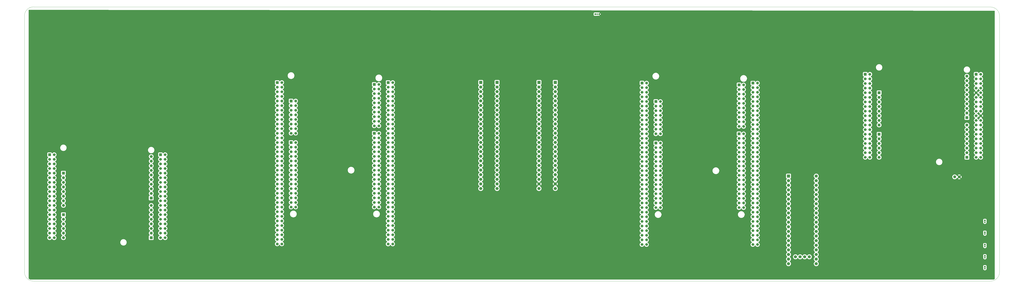
<source format=gbr>
%TF.GenerationSoftware,KiCad,Pcbnew,9.0.0+dfsg-1*%
%TF.CreationDate,2025-06-19T19:52:36-07:00*%
%TF.ProjectId,signalmesh,7369676e-616c-46d6-9573-682e6b696361,rev?*%
%TF.SameCoordinates,Original*%
%TF.FileFunction,Copper,L2,Bot*%
%TF.FilePolarity,Positive*%
%FSLAX46Y46*%
G04 Gerber Fmt 4.6, Leading zero omitted, Abs format (unit mm)*
G04 Created by KiCad (PCBNEW 9.0.0+dfsg-1) date 2025-06-19 19:52:36*
%MOMM*%
%LPD*%
G01*
G04 APERTURE LIST*
%TA.AperFunction,ComponentPad*%
%ADD10C,1.600000*%
%TD*%
%TA.AperFunction,ComponentPad*%
%ADD11C,0.850000*%
%TD*%
%TA.AperFunction,ComponentPad*%
%ADD12R,0.850000X0.850000*%
%TD*%
%TA.AperFunction,ComponentPad*%
%ADD13C,1.700000*%
%TD*%
%TA.AperFunction,ComponentPad*%
%ADD14R,1.700000X1.700000*%
%TD*%
%TA.AperFunction,ComponentPad*%
%ADD15R,1.508000X1.508000*%
%TD*%
%TA.AperFunction,ComponentPad*%
%ADD16C,1.508000*%
%TD*%
%TA.AperFunction,ComponentPad*%
%ADD17R,1.605000X1.605000*%
%TD*%
%TA.AperFunction,ComponentPad*%
%ADD18C,1.605000*%
%TD*%
%TA.AperFunction,ComponentPad*%
%ADD19R,1.530000X1.530000*%
%TD*%
%TA.AperFunction,ComponentPad*%
%ADD20C,1.530000*%
%TD*%
%TA.AperFunction,Profile*%
%ADD21C,0.050000*%
%TD*%
G04 APERTURE END LIST*
D10*
%TO.P,TH1,2*%
%TO.N,Net-(U9B-PC7)*%
X540500000Y-143500000D03*
%TO.P,TH1,1*%
%TO.N,GND*%
X543040000Y-143500000D03*
%TD*%
D11*
%TO.P,J5,2,Pin_2*%
%TO.N,Net-(J5-Pin_1)*%
X557125000Y-168500000D03*
D12*
%TO.P,J5,1,Pin_1*%
X557125000Y-167500000D03*
%TD*%
D11*
%TO.P,J11,2,Pin_2*%
%TO.N,Net-(J11-Pin_1)*%
X557125000Y-194000000D03*
D12*
%TO.P,J11,1,Pin_1*%
X557125000Y-193000000D03*
%TD*%
D11*
%TO.P,J6,2,Pin_2*%
%TO.N,Net-(J6-Pin_1)*%
X557125000Y-175000000D03*
D12*
%TO.P,J6,1,Pin_1*%
X557125000Y-174000000D03*
%TD*%
D11*
%TO.P,J10,2,Pin_2*%
%TO.N,Net-(J10-Pin_1)*%
X557125000Y-188000000D03*
D12*
%TO.P,J10,1,Pin_1*%
X557125000Y-187000000D03*
%TD*%
D11*
%TO.P,J7,2,Pin_2*%
%TO.N,Net-(J7-Pin_1)*%
X557125000Y-181845000D03*
D12*
%TO.P,J7,1,Pin_1*%
X557125000Y-180845000D03*
%TD*%
D11*
%TO.P,J4,3,Pin_3*%
%TO.N,GND*%
X345000000Y-53875000D03*
%TO.P,J4,2,Pin_2*%
%TO.N,TDM_DBG_RX*%
X344000000Y-53875000D03*
D12*
%TO.P,J4,1,Pin_1*%
%TO.N,TDM_DBG_TX*%
X343000000Y-53875000D03*
%TD*%
D13*
%TO.P,U4,44*%
%TO.N,N/C*%
X453000000Y-187500000D03*
%TO.P,U4,43*%
X455540000Y-187500000D03*
%TO.P,U4,42*%
X458080000Y-187500000D03*
%TO.P,U4,41*%
X460620000Y-187500000D03*
%TO.P,U4,40,GND*%
%TO.N,unconnected-(U4-GND-Pad40)*%
X464428000Y-143051000D03*
%TO.P,U4,39,GND*%
%TO.N,unconnected-(U4-GND-Pad39)*%
X464428000Y-145591000D03*
%TO.P,U4,38,3V3*%
%TO.N,unconnected-(U4-3V3-Pad38)*%
X464428000Y-148131000D03*
%TO.P,U4,37,RST*%
%TO.N,unconnected-(U4-RST-Pad37)*%
X464428000Y-150671000D03*
%TO.P,U4,36,PB11*%
%TO.N,unconnected-(U4-PB11-Pad36)*%
X464428000Y-153211000D03*
%TO.P,U4,35,PB10*%
%TO.N,unconnected-(U4-PB10-Pad35)*%
X464428000Y-155751000D03*
%TO.P,U4,34,PB1*%
%TO.N,unconnected-(U4-PB1-Pad34)*%
X464428000Y-158291000D03*
%TO.P,U4,33,PB0*%
%TO.N,unconnected-(U4-PB0-Pad33)*%
X464428000Y-160831000D03*
%TO.P,U4,32,PA7*%
%TO.N,unconnected-(U4-PA7-Pad32)*%
X464428000Y-163371000D03*
%TO.P,U4,31,PA6*%
%TO.N,unconnected-(U4-PA6-Pad31)*%
X464428000Y-165911000D03*
%TO.P,U4,30,PA5*%
%TO.N,unconnected-(U4-PA5-Pad30)*%
X464428000Y-168451000D03*
%TO.P,U4,29,PA4*%
%TO.N,unconnected-(U4-PA4-Pad29)*%
X464428000Y-170991000D03*
%TO.P,U4,28,PA3*%
%TO.N,unconnected-(U4-PA3-Pad28)*%
X464428000Y-173531000D03*
%TO.P,U4,27,PA2*%
%TO.N,unconnected-(U4-PA2-Pad27)*%
X464428000Y-176071000D03*
%TO.P,U4,26,PA1*%
%TO.N,unconnected-(U4-PA1-Pad26)*%
X464428000Y-178611000D03*
%TO.P,U4,25,PA0*%
%TO.N,unconnected-(U4-PA0-Pad25)*%
X464428000Y-181151000D03*
%TO.P,U4,24,PC15*%
%TO.N,unconnected-(U4-PC15-Pad24)*%
X464428000Y-183691000D03*
%TO.P,U4,23,PC14*%
%TO.N,unconnected-(U4-PC14-Pad23)*%
X464428000Y-186231000D03*
%TO.P,U4,22,PC13*%
%TO.N,unconnected-(U4-PC13-Pad22)*%
X464428000Y-188771000D03*
%TO.P,U4,21,VBat*%
%TO.N,unconnected-(U4-VBat-Pad21)*%
X464428000Y-191311000D03*
%TO.P,U4,20,3V3*%
%TO.N,unconnected-(U4-3V3-Pad20)*%
X449188000Y-191311000D03*
%TO.P,U4,19,GND*%
%TO.N,unconnected-(U4-GND-Pad19)*%
X449188000Y-188771000D03*
%TO.P,U4,18,5V*%
%TO.N,unconnected-(U4-5V-Pad18)*%
X449188000Y-186231000D03*
%TO.P,U4,17,PB9*%
%TO.N,unconnected-(U4-PB9-Pad17)*%
X449188000Y-183691000D03*
%TO.P,U4,16,PB8*%
%TO.N,unconnected-(U4-PB8-Pad16)*%
X449188000Y-181151000D03*
%TO.P,U4,15,PB7*%
%TO.N,unconnected-(U4-PB7-Pad15)*%
X449188000Y-178611000D03*
%TO.P,U4,14,PB6*%
%TO.N,unconnected-(U4-PB6-Pad14)*%
X449188000Y-176071000D03*
%TO.P,U4,13,PB5*%
%TO.N,unconnected-(U4-PB5-Pad13)*%
X449188000Y-173531000D03*
%TO.P,U4,12,PB4*%
%TO.N,unconnected-(U4-PB4-Pad12)*%
X449188000Y-170991000D03*
%TO.P,U4,11,PB3*%
%TO.N,unconnected-(U4-PB3-Pad11)*%
X449188000Y-168451000D03*
%TO.P,U4,10,PA15*%
%TO.N,unconnected-(U4-PA15-Pad10)*%
X449188000Y-165911000D03*
%TO.P,U4,9,PA12*%
%TO.N,unconnected-(U4-PA12-Pad9)*%
X449188000Y-163371000D03*
%TO.P,U4,8,PA11*%
%TO.N,unconnected-(U4-PA11-Pad8)*%
X449188000Y-160831000D03*
%TO.P,U4,7,PA10*%
%TO.N,unconnected-(U4-PA10-Pad7)*%
X449188000Y-158291000D03*
%TO.P,U4,6,PA9*%
%TO.N,unconnected-(U4-PA9-Pad6)*%
X449188000Y-155751000D03*
%TO.P,U4,5,PA8*%
%TO.N,unconnected-(U4-PA8-Pad5)*%
X449188000Y-153211000D03*
%TO.P,U4,4,PB15*%
%TO.N,unconnected-(U4-PB15-Pad4)*%
X449188000Y-150671000D03*
%TO.P,U4,3,PB14*%
%TO.N,unconnected-(U4-PB14-Pad3)*%
X449188000Y-148131000D03*
%TO.P,U4,2,PB13*%
%TO.N,unconnected-(U4-PB13-Pad2)*%
X449188000Y-145591000D03*
D14*
%TO.P,U4,1,PB12*%
%TO.N,unconnected-(U4-PB12-Pad1)*%
X449188000Y-143051000D03*
%TD*%
D15*
%TO.P,U1,CN7_1*%
%TO.N,N/C*%
X221460000Y-92556000D03*
D16*
%TO.P,U1,CN7_2*%
X224000000Y-92556000D03*
%TO.P,U1,CN7_3*%
X221460000Y-95096000D03*
%TO.P,U1,CN7_4*%
X224000000Y-95096000D03*
%TO.P,U1,CN7_5*%
X221460000Y-97636000D03*
%TO.P,U1,CN7_6*%
X224000000Y-97636000D03*
%TO.P,U1,CN7_7*%
X221460000Y-100176000D03*
%TO.P,U1,CN7_8*%
X224000000Y-100176000D03*
%TO.P,U1,CN7_9*%
X221460000Y-102716000D03*
%TO.P,U1,CN7_10*%
X224000000Y-102716000D03*
%TO.P,U1,CN7_11*%
X221460000Y-105256000D03*
%TO.P,U1,CN7_12*%
X224000000Y-105256000D03*
%TO.P,U1,CN7_13*%
X221460000Y-107796000D03*
%TO.P,U1,CN7_14*%
X224000000Y-107796000D03*
%TO.P,U1,CN7_15*%
X221460000Y-110336000D03*
%TO.P,U1,CN7_16*%
X224000000Y-110336000D03*
%TO.P,U1,CN7_17*%
X221460000Y-112876000D03*
%TO.P,U1,CN7_18*%
X224000000Y-112876000D03*
%TO.P,U1,CN7_19*%
X221460000Y-115416000D03*
%TO.P,U1,CN7_20*%
X224000000Y-115416000D03*
D15*
%TO.P,U1,CN8_1*%
X175740000Y-101700000D03*
D16*
%TO.P,U1,CN8_2*%
X178280000Y-101700000D03*
%TO.P,U1,CN8_3*%
X175740000Y-104240000D03*
%TO.P,U1,CN8_4*%
X178280000Y-104240000D03*
%TO.P,U1,CN8_5*%
X175740000Y-106780000D03*
%TO.P,U1,CN8_6*%
X178280000Y-106780000D03*
%TO.P,U1,CN8_7*%
X175740000Y-109320000D03*
%TO.P,U1,CN8_8*%
X178280000Y-109320000D03*
%TO.P,U1,CN8_9*%
X175740000Y-111860000D03*
%TO.P,U1,CN8_10*%
X178280000Y-111860000D03*
%TO.P,U1,CN8_11*%
X175740000Y-114400000D03*
%TO.P,U1,CN8_12*%
X178280000Y-114400000D03*
%TO.P,U1,CN8_13*%
X175740000Y-116940000D03*
%TO.P,U1,CN8_14*%
X178280000Y-116940000D03*
%TO.P,U1,CN8_15*%
X175740000Y-119480000D03*
%TO.P,U1,CN8_16*%
X178280000Y-119480000D03*
D15*
%TO.P,U1,CN9_1*%
X175740000Y-124560000D03*
D16*
%TO.P,U1,CN9_2*%
X178280000Y-124560000D03*
%TO.P,U1,CN9_3*%
X175740000Y-127100000D03*
%TO.P,U1,CN9_4*%
X178280000Y-127100000D03*
%TO.P,U1,CN9_5*%
X175740000Y-129640000D03*
%TO.P,U1,CN9_6*%
X178280000Y-129640000D03*
%TO.P,U1,CN9_7*%
X175740000Y-132180000D03*
%TO.P,U1,CN9_8*%
X178280000Y-132180000D03*
%TO.P,U1,CN9_9*%
X175740000Y-134720000D03*
%TO.P,U1,CN9_10*%
X178280000Y-134720000D03*
%TO.P,U1,CN9_11*%
X175740000Y-137260000D03*
%TO.P,U1,CN9_12*%
X178280000Y-137260000D03*
%TO.P,U1,CN9_13*%
X175740000Y-139800000D03*
%TO.P,U1,CN9_14*%
X178280000Y-139800000D03*
%TO.P,U1,CN9_15*%
X175740000Y-142340000D03*
%TO.P,U1,CN9_16*%
X178280000Y-142340000D03*
%TO.P,U1,CN9_17*%
X175740000Y-144880000D03*
%TO.P,U1,CN9_18*%
X178280000Y-144880000D03*
%TO.P,U1,CN9_19*%
X175740000Y-147420000D03*
%TO.P,U1,CN9_20*%
X178280000Y-147420000D03*
%TO.P,U1,CN9_21*%
X175740000Y-149960000D03*
%TO.P,U1,CN9_22*%
X178280000Y-149960000D03*
%TO.P,U1,CN9_23*%
X175740000Y-152500000D03*
%TO.P,U1,CN9_24*%
X178280000Y-152500000D03*
%TO.P,U1,CN9_25*%
X175740000Y-155040000D03*
%TO.P,U1,CN9_26*%
X178280000Y-155040000D03*
%TO.P,U1,CN9_27*%
X175740000Y-157580000D03*
%TO.P,U1,CN9_28*%
X178280000Y-157580000D03*
%TO.P,U1,CN9_29*%
X175740000Y-160120000D03*
%TO.P,U1,CN9_30*%
X178280000Y-160120000D03*
D15*
%TO.P,U1,CN10_1*%
X221460000Y-119480000D03*
D16*
%TO.P,U1,CN10_2*%
X224000000Y-119480000D03*
%TO.P,U1,CN10_3*%
X221460000Y-122020000D03*
%TO.P,U1,CN10_4*%
X224000000Y-122020000D03*
%TO.P,U1,CN10_5*%
X221460000Y-124560000D03*
%TO.P,U1,CN10_6*%
X224000000Y-124560000D03*
%TO.P,U1,CN10_7*%
X221460000Y-127100000D03*
%TO.P,U1,CN10_8*%
X224000000Y-127100000D03*
%TO.P,U1,CN10_9*%
X221460000Y-129640000D03*
%TO.P,U1,CN10_10*%
X224000000Y-129640000D03*
%TO.P,U1,CN10_11*%
X221460000Y-132180000D03*
%TO.P,U1,CN10_12*%
X224000000Y-132180000D03*
%TO.P,U1,CN10_13*%
X221460000Y-134720000D03*
%TO.P,U1,CN10_14*%
X224000000Y-134720000D03*
%TO.P,U1,CN10_15*%
X221460000Y-137260000D03*
%TO.P,U1,CN10_16*%
X224000000Y-137260000D03*
%TO.P,U1,CN10_17*%
X221460000Y-139800000D03*
%TO.P,U1,CN10_18*%
X224000000Y-139800000D03*
%TO.P,U1,CN10_19*%
X221460000Y-142340000D03*
%TO.P,U1,CN10_20*%
X224000000Y-142340000D03*
%TO.P,U1,CN10_21*%
X221460000Y-144880000D03*
%TO.P,U1,CN10_22*%
X224000000Y-144880000D03*
%TO.P,U1,CN10_23*%
X221460000Y-147420000D03*
%TO.P,U1,CN10_24*%
X224000000Y-147420000D03*
%TO.P,U1,CN10_25*%
X221460000Y-149960000D03*
%TO.P,U1,CN10_26*%
X224000000Y-149960000D03*
%TO.P,U1,CN10_27*%
X221460000Y-152500000D03*
%TO.P,U1,CN10_28*%
X224000000Y-152500000D03*
%TO.P,U1,CN10_29*%
X221460000Y-155040000D03*
%TO.P,U1,CN10_30*%
X224000000Y-155040000D03*
%TO.P,U1,CN10_31*%
X221460000Y-157580000D03*
%TO.P,U1,CN10_32*%
X224000000Y-157580000D03*
%TO.P,U1,CN10_33*%
X221460000Y-160120000D03*
%TO.P,U1,CN10_34*%
X224000000Y-160120000D03*
D15*
%TO.P,U1,CN11_1,PC10*%
%TO.N,unconnected-(U1A-PC10-PadCN11_1)*%
X168120000Y-91540000D03*
D16*
%TO.P,U1,CN11_2,PC11*%
%TO.N,unconnected-(U1A-PC11-PadCN11_2)*%
X170660000Y-91540000D03*
%TO.P,U1,CN11_3,PC12*%
%TO.N,unconnected-(U1A-PC12-PadCN11_3)*%
X168120000Y-94080000D03*
%TO.P,U1,CN11_4,PD2*%
%TO.N,unconnected-(U1A-PD2-PadCN11_4)*%
X170660000Y-94080000D03*
%TO.P,U1,CN11_5,3V3_VDD*%
%TO.N,unconnected-(U1A-3V3_VDD-PadCN11_5)*%
X168120000Y-96620000D03*
%TO.P,U1,CN11_6,5V_EXT*%
%TO.N,unconnected-(U1A-5V_EXT-PadCN11_6)*%
X170660000Y-96620000D03*
%TO.P,U1,CN11_7,BOOT0*%
%TO.N,unconnected-(U1A-BOOT0-PadCN11_7)*%
X168120000Y-99160000D03*
%TO.P,U1,CN11_8,GND_CN11*%
%TO.N,Net-(U1A-GND_CN11-PadCN11_19)*%
X170660000Y-99160000D03*
%TO.P,U1,CN11_9,PF6*%
%TO.N,unconnected-(U1A-PF6-PadCN11_9)*%
X168120000Y-101700000D03*
%TO.P,U1,CN11_10,NC*%
%TO.N,unconnected-(U1A-NC-PadCN11_10)*%
X170660000Y-101700000D03*
%TO.P,U1,CN11_11,PF7*%
%TO.N,unconnected-(U1A-PF7-PadCN11_11)*%
X168120000Y-104240000D03*
%TO.P,U1,CN11_12,IOREF*%
%TO.N,unconnected-(U1A-IOREF-PadCN11_12)*%
X170660000Y-104240000D03*
%TO.P,U1,CN11_13,PA13*%
%TO.N,unconnected-(U1A-PA13-PadCN11_13)*%
X168120000Y-106780000D03*
%TO.P,U1,CN11_14,NRST*%
%TO.N,unconnected-(U1A-NRST-PadCN11_14)*%
X170660000Y-106780000D03*
%TO.P,U1,CN11_15,PA14*%
%TO.N,unconnected-(U1A-PA14-PadCN11_15)*%
X168120000Y-109320000D03*
%TO.P,U1,CN11_16,3V3*%
%TO.N,unconnected-(U1A-3V3-PadCN11_16)*%
X170660000Y-109320000D03*
%TO.P,U1,CN11_17,PA15*%
%TO.N,unconnected-(U1A-PA15-PadCN11_17)*%
X168120000Y-111860000D03*
%TO.P,U1,CN11_18,5V*%
%TO.N,unconnected-(U1A-5V-PadCN11_18)*%
X170660000Y-111860000D03*
%TO.P,U1,CN11_19,GND_CN11*%
%TO.N,Net-(U1A-GND_CN11-PadCN11_19)*%
X168120000Y-114400000D03*
%TO.P,U1,CN11_20,GND_CN11*%
X170660000Y-114400000D03*
%TO.P,U1,CN11_21,PB7*%
%TO.N,unconnected-(U1A-PB7-PadCN11_21)*%
X168120000Y-116940000D03*
%TO.P,U1,CN11_22,GND_CN11*%
%TO.N,Net-(U1A-GND_CN11-PadCN11_19)*%
X170660000Y-116940000D03*
%TO.P,U1,CN11_23,PC13*%
%TO.N,unconnected-(U1A-PC13-PadCN11_23)*%
X168120000Y-119480000D03*
%TO.P,U1,CN11_24,VIN*%
%TO.N,unconnected-(U1A-VIN-PadCN11_24)*%
X170660000Y-119480000D03*
%TO.P,U1,CN11_25,PC14*%
%TO.N,unconnected-(U1A-PC14-PadCN11_25)*%
X168120000Y-122020000D03*
%TO.P,U1,CN11_26,NC*%
%TO.N,unconnected-(U1A-NC-PadCN11_26)*%
X170660000Y-122020000D03*
%TO.P,U1,CN11_27,PC15*%
%TO.N,unconnected-(U1A-PC15-PadCN11_27)*%
X168120000Y-124560000D03*
%TO.P,U1,CN11_28,PA0*%
%TO.N,unconnected-(U1A-PA0-PadCN11_28)*%
X170660000Y-124560000D03*
%TO.P,U1,CN11_29,PH0*%
%TO.N,unconnected-(U1A-PH0-PadCN11_29)*%
X168120000Y-127100000D03*
%TO.P,U1,CN11_30,PA1*%
%TO.N,unconnected-(U1A-PA1-PadCN11_30)*%
X170660000Y-127100000D03*
%TO.P,U1,CN11_31,PH1*%
%TO.N,unconnected-(U1A-PH1-PadCN11_31)*%
X168120000Y-129640000D03*
%TO.P,U1,CN11_32,PA4*%
%TO.N,unconnected-(U1A-PA4-PadCN11_32)*%
X170660000Y-129640000D03*
%TO.P,U1,CN11_33,VBAT*%
%TO.N,unconnected-(U1A-VBAT-PadCN11_33)*%
X168120000Y-132180000D03*
%TO.P,U1,CN11_34,PB0*%
%TO.N,unconnected-(U1A-PB0-PadCN11_34)*%
X170660000Y-132180000D03*
%TO.P,U1,CN11_35,PC2*%
%TO.N,unconnected-(U1A-PC2-PadCN11_35)*%
X168120000Y-134720000D03*
%TO.P,U1,CN11_36,PC1*%
%TO.N,unconnected-(U1A-PC1-PadCN11_36)*%
X170660000Y-134720000D03*
%TO.P,U1,CN11_37,PC3*%
%TO.N,unconnected-(U1A-PC3-PadCN11_37)*%
X168120000Y-137260000D03*
%TO.P,U1,CN11_38,PC0*%
%TO.N,unconnected-(U1A-PC0-PadCN11_38)*%
X170660000Y-137260000D03*
%TO.P,U1,CN11_39,PD4*%
%TO.N,unconnected-(U1A-PD4-PadCN11_39)*%
X168120000Y-139800000D03*
%TO.P,U1,CN11_40,PD3*%
%TO.N,unconnected-(U1A-PD3-PadCN11_40)*%
X170660000Y-139800000D03*
%TO.P,U1,CN11_41,PD5*%
%TO.N,unconnected-(U1A-PD5-PadCN11_41)*%
X168120000Y-142340000D03*
%TO.P,U1,CN11_42,PG2*%
%TO.N,unconnected-(U1A-PG2-PadCN11_42)*%
X170660000Y-142340000D03*
%TO.P,U1,CN11_43,PD6*%
%TO.N,unconnected-(U1A-PD6-PadCN11_43)*%
X168120000Y-144880000D03*
%TO.P,U1,CN11_44,PG3*%
%TO.N,unconnected-(U1A-PG3-PadCN11_44)*%
X170660000Y-144880000D03*
%TO.P,U1,CN11_45,PD7*%
%TO.N,unconnected-(U1A-PD7-PadCN11_45)*%
X168120000Y-147420000D03*
%TO.P,U1,CN11_46,PE2*%
%TO.N,unconnected-(U1A-PE2-PadCN11_46)*%
X170660000Y-147420000D03*
%TO.P,U1,CN11_47,PE3*%
%TO.N,unconnected-(U1A-PE3-PadCN11_47)*%
X168120000Y-149960000D03*
%TO.P,U1,CN11_48,PE4*%
%TO.N,unconnected-(U1A-PE4-PadCN11_48)*%
X170660000Y-149960000D03*
%TO.P,U1,CN11_49,GND_CN11*%
%TO.N,Net-(U1A-GND_CN11-PadCN11_19)*%
X168120000Y-152500000D03*
%TO.P,U1,CN11_50,PE5*%
%TO.N,unconnected-(U1A-PE5-PadCN11_50)*%
X170660000Y-152500000D03*
%TO.P,U1,CN11_51,PF1*%
%TO.N,unconnected-(U1A-PF1-PadCN11_51)*%
X168120000Y-155040000D03*
%TO.P,U1,CN11_52,PF2*%
%TO.N,unconnected-(U1A-PF2-PadCN11_52)*%
X170660000Y-155040000D03*
%TO.P,U1,CN11_53,PF0*%
%TO.N,unconnected-(U1A-PF0-PadCN11_53)*%
X168120000Y-157580000D03*
%TO.P,U1,CN11_54,PF8*%
%TO.N,unconnected-(U1A-PF8-PadCN11_54)*%
X170660000Y-157580000D03*
%TO.P,U1,CN11_55,PD1*%
%TO.N,unconnected-(U1A-PD1-PadCN11_55)*%
X168120000Y-160120000D03*
%TO.P,U1,CN11_56,PF9*%
%TO.N,unconnected-(U1A-PF9-PadCN11_56)*%
X170660000Y-160120000D03*
%TO.P,U1,CN11_57,PD0*%
%TO.N,unconnected-(U1A-PD0-PadCN11_57)*%
X168120000Y-162660000D03*
%TO.P,U1,CN11_58,PG1*%
%TO.N,unconnected-(U1A-PG1-PadCN11_58)*%
X170660000Y-162660000D03*
%TO.P,U1,CN11_59,PG0*%
%TO.N,unconnected-(U1A-PG0-PadCN11_59)*%
X168120000Y-165200000D03*
%TO.P,U1,CN11_60,GND_CN11*%
%TO.N,Net-(U1A-GND_CN11-PadCN11_19)*%
X170660000Y-165200000D03*
%TO.P,U1,CN11_61,PE1*%
%TO.N,unconnected-(U1A-PE1-PadCN11_61)*%
X168120000Y-167740000D03*
%TO.P,U1,CN11_62,PE6*%
%TO.N,unconnected-(U1A-PE6-PadCN11_62)*%
X170660000Y-167740000D03*
%TO.P,U1,CN11_63,PG9*%
%TO.N,unconnected-(U1A-PG9-PadCN11_63)*%
X168120000Y-170280000D03*
%TO.P,U1,CN11_64,PG15*%
%TO.N,unconnected-(U1A-PG15-PadCN11_64)*%
X170660000Y-170280000D03*
%TO.P,U1,CN11_65,PG12*%
%TO.N,unconnected-(U1A-PG12-PadCN11_65)*%
X168120000Y-172820000D03*
%TO.P,U1,CN11_66,PG10*%
%TO.N,unconnected-(U1A-PG10-PadCN11_66)*%
X170660000Y-172820000D03*
%TO.P,U1,CN11_67,NC*%
%TO.N,unconnected-(U1A-NC-PadCN11_67)*%
X168120000Y-175360000D03*
%TO.P,U1,CN11_68,PG13*%
%TO.N,unconnected-(U1A-PG13-PadCN11_68)*%
X170660000Y-175360000D03*
%TO.P,U1,CN11_69,PD9*%
%TO.N,unconnected-(U1A-PD9-PadCN11_69)*%
X168120000Y-177900000D03*
%TO.P,U1,CN11_70,PG11*%
%TO.N,unconnected-(U1A-PG11-PadCN11_70)*%
X170660000Y-177900000D03*
%TO.P,U1,CN11_71,GND_CN11*%
%TO.N,Net-(U1A-GND_CN11-PadCN11_19)*%
X168120000Y-180440000D03*
%TO.P,U1,CN11_72,GND_CN11*%
X170660000Y-180440000D03*
D15*
%TO.P,U1,CN12_1*%
%TO.N,N/C*%
X229080000Y-91560000D03*
D16*
%TO.P,U1,CN12_2*%
X231620000Y-91560000D03*
%TO.P,U1,CN12_3*%
X229080000Y-94100000D03*
%TO.P,U1,CN12_4*%
X231620000Y-94100000D03*
%TO.P,U1,CN12_5*%
X229080000Y-96640000D03*
%TO.P,U1,CN12_6*%
X231620000Y-96640000D03*
%TO.P,U1,CN12_7*%
X229080000Y-99180000D03*
%TO.P,U1,CN12_8*%
X231620000Y-99180000D03*
%TO.P,U1,CN12_9*%
X229080000Y-101720000D03*
%TO.P,U1,CN12_10*%
X231620000Y-101720000D03*
%TO.P,U1,CN12_11*%
X229080000Y-104260000D03*
%TO.P,U1,CN12_12*%
X231620000Y-104260000D03*
%TO.P,U1,CN12_13*%
X229080000Y-106800000D03*
%TO.P,U1,CN12_14*%
X231620000Y-106800000D03*
%TO.P,U1,CN12_15*%
X229080000Y-109340000D03*
%TO.P,U1,CN12_16*%
X231620000Y-109340000D03*
%TO.P,U1,CN12_17*%
X229080000Y-111880000D03*
%TO.P,U1,CN12_18*%
X231620000Y-111880000D03*
%TO.P,U1,CN12_19*%
X229080000Y-114420000D03*
%TO.P,U1,CN12_20*%
X231620000Y-114420000D03*
%TO.P,U1,CN12_21*%
X229080000Y-116960000D03*
%TO.P,U1,CN12_22*%
X231620000Y-116960000D03*
%TO.P,U1,CN12_23*%
X229080000Y-119500000D03*
%TO.P,U1,CN12_24*%
X231620000Y-119500000D03*
%TO.P,U1,CN12_25*%
X229080000Y-122040000D03*
%TO.P,U1,CN12_26*%
X231620000Y-122040000D03*
%TO.P,U1,CN12_27*%
X229080000Y-124580000D03*
%TO.P,U1,CN12_28*%
X231620000Y-124580000D03*
%TO.P,U1,CN12_29*%
X229080000Y-127120000D03*
%TO.P,U1,CN12_30*%
X231620000Y-127120000D03*
%TO.P,U1,CN12_31*%
X229080000Y-129660000D03*
%TO.P,U1,CN12_32*%
X231620000Y-129660000D03*
%TO.P,U1,CN12_33*%
X229080000Y-132200000D03*
%TO.P,U1,CN12_34*%
X231620000Y-132200000D03*
%TO.P,U1,CN12_35*%
X229080000Y-134740000D03*
%TO.P,U1,CN12_36*%
X231620000Y-134740000D03*
%TO.P,U1,CN12_37*%
X229080000Y-137280000D03*
%TO.P,U1,CN12_38*%
X231620000Y-137280000D03*
%TO.P,U1,CN12_39*%
X229080000Y-139820000D03*
%TO.P,U1,CN12_40*%
X231620000Y-139820000D03*
%TO.P,U1,CN12_41*%
X229080000Y-142360000D03*
%TO.P,U1,CN12_42*%
X231620000Y-142360000D03*
%TO.P,U1,CN12_43*%
X229080000Y-144900000D03*
%TO.P,U1,CN12_44*%
X231620000Y-144900000D03*
%TO.P,U1,CN12_45*%
X229080000Y-147440000D03*
%TO.P,U1,CN12_46*%
X231620000Y-147440000D03*
%TO.P,U1,CN12_47*%
X229080000Y-149980000D03*
%TO.P,U1,CN12_48*%
X231620000Y-149980000D03*
%TO.P,U1,CN12_49*%
X229080000Y-152520000D03*
%TO.P,U1,CN12_50*%
X231620000Y-152520000D03*
%TO.P,U1,CN12_51*%
X229080000Y-155060000D03*
%TO.P,U1,CN12_52*%
X231620000Y-155060000D03*
%TO.P,U1,CN12_53*%
X229080000Y-157600000D03*
%TO.P,U1,CN12_54*%
X231620000Y-157600000D03*
%TO.P,U1,CN12_55*%
X229080000Y-160140000D03*
%TO.P,U1,CN12_56*%
X231620000Y-160140000D03*
%TO.P,U1,CN12_57*%
X229080000Y-162680000D03*
%TO.P,U1,CN12_58*%
X231620000Y-162680000D03*
%TO.P,U1,CN12_59*%
X229080000Y-165220000D03*
%TO.P,U1,CN12_60*%
X231620000Y-165220000D03*
%TO.P,U1,CN12_61*%
X229080000Y-167760000D03*
%TO.P,U1,CN12_62*%
X231620000Y-167760000D03*
%TO.P,U1,CN12_63*%
X229080000Y-170300000D03*
%TO.P,U1,CN12_64*%
X231620000Y-170300000D03*
%TO.P,U1,CN12_65*%
X229080000Y-172840000D03*
%TO.P,U1,CN12_66*%
X231620000Y-172840000D03*
%TO.P,U1,CN12_67*%
X229080000Y-175380000D03*
%TO.P,U1,CN12_68*%
X231620000Y-175380000D03*
%TO.P,U1,CN12_69*%
X229080000Y-177920000D03*
%TO.P,U1,CN12_70*%
X231620000Y-177920000D03*
%TO.P,U1,CN12_71*%
X229080000Y-180460000D03*
%TO.P,U1,CN12_72*%
X231620000Y-180460000D03*
%TD*%
D14*
%TO.P,J9,1,Pin_1*%
%TO.N,IOR5A_RGBLED*%
X321000000Y-91460000D03*
D13*
%TO.P,J9,2,Pin_2*%
%TO.N,IOT8A*%
X321000000Y-94000000D03*
%TO.P,J9,3,Pin_3*%
%TO.N,IOT8B*%
X321000000Y-96540000D03*
%TO.P,J9,4,Pin_4*%
%TO.N,IOT10A*%
X321000000Y-99080000D03*
%TO.P,J9,5,Pin_5*%
%TO.N,IOT10B*%
X321000000Y-101620000D03*
%TO.P,J9,6,Pin_6*%
%TO.N,IOT11A*%
X321000000Y-104160000D03*
%TO.P,J9,7,Pin_7*%
%TO.N,IOT11B*%
X321000000Y-106700000D03*
%TO.P,J9,8,Pin_8*%
%TO.N,IOT12A*%
X321000000Y-109240000D03*
%TO.P,J9,9,Pin_9*%
%TO.N,IOT12B*%
X321000000Y-111780000D03*
%TO.P,J9,10,Pin_10*%
%TO.N,IOT37A_PMOD1.8*%
X321000000Y-114320000D03*
%TO.P,J9,11,Pin_11*%
%TO.N,IOT37B_PMOD1.7*%
X321000000Y-116860000D03*
%TO.P,J9,12,Pin_12*%
%TO.N,unconnected-(J9-Pin_12-Pad12)*%
X321000000Y-119400000D03*
%TO.P,J9,13,Pin_13*%
%TO.N,unconnected-(J9-Pin_13-Pad13)*%
X321000000Y-121940000D03*
%TO.P,J9,14,Pin_14*%
%TO.N,unconnected-(J9-Pin_14-Pad14)*%
X321000000Y-124480000D03*
%TO.P,J9,15,Pin_15*%
%TO.N,unconnected-(J9-Pin_15-Pad15)*%
X321000000Y-127020000D03*
%TO.P,J9,16,Pin_16*%
%TO.N,unconnected-(J9-Pin_16-Pad16)*%
X321000000Y-129560000D03*
%TO.P,J9,17,Pin_17*%
%TO.N,unconnected-(J9-Pin_17-Pad17)*%
X321000000Y-132100000D03*
%TO.P,J9,18,Pin_18*%
%TO.N,5V_ACM*%
X321000000Y-134640000D03*
%TO.P,J9,19,Pin_19*%
%TO.N,IOR24B_PMOD1.6*%
X321000000Y-137180000D03*
%TO.P,J9,20,Pin_20*%
%TO.N,IOR24A_PMOD1.5*%
X321000000Y-139720000D03*
%TO.P,J9,21,Pin_21*%
%TO.N,IOB15A_PMOD4.2*%
X321000000Y-142260000D03*
%TO.P,J9,22,Pin_22*%
%TO.N,IOB15B_PMOD4.1*%
X321000000Y-144800000D03*
%TO.P,J9,23,Pin_23*%
%TO.N,GND*%
X321000000Y-147340000D03*
%TO.P,J9,24,Pin_24*%
%TO.N,3V3_ACM*%
X321000000Y-149880000D03*
%TD*%
D14*
%TO.P,J1,1,Pin_1*%
%TO.N,IOB31B_PMOD1.4*%
X289000000Y-91500000D03*
D13*
%TO.P,J1,2,Pin_2*%
%TO.N,IOB31A_PMOD1.3*%
X289000000Y-94040000D03*
%TO.P,J1,3,Pin_3*%
%TO.N,IOB29B_PMOD1.2*%
X289000000Y-96580000D03*
%TO.P,J1,4,Pin_4*%
%TO.N,IOB33A_PMOD1.1*%
X289000000Y-99120000D03*
%TO.P,J1,5,Pin_5*%
%TO.N,IOB8A_PMOD2.4*%
X289000000Y-101660000D03*
%TO.P,J1,6,Pin_6*%
%TO.N,IOB8B_PMOD2.3*%
X289000000Y-104200000D03*
%TO.P,J1,7,Pin_7*%
%TO.N,IOB11A_PMOD2.2*%
X289000000Y-106740000D03*
%TO.P,J1,8,Pin_8*%
%TO.N,IOB11B_PMOD2.1*%
X289000000Y-109280000D03*
%TO.P,J1,9,Pin_9*%
%TO.N,IOB13A_PMOD2.8*%
X289000000Y-111820000D03*
%TO.P,J1,10,Pin_10*%
%TO.N,IOB13B_PMOD2.7*%
X289000000Y-114360000D03*
%TO.P,J1,11,Pin_11*%
%TO.N,IOB23A_PMOD2.6*%
X289000000Y-116900000D03*
%TO.P,J1,12,Pin_12*%
%TO.N,IOB23B_PMOD2.5*%
X289000000Y-119440000D03*
%TO.P,J1,13,Pin_13*%
%TO.N,IOB33B_PMOD3.4*%
X289000000Y-121980000D03*
%TO.P,J1,14,Pin_14*%
%TO.N,IOB29A_PMOD3.3*%
X289000000Y-124520000D03*
%TO.P,J1,15,Pin_15*%
%TO.N,IOB41A_PMOD3.2*%
X289000000Y-127060000D03*
%TO.P,J1,16,Pin_16*%
%TO.N,IOB41B_PMOD3.1*%
X289000000Y-129600000D03*
%TO.P,J1,17,Pin_17*%
%TO.N,IOR17B_PMOD3.8*%
X289000000Y-132140000D03*
%TO.P,J1,18,Pin_18*%
%TO.N,IOR15B_PMOD3.7*%
X289000000Y-134680000D03*
%TO.P,J1,19,Pin_19*%
%TO.N,IOR15A_PMOD3.6*%
X289000000Y-137220000D03*
%TO.P,J1,20,Pin_20*%
%TO.N,IOR14B_PMOD3.5*%
X289000000Y-139760000D03*
%TO.P,J1,21,Pin_21*%
%TO.N,IOR14A_PMOD4.4*%
X289000000Y-142300000D03*
%TO.P,J1,22,Pin_22*%
%TO.N,IOR13A_PMOD4.3*%
X289000000Y-144840000D03*
%TO.P,J1,23,Pin_23*%
%TO.N,unconnected-(J1-Pin_23-Pad23)*%
X289000000Y-147380000D03*
%TO.P,J1,24,Pin_24*%
%TO.N,unconnected-(J1-Pin_24-Pad24)*%
X289000000Y-149920000D03*
%TD*%
D14*
%TO.P,J8,1,Pin_1*%
%TO.N,IOB31B_PMOD1.4*%
X280000000Y-91500000D03*
D13*
%TO.P,J8,2,Pin_2*%
%TO.N,IOB31A_PMOD1.3*%
X280000000Y-94040000D03*
%TO.P,J8,3,Pin_3*%
%TO.N,IOB29B_PMOD1.2*%
X280000000Y-96580000D03*
%TO.P,J8,4,Pin_4*%
%TO.N,IOB33A_PMOD1.1*%
X280000000Y-99120000D03*
%TO.P,J8,5,Pin_5*%
%TO.N,IOB8A_PMOD2.4*%
X280000000Y-101660000D03*
%TO.P,J8,6,Pin_6*%
%TO.N,IOB8B_PMOD2.3*%
X280000000Y-104200000D03*
%TO.P,J8,7,Pin_7*%
%TO.N,IOB11A_PMOD2.2*%
X280000000Y-106740000D03*
%TO.P,J8,8,Pin_8*%
%TO.N,IOB11B_PMOD2.1*%
X280000000Y-109280000D03*
%TO.P,J8,9,Pin_9*%
%TO.N,IOB13A_PMOD2.8*%
X280000000Y-111820000D03*
%TO.P,J8,10,Pin_10*%
%TO.N,IOB13B_PMOD2.7*%
X280000000Y-114360000D03*
%TO.P,J8,11,Pin_11*%
%TO.N,IOB23A_PMOD2.6*%
X280000000Y-116900000D03*
%TO.P,J8,12,Pin_12*%
%TO.N,IOB23B_PMOD2.5*%
X280000000Y-119440000D03*
%TO.P,J8,13,Pin_13*%
%TO.N,IOB33B_PMOD3.4*%
X280000000Y-121980000D03*
%TO.P,J8,14,Pin_14*%
%TO.N,IOB29A_PMOD3.3*%
X280000000Y-124520000D03*
%TO.P,J8,15,Pin_15*%
%TO.N,IOB41A_PMOD3.2*%
X280000000Y-127060000D03*
%TO.P,J8,16,Pin_16*%
%TO.N,IOB41B_PMOD3.1*%
X280000000Y-129600000D03*
%TO.P,J8,17,Pin_17*%
%TO.N,IOR17B_PMOD3.8*%
X280000000Y-132140000D03*
%TO.P,J8,18,Pin_18*%
%TO.N,IOR15B_PMOD3.7*%
X280000000Y-134680000D03*
%TO.P,J8,19,Pin_19*%
%TO.N,IOR15A_PMOD3.6*%
X280000000Y-137220000D03*
%TO.P,J8,20,Pin_20*%
%TO.N,IOR14B_PMOD3.5*%
X280000000Y-139760000D03*
%TO.P,J8,21,Pin_21*%
%TO.N,IOR14A_PMOD4.4*%
X280000000Y-142300000D03*
%TO.P,J8,22,Pin_22*%
%TO.N,IOR13A_PMOD4.3*%
X280000000Y-144840000D03*
%TO.P,J8,23,Pin_23*%
%TO.N,unconnected-(J8-Pin_23-Pad23)*%
X280000000Y-147380000D03*
%TO.P,J8,24,Pin_24*%
%TO.N,unconnected-(J8-Pin_24-Pad24)*%
X280000000Y-149920000D03*
%TD*%
D14*
%TO.P,J2,1,Pin_1*%
%TO.N,IOR5A_RGBLED*%
X312000000Y-91500000D03*
D13*
%TO.P,J2,2,Pin_2*%
%TO.N,IOT8A*%
X312000000Y-94040000D03*
%TO.P,J2,3,Pin_3*%
%TO.N,IOT8B*%
X312000000Y-96580000D03*
%TO.P,J2,4,Pin_4*%
%TO.N,IOT10A*%
X312000000Y-99120000D03*
%TO.P,J2,5,Pin_5*%
%TO.N,IOT10B*%
X312000000Y-101660000D03*
%TO.P,J2,6,Pin_6*%
%TO.N,IOT11A*%
X312000000Y-104200000D03*
%TO.P,J2,7,Pin_7*%
%TO.N,IOT11B*%
X312000000Y-106740000D03*
%TO.P,J2,8,Pin_8*%
%TO.N,IOT12A*%
X312000000Y-109280000D03*
%TO.P,J2,9,Pin_9*%
%TO.N,IOT12B*%
X312000000Y-111820000D03*
%TO.P,J2,10,Pin_10*%
%TO.N,IOT37A_PMOD1.8*%
X312000000Y-114360000D03*
%TO.P,J2,11,Pin_11*%
%TO.N,IOT37B_PMOD1.7*%
X312000000Y-116900000D03*
%TO.P,J2,12,Pin_12*%
%TO.N,unconnected-(J2-Pin_12-Pad12)*%
X312000000Y-119440000D03*
%TO.P,J2,13,Pin_13*%
%TO.N,unconnected-(J2-Pin_13-Pad13)*%
X312000000Y-121980000D03*
%TO.P,J2,14,Pin_14*%
%TO.N,unconnected-(J2-Pin_14-Pad14)*%
X312000000Y-124520000D03*
%TO.P,J2,15,Pin_15*%
%TO.N,unconnected-(J2-Pin_15-Pad15)*%
X312000000Y-127060000D03*
%TO.P,J2,16,Pin_16*%
%TO.N,unconnected-(J2-Pin_16-Pad16)*%
X312000000Y-129600000D03*
%TO.P,J2,17,Pin_17*%
%TO.N,unconnected-(J2-Pin_17-Pad17)*%
X312000000Y-132140000D03*
%TO.P,J2,18,Pin_18*%
%TO.N,5V_ACM*%
X312000000Y-134680000D03*
%TO.P,J2,19,Pin_19*%
%TO.N,IOR24B_PMOD1.6*%
X312000000Y-137220000D03*
%TO.P,J2,20,Pin_20*%
%TO.N,IOR24A_PMOD1.5*%
X312000000Y-139760000D03*
%TO.P,J2,21,Pin_21*%
%TO.N,IOB15A_PMOD4.2*%
X312000000Y-142300000D03*
%TO.P,J2,22,Pin_22*%
%TO.N,IOB15B_PMOD4.1*%
X312000000Y-144840000D03*
%TO.P,J2,23,Pin_23*%
%TO.N,GND*%
X312000000Y-147380000D03*
%TO.P,J2,24,Pin_24*%
%TO.N,3V3_ACM*%
X312000000Y-149920000D03*
%TD*%
D17*
%TO.P,U9,CN5_1*%
%TO.N,N/C*%
X547240000Y-110880000D03*
D18*
%TO.P,U9,CN5_2*%
X547240000Y-108340000D03*
%TO.P,U9,CN5_3*%
X547240000Y-105800000D03*
%TO.P,U9,CN5_4*%
X547240000Y-103260000D03*
%TO.P,U9,CN5_5*%
X547240000Y-100720000D03*
%TO.P,U9,CN5_6*%
X547240000Y-98180000D03*
%TO.P,U9,CN5_7*%
X547240000Y-95640000D03*
%TO.P,U9,CN5_8*%
X547240000Y-93100000D03*
%TO.P,U9,CN5_9*%
X547240000Y-90560000D03*
%TO.P,U9,CN5_10*%
X547240000Y-88020000D03*
D17*
%TO.P,U9,CN6_1*%
X498980000Y-97160000D03*
D18*
%TO.P,U9,CN6_2*%
X498980000Y-99700000D03*
%TO.P,U9,CN6_3*%
X498980000Y-102240000D03*
%TO.P,U9,CN6_4*%
X498980000Y-104780000D03*
%TO.P,U9,CN6_5*%
X498980000Y-107320000D03*
%TO.P,U9,CN6_6*%
X498980000Y-109860000D03*
%TO.P,U9,CN6_7*%
X498980000Y-112400000D03*
%TO.P,U9,CN6_8*%
X498980000Y-114940000D03*
D19*
%TO.P,U9,CN7_1*%
X491360000Y-87000000D03*
D20*
%TO.P,U9,CN7_2*%
X493900000Y-87000000D03*
%TO.P,U9,CN7_3*%
X491360000Y-89540000D03*
%TO.P,U9,CN7_4*%
X493900000Y-89540000D03*
%TO.P,U9,CN7_5*%
X491360000Y-92080000D03*
%TO.P,U9,CN7_6*%
X493900000Y-92080000D03*
%TO.P,U9,CN7_7*%
X491360000Y-94620000D03*
%TO.P,U9,CN7_8*%
X493900000Y-94620000D03*
%TO.P,U9,CN7_9*%
X491360000Y-97160000D03*
%TO.P,U9,CN7_10*%
X493900000Y-97160000D03*
%TO.P,U9,CN7_11*%
X491360000Y-99700000D03*
%TO.P,U9,CN7_12*%
X493900000Y-99700000D03*
%TO.P,U9,CN7_13*%
X491360000Y-102240000D03*
%TO.P,U9,CN7_14*%
X493900000Y-102240000D03*
%TO.P,U9,CN7_15*%
X491360000Y-104780000D03*
%TO.P,U9,CN7_16*%
X493900000Y-104780000D03*
%TO.P,U9,CN7_17*%
X491360000Y-107320000D03*
%TO.P,U9,CN7_18*%
X493900000Y-107320000D03*
%TO.P,U9,CN7_19*%
X491360000Y-109860000D03*
%TO.P,U9,CN7_20*%
X493900000Y-109860000D03*
%TO.P,U9,CN7_21*%
X491360000Y-112400000D03*
%TO.P,U9,CN7_22*%
X493900000Y-112400000D03*
%TO.P,U9,CN7_23*%
X491360000Y-114940000D03*
%TO.P,U9,CN7_24*%
X493900000Y-114940000D03*
%TO.P,U9,CN7_25*%
X491360000Y-117480000D03*
%TO.P,U9,CN7_26*%
X493900000Y-117480000D03*
%TO.P,U9,CN7_27*%
X491360000Y-120020000D03*
%TO.P,U9,CN7_28*%
X493900000Y-120020000D03*
%TO.P,U9,CN7_29*%
X491360000Y-122560000D03*
%TO.P,U9,CN7_30*%
X493900000Y-122560000D03*
%TO.P,U9,CN7_31*%
X491360000Y-125100000D03*
%TO.P,U9,CN7_32*%
X493900000Y-125100000D03*
%TO.P,U9,CN7_33*%
X491360000Y-127640000D03*
%TO.P,U9,CN7_34*%
X493900000Y-127640000D03*
%TO.P,U9,CN7_35*%
X491360000Y-130180000D03*
%TO.P,U9,CN7_36*%
X493900000Y-130180000D03*
%TO.P,U9,CN7_37*%
X491360000Y-132720000D03*
%TO.P,U9,CN7_38*%
X493900000Y-132720000D03*
D17*
%TO.P,U9,CN8_1*%
X498980000Y-120020000D03*
D18*
%TO.P,U9,CN8_2*%
X498980000Y-122560000D03*
%TO.P,U9,CN8_3*%
X498980000Y-125100000D03*
%TO.P,U9,CN8_4*%
X498980000Y-127640000D03*
%TO.P,U9,CN8_5*%
X498980000Y-130180000D03*
%TO.P,U9,CN8_6*%
X498980000Y-132720000D03*
D17*
%TO.P,U9,CN9_1*%
X547240000Y-132720000D03*
D18*
%TO.P,U9,CN9_2*%
X547240000Y-130180000D03*
%TO.P,U9,CN9_3*%
X547240000Y-127640000D03*
%TO.P,U9,CN9_4*%
X547240000Y-125100000D03*
%TO.P,U9,CN9_5*%
X547240000Y-122560000D03*
%TO.P,U9,CN9_6*%
X547240000Y-120020000D03*
%TO.P,U9,CN9_7*%
X547240000Y-117480000D03*
%TO.P,U9,CN9_8*%
X547240000Y-114940000D03*
D19*
%TO.P,U9,CN10_1,PC9*%
%TO.N,unconnected-(U9B-PC9-PadCN10_1)*%
X552320000Y-87000000D03*
D20*
%TO.P,U9,CN10_2,PC8*%
%TO.N,unconnected-(U9B-PC8-PadCN10_2)*%
X554860000Y-87000000D03*
%TO.P,U9,CN10_3,PB8*%
%TO.N,I2C1_SCL_TDM*%
X552320000Y-89540000D03*
%TO.P,U9,CN10_4,PC6*%
%TO.N,unconnected-(U9B-PC6-PadCN10_4)*%
X554860000Y-89540000D03*
%TO.P,U9,CN10_5,PB9*%
%TO.N,I2C1_SDA_TDM*%
X552320000Y-92080000D03*
%TO.P,U9,CN10_6,PC5*%
%TO.N,LEDFAIL_TDM*%
X554860000Y-92080000D03*
%TO.P,U9,CN10_7,AVDD*%
%TO.N,unconnected-(U9B-AVDD-PadCN10_7)*%
X552320000Y-94620000D03*
%TO.P,U9,CN10_8,U5V*%
%TO.N,5V_TDM*%
X554860000Y-94620000D03*
%TO.P,U9,CN10_9,CN10_GND*%
%TO.N,GND*%
X552320000Y-97160000D03*
%TO.P,U9,CN10_10*%
%TO.N,N/C*%
X554860000Y-97160000D03*
%TO.P,U9,CN10_11,PA5*%
%TO.N,LEDOK_TDM*%
X552320000Y-99700000D03*
%TO.P,U9,CN10_12,PA12*%
%TO.N,unconnected-(U9B-PA12-PadCN10_12)*%
X554860000Y-99700000D03*
%TO.P,U9,CN10_13,PA6*%
%TO.N,unconnected-(U9B-PA6-PadCN10_13)*%
X552320000Y-102240000D03*
%TO.P,U9,CN10_14,PA11*%
%TO.N,unconnected-(U9B-PA11-PadCN10_14)*%
X554860000Y-102240000D03*
%TO.P,U9,CN10_15,PA7*%
%TO.N,unconnected-(U9B-PA7-PadCN10_15)*%
X552320000Y-104780000D03*
%TO.P,U9,CN10_16,PB12*%
%TO.N,unconnected-(U9B-PB12-PadCN10_16)*%
X554860000Y-104780000D03*
%TO.P,U9,CN10_17,PB6*%
%TO.N,unconnected-(U9B-PB6-PadCN10_17)*%
X552320000Y-107320000D03*
%TO.P,U9,CN10_18*%
%TO.N,N/C*%
X554860000Y-107320000D03*
%TO.P,U9,CN10_19,PC7*%
%TO.N,Net-(U9B-PC7)*%
X552320000Y-109860000D03*
%TO.P,U9,CN10_20,CN10_GND*%
%TO.N,GND*%
X554860000Y-109860000D03*
%TO.P,U9,CN10_21,PA9*%
%TO.N,unconnected-(U9B-PA9-PadCN10_21)*%
X552320000Y-112400000D03*
%TO.P,U9,CN10_22,PB2*%
%TO.N,unconnected-(U9B-PB2-PadCN10_22)*%
X554860000Y-112400000D03*
%TO.P,U9,CN10_23,PA8*%
%TO.N,unconnected-(U9B-PA8-PadCN10_23)*%
X552320000Y-114940000D03*
%TO.P,U9,CN10_24,PB1*%
%TO.N,unconnected-(U9B-PB1-PadCN10_24)*%
X554860000Y-114940000D03*
%TO.P,U9,CN10_25,PB10*%
%TO.N,unconnected-(U9B-PB10-PadCN10_25)*%
X552320000Y-117480000D03*
%TO.P,U9,CN10_26,PB15*%
%TO.N,unconnected-(U9B-PB15-PadCN10_26)*%
X554860000Y-117480000D03*
%TO.P,U9,CN10_27,PB4*%
%TO.N,unconnected-(U9B-PB4-PadCN10_27)*%
X552320000Y-120020000D03*
%TO.P,U9,CN10_28,PB14*%
%TO.N,unconnected-(U9B-PB14-PadCN10_28)*%
X554860000Y-120020000D03*
%TO.P,U9,CN10_29,PB5*%
%TO.N,unconnected-(U9B-PB5-PadCN10_29)*%
X552320000Y-122560000D03*
%TO.P,U9,CN10_30,PB13*%
%TO.N,unconnected-(U9B-PB13-PadCN10_30)*%
X554860000Y-122560000D03*
%TO.P,U9,CN10_31,PB3*%
%TO.N,unconnected-(U9B-PB3-PadCN10_31)*%
X552320000Y-125100000D03*
%TO.P,U9,CN10_32,AGND*%
%TO.N,unconnected-(U9B-AGND-PadCN10_32)*%
X554860000Y-125100000D03*
%TO.P,U9,CN10_33,PA10*%
%TO.N,unconnected-(U9B-PA10-PadCN10_33)*%
X552320000Y-127640000D03*
%TO.P,U9,CN10_34,PC4*%
%TO.N,LEDWARN_TDM*%
X554860000Y-127640000D03*
%TO.P,U9,CN10_35,PA2*%
%TO.N,TDM_DBG_TX*%
X552320000Y-130180000D03*
%TO.P,U9,CN10_36*%
%TO.N,N/C*%
X554860000Y-130180000D03*
%TO.P,U9,CN10_37,PA3*%
%TO.N,TDM_DBG_RX*%
X552320000Y-132720000D03*
%TO.P,U9,CN10_38*%
%TO.N,N/C*%
X554860000Y-132720000D03*
%TD*%
D17*
%TO.P,U3,CN5_1*%
%TO.N,N/C*%
X98880000Y-155160000D03*
D18*
%TO.P,U3,CN5_2*%
X98880000Y-152620000D03*
%TO.P,U3,CN5_3*%
X98880000Y-150080000D03*
%TO.P,U3,CN5_4*%
X98880000Y-147540000D03*
%TO.P,U3,CN5_5*%
X98880000Y-145000000D03*
%TO.P,U3,CN5_6*%
X98880000Y-142460000D03*
%TO.P,U3,CN5_7*%
X98880000Y-139920000D03*
%TO.P,U3,CN5_8*%
X98880000Y-137380000D03*
%TO.P,U3,CN5_9*%
X98880000Y-134840000D03*
%TO.P,U3,CN5_10*%
X98880000Y-132300000D03*
D17*
%TO.P,U3,CN6_1*%
X50620000Y-141440000D03*
D18*
%TO.P,U3,CN6_2*%
X50620000Y-143980000D03*
%TO.P,U3,CN6_3*%
X50620000Y-146520000D03*
%TO.P,U3,CN6_4*%
X50620000Y-149060000D03*
%TO.P,U3,CN6_5*%
X50620000Y-151600000D03*
%TO.P,U3,CN6_6*%
X50620000Y-154140000D03*
%TO.P,U3,CN6_7*%
X50620000Y-156680000D03*
%TO.P,U3,CN6_8*%
X50620000Y-159220000D03*
D19*
%TO.P,U3,CN7_1*%
X43000000Y-131280000D03*
D20*
%TO.P,U3,CN7_2*%
X45540000Y-131280000D03*
%TO.P,U3,CN7_3*%
X43000000Y-133820000D03*
%TO.P,U3,CN7_4*%
X45540000Y-133820000D03*
%TO.P,U3,CN7_5*%
X43000000Y-136360000D03*
%TO.P,U3,CN7_6*%
X45540000Y-136360000D03*
%TO.P,U3,CN7_7*%
X43000000Y-138900000D03*
%TO.P,U3,CN7_8*%
X45540000Y-138900000D03*
%TO.P,U3,CN7_9*%
X43000000Y-141440000D03*
%TO.P,U3,CN7_10*%
X45540000Y-141440000D03*
%TO.P,U3,CN7_11*%
X43000000Y-143980000D03*
%TO.P,U3,CN7_12*%
X45540000Y-143980000D03*
%TO.P,U3,CN7_13*%
X43000000Y-146520000D03*
%TO.P,U3,CN7_14*%
X45540000Y-146520000D03*
%TO.P,U3,CN7_15*%
X43000000Y-149060000D03*
%TO.P,U3,CN7_16*%
X45540000Y-149060000D03*
%TO.P,U3,CN7_17*%
X43000000Y-151600000D03*
%TO.P,U3,CN7_18*%
X45540000Y-151600000D03*
%TO.P,U3,CN7_19*%
X43000000Y-154140000D03*
%TO.P,U3,CN7_20*%
X45540000Y-154140000D03*
%TO.P,U3,CN7_21*%
X43000000Y-156680000D03*
%TO.P,U3,CN7_22*%
X45540000Y-156680000D03*
%TO.P,U3,CN7_23*%
X43000000Y-159220000D03*
%TO.P,U3,CN7_24*%
X45540000Y-159220000D03*
%TO.P,U3,CN7_25*%
X43000000Y-161760000D03*
%TO.P,U3,CN7_26*%
X45540000Y-161760000D03*
%TO.P,U3,CN7_27*%
X43000000Y-164300000D03*
%TO.P,U3,CN7_28*%
X45540000Y-164300000D03*
%TO.P,U3,CN7_29*%
X43000000Y-166840000D03*
%TO.P,U3,CN7_30*%
X45540000Y-166840000D03*
%TO.P,U3,CN7_31*%
X43000000Y-169380000D03*
%TO.P,U3,CN7_32*%
X45540000Y-169380000D03*
%TO.P,U3,CN7_33*%
X43000000Y-171920000D03*
%TO.P,U3,CN7_34*%
X45540000Y-171920000D03*
%TO.P,U3,CN7_35*%
X43000000Y-174460000D03*
%TO.P,U3,CN7_36*%
X45540000Y-174460000D03*
%TO.P,U3,CN7_37*%
X43000000Y-177000000D03*
%TO.P,U3,CN7_38*%
X45540000Y-177000000D03*
D17*
%TO.P,U3,CN8_1*%
X50620000Y-164300000D03*
D18*
%TO.P,U3,CN8_2*%
X50620000Y-166840000D03*
%TO.P,U3,CN8_3*%
X50620000Y-169380000D03*
%TO.P,U3,CN8_4*%
X50620000Y-171920000D03*
%TO.P,U3,CN8_5*%
X50620000Y-174460000D03*
%TO.P,U3,CN8_6*%
X50620000Y-177000000D03*
D17*
%TO.P,U3,CN9_1*%
X98880000Y-177000000D03*
D18*
%TO.P,U3,CN9_2*%
X98880000Y-174460000D03*
%TO.P,U3,CN9_3*%
X98880000Y-171920000D03*
%TO.P,U3,CN9_4*%
X98880000Y-169380000D03*
%TO.P,U3,CN9_5*%
X98880000Y-166840000D03*
%TO.P,U3,CN9_6*%
X98880000Y-164300000D03*
%TO.P,U3,CN9_7*%
X98880000Y-161760000D03*
%TO.P,U3,CN9_8*%
X98880000Y-159220000D03*
D19*
%TO.P,U3,CN10_1,PC9*%
%TO.N,unconnected-(U3B-PC9-PadCN10_1)*%
X103960000Y-131280000D03*
D20*
%TO.P,U3,CN10_2,PC8*%
%TO.N,unconnected-(U3B-PC8-PadCN10_2)*%
X106500000Y-131280000D03*
%TO.P,U3,CN10_3,PB8*%
%TO.N,unconnected-(U3B-PB8-PadCN10_3)*%
X103960000Y-133820000D03*
%TO.P,U3,CN10_4,PC6*%
%TO.N,unconnected-(U3B-PC6-PadCN10_4)*%
X106500000Y-133820000D03*
%TO.P,U3,CN10_5,PB9*%
%TO.N,unconnected-(U3B-PB9-PadCN10_5)*%
X103960000Y-136360000D03*
%TO.P,U3,CN10_6,PC5*%
%TO.N,unconnected-(U3B-PC5-PadCN10_6)*%
X106500000Y-136360000D03*
%TO.P,U3,CN10_7,AVDD*%
%TO.N,unconnected-(U3B-AVDD-PadCN10_7)*%
X103960000Y-138900000D03*
%TO.P,U3,CN10_8,U5V*%
%TO.N,unconnected-(U3B-U5V-PadCN10_8)*%
X106500000Y-138900000D03*
%TO.P,U3,CN10_9,GND_S2*%
%TO.N,Net-(U3B-GND_S2-PadCN10_20)*%
X103960000Y-141440000D03*
%TO.P,U3,CN10_10*%
%TO.N,N/C*%
X106500000Y-141440000D03*
%TO.P,U3,CN10_11,PA5*%
%TO.N,unconnected-(U3B-PA5-PadCN10_11)*%
X103960000Y-143980000D03*
%TO.P,U3,CN10_12,PA12*%
%TO.N,unconnected-(U3B-PA12-PadCN10_12)*%
X106500000Y-143980000D03*
%TO.P,U3,CN10_13,PA6*%
%TO.N,unconnected-(U3B-PA6-PadCN10_13)*%
X103960000Y-146520000D03*
%TO.P,U3,CN10_14,PA11*%
%TO.N,unconnected-(U3B-PA11-PadCN10_14)*%
X106500000Y-146520000D03*
%TO.P,U3,CN10_15,PA7*%
%TO.N,unconnected-(U3B-PA7-PadCN10_15)*%
X103960000Y-149060000D03*
%TO.P,U3,CN10_16,PB12*%
%TO.N,unconnected-(U3B-PB12-PadCN10_16)*%
X106500000Y-149060000D03*
%TO.P,U3,CN10_17,PB6*%
%TO.N,unconnected-(U3B-PB6-PadCN10_17)*%
X103960000Y-151600000D03*
%TO.P,U3,CN10_18,PB11*%
%TO.N,unconnected-(U3B-PB11-PadCN10_18)*%
X106500000Y-151600000D03*
%TO.P,U3,CN10_19,PC7*%
%TO.N,unconnected-(U3B-PC7-PadCN10_19)*%
X103960000Y-154140000D03*
%TO.P,U3,CN10_20,GND_S2*%
%TO.N,Net-(U3B-GND_S2-PadCN10_20)*%
X106500000Y-154140000D03*
%TO.P,U3,CN10_21,PA9*%
%TO.N,unconnected-(U3B-PA9-PadCN10_21)*%
X103960000Y-156680000D03*
%TO.P,U3,CN10_22,PB2*%
%TO.N,unconnected-(U3B-PB2-PadCN10_22)*%
X106500000Y-156680000D03*
%TO.P,U3,CN10_23,PA8*%
%TO.N,unconnected-(U3B-PA8-PadCN10_23)*%
X103960000Y-159220000D03*
%TO.P,U3,CN10_24,PB1*%
%TO.N,unconnected-(U3B-PB1-PadCN10_24)*%
X106500000Y-159220000D03*
%TO.P,U3,CN10_25,PB10*%
%TO.N,unconnected-(U3B-PB10-PadCN10_25)*%
X103960000Y-161760000D03*
%TO.P,U3,CN10_26,PB15*%
%TO.N,unconnected-(U3B-PB15-PadCN10_26)*%
X106500000Y-161760000D03*
%TO.P,U3,CN10_27,PB4*%
%TO.N,unconnected-(U3B-PB4-PadCN10_27)*%
X103960000Y-164300000D03*
%TO.P,U3,CN10_28,PB14*%
%TO.N,unconnected-(U3B-PB14-PadCN10_28)*%
X106500000Y-164300000D03*
%TO.P,U3,CN10_29,PB5*%
%TO.N,unconnected-(U3B-PB5-PadCN10_29)*%
X103960000Y-166840000D03*
%TO.P,U3,CN10_30,PB13*%
%TO.N,unconnected-(U3B-PB13-PadCN10_30)*%
X106500000Y-166840000D03*
%TO.P,U3,CN10_31,PB3*%
%TO.N,unconnected-(U3B-PB3-PadCN10_31)*%
X103960000Y-169380000D03*
%TO.P,U3,CN10_32,AGND*%
%TO.N,unconnected-(U3B-AGND-PadCN10_32)*%
X106500000Y-169380000D03*
%TO.P,U3,CN10_33,PA10*%
%TO.N,unconnected-(U3B-PA10-PadCN10_33)*%
X103960000Y-171920000D03*
%TO.P,U3,CN10_34,PC4*%
%TO.N,unconnected-(U3B-PC4-PadCN10_34)*%
X106500000Y-171920000D03*
%TO.P,U3,CN10_35,PA2*%
%TO.N,unconnected-(U3B-PA2-PadCN10_35)*%
X103960000Y-174460000D03*
%TO.P,U3,CN10_36*%
%TO.N,N/C*%
X106500000Y-174460000D03*
%TO.P,U3,CN10_37,PA3*%
%TO.N,unconnected-(U3B-PA3-PadCN10_37)*%
X103960000Y-177000000D03*
%TO.P,U3,CN10_38*%
%TO.N,N/C*%
X106500000Y-177000000D03*
%TD*%
D15*
%TO.P,U2,CN7_1*%
%TO.N,N/C*%
X421960000Y-92856000D03*
D16*
%TO.P,U2,CN7_2*%
X424500000Y-92856000D03*
%TO.P,U2,CN7_3*%
X421960000Y-95396000D03*
%TO.P,U2,CN7_4*%
X424500000Y-95396000D03*
%TO.P,U2,CN7_5*%
X421960000Y-97936000D03*
%TO.P,U2,CN7_6*%
X424500000Y-97936000D03*
%TO.P,U2,CN7_7*%
X421960000Y-100476000D03*
%TO.P,U2,CN7_8*%
X424500000Y-100476000D03*
%TO.P,U2,CN7_9*%
X421960000Y-103016000D03*
%TO.P,U2,CN7_10*%
X424500000Y-103016000D03*
%TO.P,U2,CN7_11*%
X421960000Y-105556000D03*
%TO.P,U2,CN7_12*%
X424500000Y-105556000D03*
%TO.P,U2,CN7_13*%
X421960000Y-108096000D03*
%TO.P,U2,CN7_14*%
X424500000Y-108096000D03*
%TO.P,U2,CN7_15*%
X421960000Y-110636000D03*
%TO.P,U2,CN7_16*%
X424500000Y-110636000D03*
%TO.P,U2,CN7_17*%
X421960000Y-113176000D03*
%TO.P,U2,CN7_18*%
X424500000Y-113176000D03*
%TO.P,U2,CN7_19*%
X421960000Y-115716000D03*
%TO.P,U2,CN7_20*%
X424500000Y-115716000D03*
D15*
%TO.P,U2,CN8_1*%
X376240000Y-102000000D03*
D16*
%TO.P,U2,CN8_2*%
X378780000Y-102000000D03*
%TO.P,U2,CN8_3*%
X376240000Y-104540000D03*
%TO.P,U2,CN8_4*%
X378780000Y-104540000D03*
%TO.P,U2,CN8_5*%
X376240000Y-107080000D03*
%TO.P,U2,CN8_6*%
X378780000Y-107080000D03*
%TO.P,U2,CN8_7*%
X376240000Y-109620000D03*
%TO.P,U2,CN8_8*%
X378780000Y-109620000D03*
%TO.P,U2,CN8_9*%
X376240000Y-112160000D03*
%TO.P,U2,CN8_10*%
X378780000Y-112160000D03*
%TO.P,U2,CN8_11*%
X376240000Y-114700000D03*
%TO.P,U2,CN8_12*%
X378780000Y-114700000D03*
%TO.P,U2,CN8_13*%
X376240000Y-117240000D03*
%TO.P,U2,CN8_14*%
X378780000Y-117240000D03*
%TO.P,U2,CN8_15*%
X376240000Y-119780000D03*
%TO.P,U2,CN8_16*%
X378780000Y-119780000D03*
D15*
%TO.P,U2,CN9_1*%
X376240000Y-124860000D03*
D16*
%TO.P,U2,CN9_2*%
X378780000Y-124860000D03*
%TO.P,U2,CN9_3*%
X376240000Y-127400000D03*
%TO.P,U2,CN9_4*%
X378780000Y-127400000D03*
%TO.P,U2,CN9_5*%
X376240000Y-129940000D03*
%TO.P,U2,CN9_6*%
X378780000Y-129940000D03*
%TO.P,U2,CN9_7*%
X376240000Y-132480000D03*
%TO.P,U2,CN9_8*%
X378780000Y-132480000D03*
%TO.P,U2,CN9_9*%
X376240000Y-135020000D03*
%TO.P,U2,CN9_10*%
X378780000Y-135020000D03*
%TO.P,U2,CN9_11*%
X376240000Y-137560000D03*
%TO.P,U2,CN9_12*%
X378780000Y-137560000D03*
%TO.P,U2,CN9_13*%
X376240000Y-140100000D03*
%TO.P,U2,CN9_14*%
X378780000Y-140100000D03*
%TO.P,U2,CN9_15*%
X376240000Y-142640000D03*
%TO.P,U2,CN9_16*%
X378780000Y-142640000D03*
%TO.P,U2,CN9_17*%
X376240000Y-145180000D03*
%TO.P,U2,CN9_18*%
X378780000Y-145180000D03*
%TO.P,U2,CN9_19*%
X376240000Y-147720000D03*
%TO.P,U2,CN9_20*%
X378780000Y-147720000D03*
%TO.P,U2,CN9_21*%
X376240000Y-150260000D03*
%TO.P,U2,CN9_22*%
X378780000Y-150260000D03*
%TO.P,U2,CN9_23*%
X376240000Y-152800000D03*
%TO.P,U2,CN9_24*%
X378780000Y-152800000D03*
%TO.P,U2,CN9_25*%
X376240000Y-155340000D03*
%TO.P,U2,CN9_26*%
X378780000Y-155340000D03*
%TO.P,U2,CN9_27*%
X376240000Y-157880000D03*
%TO.P,U2,CN9_28*%
X378780000Y-157880000D03*
%TO.P,U2,CN9_29*%
X376240000Y-160420000D03*
%TO.P,U2,CN9_30*%
X378780000Y-160420000D03*
D15*
%TO.P,U2,CN10_1*%
X421960000Y-119780000D03*
D16*
%TO.P,U2,CN10_2*%
X424500000Y-119780000D03*
%TO.P,U2,CN10_3*%
X421960000Y-122320000D03*
%TO.P,U2,CN10_4*%
X424500000Y-122320000D03*
%TO.P,U2,CN10_5*%
X421960000Y-124860000D03*
%TO.P,U2,CN10_6*%
X424500000Y-124860000D03*
%TO.P,U2,CN10_7*%
X421960000Y-127400000D03*
%TO.P,U2,CN10_8*%
X424500000Y-127400000D03*
%TO.P,U2,CN10_9*%
X421960000Y-129940000D03*
%TO.P,U2,CN10_10*%
X424500000Y-129940000D03*
%TO.P,U2,CN10_11*%
X421960000Y-132480000D03*
%TO.P,U2,CN10_12*%
X424500000Y-132480000D03*
%TO.P,U2,CN10_13*%
X421960000Y-135020000D03*
%TO.P,U2,CN10_14*%
X424500000Y-135020000D03*
%TO.P,U2,CN10_15*%
X421960000Y-137560000D03*
%TO.P,U2,CN10_16*%
X424500000Y-137560000D03*
%TO.P,U2,CN10_17*%
X421960000Y-140100000D03*
%TO.P,U2,CN10_18*%
X424500000Y-140100000D03*
%TO.P,U2,CN10_19*%
X421960000Y-142640000D03*
%TO.P,U2,CN10_20*%
X424500000Y-142640000D03*
%TO.P,U2,CN10_21*%
X421960000Y-145180000D03*
%TO.P,U2,CN10_22*%
X424500000Y-145180000D03*
%TO.P,U2,CN10_23*%
X421960000Y-147720000D03*
%TO.P,U2,CN10_24*%
X424500000Y-147720000D03*
%TO.P,U2,CN10_25*%
X421960000Y-150260000D03*
%TO.P,U2,CN10_26*%
X424500000Y-150260000D03*
%TO.P,U2,CN10_27*%
X421960000Y-152800000D03*
%TO.P,U2,CN10_28*%
X424500000Y-152800000D03*
%TO.P,U2,CN10_29*%
X421960000Y-155340000D03*
%TO.P,U2,CN10_30*%
X424500000Y-155340000D03*
%TO.P,U2,CN10_31*%
X421960000Y-157880000D03*
%TO.P,U2,CN10_32*%
X424500000Y-157880000D03*
%TO.P,U2,CN10_33*%
X421960000Y-160420000D03*
%TO.P,U2,CN10_34*%
X424500000Y-160420000D03*
D15*
%TO.P,U2,CN11_1,PC10*%
%TO.N,unconnected-(U2A-PC10-PadCN11_1)*%
X368620000Y-91840000D03*
D16*
%TO.P,U2,CN11_2,PC11*%
%TO.N,unconnected-(U2A-PC11-PadCN11_2)*%
X371160000Y-91840000D03*
%TO.P,U2,CN11_3,PC12*%
%TO.N,unconnected-(U2A-PC12-PadCN11_3)*%
X368620000Y-94380000D03*
%TO.P,U2,CN11_4,PD2*%
%TO.N,unconnected-(U2A-PD2-PadCN11_4)*%
X371160000Y-94380000D03*
%TO.P,U2,CN11_5,3V3_VDD*%
%TO.N,unconnected-(U2A-3V3_VDD-PadCN11_5)*%
X368620000Y-96920000D03*
%TO.P,U2,CN11_6,5V_EXT*%
%TO.N,unconnected-(U2A-5V_EXT-PadCN11_6)*%
X371160000Y-96920000D03*
%TO.P,U2,CN11_7,BOOT0*%
%TO.N,unconnected-(U2A-BOOT0-PadCN11_7)*%
X368620000Y-99460000D03*
%TO.P,U2,CN11_8,GND_CN11*%
%TO.N,Net-(U2A-GND_CN11-PadCN11_19)*%
X371160000Y-99460000D03*
%TO.P,U2,CN11_9,PF6*%
%TO.N,unconnected-(U2A-PF6-PadCN11_9)*%
X368620000Y-102000000D03*
%TO.P,U2,CN11_10,NC*%
%TO.N,unconnected-(U2A-NC-PadCN11_10)*%
X371160000Y-102000000D03*
%TO.P,U2,CN11_11,PF7*%
%TO.N,unconnected-(U2A-PF7-PadCN11_11)*%
X368620000Y-104540000D03*
%TO.P,U2,CN11_12,IOREF*%
%TO.N,unconnected-(U2A-IOREF-PadCN11_12)*%
X371160000Y-104540000D03*
%TO.P,U2,CN11_13,PA13*%
%TO.N,unconnected-(U2A-PA13-PadCN11_13)*%
X368620000Y-107080000D03*
%TO.P,U2,CN11_14,NRST*%
%TO.N,unconnected-(U2A-NRST-PadCN11_14)*%
X371160000Y-107080000D03*
%TO.P,U2,CN11_15,PA14*%
%TO.N,unconnected-(U2A-PA14-PadCN11_15)*%
X368620000Y-109620000D03*
%TO.P,U2,CN11_16,3V3*%
%TO.N,unconnected-(U2A-3V3-PadCN11_16)*%
X371160000Y-109620000D03*
%TO.P,U2,CN11_17,PA15*%
%TO.N,unconnected-(U2A-PA15-PadCN11_17)*%
X368620000Y-112160000D03*
%TO.P,U2,CN11_18,5V*%
%TO.N,unconnected-(U2A-5V-PadCN11_18)*%
X371160000Y-112160000D03*
%TO.P,U2,CN11_19,GND_CN11*%
%TO.N,Net-(U2A-GND_CN11-PadCN11_19)*%
X368620000Y-114700000D03*
%TO.P,U2,CN11_20,GND_CN11*%
X371160000Y-114700000D03*
%TO.P,U2,CN11_21,PB7*%
%TO.N,unconnected-(U2A-PB7-PadCN11_21)*%
X368620000Y-117240000D03*
%TO.P,U2,CN11_22,GND_CN11*%
%TO.N,Net-(U2A-GND_CN11-PadCN11_19)*%
X371160000Y-117240000D03*
%TO.P,U2,CN11_23,PC13*%
%TO.N,unconnected-(U2A-PC13-PadCN11_23)*%
X368620000Y-119780000D03*
%TO.P,U2,CN11_24,VIN*%
%TO.N,unconnected-(U2A-VIN-PadCN11_24)*%
X371160000Y-119780000D03*
%TO.P,U2,CN11_25,PC14*%
%TO.N,unconnected-(U2A-PC14-PadCN11_25)*%
X368620000Y-122320000D03*
%TO.P,U2,CN11_26,NC*%
%TO.N,unconnected-(U2A-NC-PadCN11_26)*%
X371160000Y-122320000D03*
%TO.P,U2,CN11_27,PC15*%
%TO.N,unconnected-(U2A-PC15-PadCN11_27)*%
X368620000Y-124860000D03*
%TO.P,U2,CN11_28,PA0*%
%TO.N,unconnected-(U2A-PA0-PadCN11_28)*%
X371160000Y-124860000D03*
%TO.P,U2,CN11_29,PH0*%
%TO.N,unconnected-(U2A-PH0-PadCN11_29)*%
X368620000Y-127400000D03*
%TO.P,U2,CN11_30,PA1*%
%TO.N,unconnected-(U2A-PA1-PadCN11_30)*%
X371160000Y-127400000D03*
%TO.P,U2,CN11_31,PH1*%
%TO.N,unconnected-(U2A-PH1-PadCN11_31)*%
X368620000Y-129940000D03*
%TO.P,U2,CN11_32,PA4*%
%TO.N,unconnected-(U2A-PA4-PadCN11_32)*%
X371160000Y-129940000D03*
%TO.P,U2,CN11_33,VBAT*%
%TO.N,unconnected-(U2A-VBAT-PadCN11_33)*%
X368620000Y-132480000D03*
%TO.P,U2,CN11_34,PB0*%
%TO.N,unconnected-(U2A-PB0-PadCN11_34)*%
X371160000Y-132480000D03*
%TO.P,U2,CN11_35,PC2*%
%TO.N,unconnected-(U2A-PC2-PadCN11_35)*%
X368620000Y-135020000D03*
%TO.P,U2,CN11_36,PC1*%
%TO.N,unconnected-(U2A-PC1-PadCN11_36)*%
X371160000Y-135020000D03*
%TO.P,U2,CN11_37,PC3*%
%TO.N,unconnected-(U2A-PC3-PadCN11_37)*%
X368620000Y-137560000D03*
%TO.P,U2,CN11_38,PC0*%
%TO.N,unconnected-(U2A-PC0-PadCN11_38)*%
X371160000Y-137560000D03*
%TO.P,U2,CN11_39,PD4*%
%TO.N,unconnected-(U2A-PD4-PadCN11_39)*%
X368620000Y-140100000D03*
%TO.P,U2,CN11_40,PD3*%
%TO.N,unconnected-(U2A-PD3-PadCN11_40)*%
X371160000Y-140100000D03*
%TO.P,U2,CN11_41,PD5*%
%TO.N,unconnected-(U2A-PD5-PadCN11_41)*%
X368620000Y-142640000D03*
%TO.P,U2,CN11_42,PG2*%
%TO.N,unconnected-(U2A-PG2-PadCN11_42)*%
X371160000Y-142640000D03*
%TO.P,U2,CN11_43,PD6*%
%TO.N,unconnected-(U2A-PD6-PadCN11_43)*%
X368620000Y-145180000D03*
%TO.P,U2,CN11_44,PG3*%
%TO.N,unconnected-(U2A-PG3-PadCN11_44)*%
X371160000Y-145180000D03*
%TO.P,U2,CN11_45,PD7*%
%TO.N,unconnected-(U2A-PD7-PadCN11_45)*%
X368620000Y-147720000D03*
%TO.P,U2,CN11_46,PE2*%
%TO.N,unconnected-(U2A-PE2-PadCN11_46)*%
X371160000Y-147720000D03*
%TO.P,U2,CN11_47,PE3*%
%TO.N,unconnected-(U2A-PE3-PadCN11_47)*%
X368620000Y-150260000D03*
%TO.P,U2,CN11_48,PE4*%
%TO.N,unconnected-(U2A-PE4-PadCN11_48)*%
X371160000Y-150260000D03*
%TO.P,U2,CN11_49,GND_CN11*%
%TO.N,Net-(U2A-GND_CN11-PadCN11_19)*%
X368620000Y-152800000D03*
%TO.P,U2,CN11_50,PE5*%
%TO.N,unconnected-(U2A-PE5-PadCN11_50)*%
X371160000Y-152800000D03*
%TO.P,U2,CN11_51,PF1*%
%TO.N,unconnected-(U2A-PF1-PadCN11_51)*%
X368620000Y-155340000D03*
%TO.P,U2,CN11_52,PF2*%
%TO.N,unconnected-(U2A-PF2-PadCN11_52)*%
X371160000Y-155340000D03*
%TO.P,U2,CN11_53,PF0*%
%TO.N,unconnected-(U2A-PF0-PadCN11_53)*%
X368620000Y-157880000D03*
%TO.P,U2,CN11_54,PF8*%
%TO.N,unconnected-(U2A-PF8-PadCN11_54)*%
X371160000Y-157880000D03*
%TO.P,U2,CN11_55,PD1*%
%TO.N,unconnected-(U2A-PD1-PadCN11_55)*%
X368620000Y-160420000D03*
%TO.P,U2,CN11_56,PF9*%
%TO.N,unconnected-(U2A-PF9-PadCN11_56)*%
X371160000Y-160420000D03*
%TO.P,U2,CN11_57,PD0*%
%TO.N,unconnected-(U2A-PD0-PadCN11_57)*%
X368620000Y-162960000D03*
%TO.P,U2,CN11_58,PG1*%
%TO.N,unconnected-(U2A-PG1-PadCN11_58)*%
X371160000Y-162960000D03*
%TO.P,U2,CN11_59,PG0*%
%TO.N,unconnected-(U2A-PG0-PadCN11_59)*%
X368620000Y-165500000D03*
%TO.P,U2,CN11_60,GND_CN11*%
%TO.N,Net-(U2A-GND_CN11-PadCN11_19)*%
X371160000Y-165500000D03*
%TO.P,U2,CN11_61,PE1*%
%TO.N,unconnected-(U2A-PE1-PadCN11_61)*%
X368620000Y-168040000D03*
%TO.P,U2,CN11_62,PE6*%
%TO.N,unconnected-(U2A-PE6-PadCN11_62)*%
X371160000Y-168040000D03*
%TO.P,U2,CN11_63,PG9*%
%TO.N,unconnected-(U2A-PG9-PadCN11_63)*%
X368620000Y-170580000D03*
%TO.P,U2,CN11_64,PG15*%
%TO.N,unconnected-(U2A-PG15-PadCN11_64)*%
X371160000Y-170580000D03*
%TO.P,U2,CN11_65,PG12*%
%TO.N,unconnected-(U2A-PG12-PadCN11_65)*%
X368620000Y-173120000D03*
%TO.P,U2,CN11_66,PG10*%
%TO.N,unconnected-(U2A-PG10-PadCN11_66)*%
X371160000Y-173120000D03*
%TO.P,U2,CN11_67,NC*%
%TO.N,unconnected-(U2A-NC-PadCN11_67)*%
X368620000Y-175660000D03*
%TO.P,U2,CN11_68,PG13*%
%TO.N,unconnected-(U2A-PG13-PadCN11_68)*%
X371160000Y-175660000D03*
%TO.P,U2,CN11_69,PD9*%
%TO.N,unconnected-(U2A-PD9-PadCN11_69)*%
X368620000Y-178200000D03*
%TO.P,U2,CN11_70,PG11*%
%TO.N,unconnected-(U2A-PG11-PadCN11_70)*%
X371160000Y-178200000D03*
%TO.P,U2,CN11_71,GND_CN11*%
%TO.N,Net-(U2A-GND_CN11-PadCN11_19)*%
X368620000Y-180740000D03*
%TO.P,U2,CN11_72,GND_CN11*%
X371160000Y-180740000D03*
D15*
%TO.P,U2,CN12_1*%
%TO.N,N/C*%
X429580000Y-91860000D03*
D16*
%TO.P,U2,CN12_2*%
X432120000Y-91860000D03*
%TO.P,U2,CN12_3*%
X429580000Y-94400000D03*
%TO.P,U2,CN12_4*%
X432120000Y-94400000D03*
%TO.P,U2,CN12_5*%
X429580000Y-96940000D03*
%TO.P,U2,CN12_6*%
X432120000Y-96940000D03*
%TO.P,U2,CN12_7*%
X429580000Y-99480000D03*
%TO.P,U2,CN12_8*%
X432120000Y-99480000D03*
%TO.P,U2,CN12_9*%
X429580000Y-102020000D03*
%TO.P,U2,CN12_10*%
X432120000Y-102020000D03*
%TO.P,U2,CN12_11*%
X429580000Y-104560000D03*
%TO.P,U2,CN12_12*%
X432120000Y-104560000D03*
%TO.P,U2,CN12_13*%
X429580000Y-107100000D03*
%TO.P,U2,CN12_14*%
X432120000Y-107100000D03*
%TO.P,U2,CN12_15*%
X429580000Y-109640000D03*
%TO.P,U2,CN12_16*%
X432120000Y-109640000D03*
%TO.P,U2,CN12_17*%
X429580000Y-112180000D03*
%TO.P,U2,CN12_18*%
X432120000Y-112180000D03*
%TO.P,U2,CN12_19*%
X429580000Y-114720000D03*
%TO.P,U2,CN12_20*%
X432120000Y-114720000D03*
%TO.P,U2,CN12_21*%
X429580000Y-117260000D03*
%TO.P,U2,CN12_22*%
X432120000Y-117260000D03*
%TO.P,U2,CN12_23*%
X429580000Y-119800000D03*
%TO.P,U2,CN12_24*%
X432120000Y-119800000D03*
%TO.P,U2,CN12_25*%
X429580000Y-122340000D03*
%TO.P,U2,CN12_26*%
X432120000Y-122340000D03*
%TO.P,U2,CN12_27*%
X429580000Y-124880000D03*
%TO.P,U2,CN12_28*%
X432120000Y-124880000D03*
%TO.P,U2,CN12_29*%
X429580000Y-127420000D03*
%TO.P,U2,CN12_30*%
X432120000Y-127420000D03*
%TO.P,U2,CN12_31*%
X429580000Y-129960000D03*
%TO.P,U2,CN12_32*%
X432120000Y-129960000D03*
%TO.P,U2,CN12_33*%
X429580000Y-132500000D03*
%TO.P,U2,CN12_34*%
X432120000Y-132500000D03*
%TO.P,U2,CN12_35*%
X429580000Y-135040000D03*
%TO.P,U2,CN12_36*%
X432120000Y-135040000D03*
%TO.P,U2,CN12_37*%
X429580000Y-137580000D03*
%TO.P,U2,CN12_38*%
X432120000Y-137580000D03*
%TO.P,U2,CN12_39*%
X429580000Y-140120000D03*
%TO.P,U2,CN12_40*%
X432120000Y-140120000D03*
%TO.P,U2,CN12_41*%
X429580000Y-142660000D03*
%TO.P,U2,CN12_42*%
X432120000Y-142660000D03*
%TO.P,U2,CN12_43*%
X429580000Y-145200000D03*
%TO.P,U2,CN12_44*%
X432120000Y-145200000D03*
%TO.P,U2,CN12_45*%
X429580000Y-147740000D03*
%TO.P,U2,CN12_46*%
X432120000Y-147740000D03*
%TO.P,U2,CN12_47*%
X429580000Y-150280000D03*
%TO.P,U2,CN12_48*%
X432120000Y-150280000D03*
%TO.P,U2,CN12_49*%
X429580000Y-152820000D03*
%TO.P,U2,CN12_50*%
X432120000Y-152820000D03*
%TO.P,U2,CN12_51*%
X429580000Y-155360000D03*
%TO.P,U2,CN12_52*%
X432120000Y-155360000D03*
%TO.P,U2,CN12_53*%
X429580000Y-157900000D03*
%TO.P,U2,CN12_54*%
X432120000Y-157900000D03*
%TO.P,U2,CN12_55*%
X429580000Y-160440000D03*
%TO.P,U2,CN12_56*%
X432120000Y-160440000D03*
%TO.P,U2,CN12_57*%
X429580000Y-162980000D03*
%TO.P,U2,CN12_58*%
X432120000Y-162980000D03*
%TO.P,U2,CN12_59*%
X429580000Y-165520000D03*
%TO.P,U2,CN12_60*%
X432120000Y-165520000D03*
%TO.P,U2,CN12_61*%
X429580000Y-168060000D03*
%TO.P,U2,CN12_62*%
X432120000Y-168060000D03*
%TO.P,U2,CN12_63*%
X429580000Y-170600000D03*
%TO.P,U2,CN12_64*%
X432120000Y-170600000D03*
%TO.P,U2,CN12_65*%
X429580000Y-173140000D03*
%TO.P,U2,CN12_66*%
X432120000Y-173140000D03*
%TO.P,U2,CN12_67*%
X429580000Y-175680000D03*
%TO.P,U2,CN12_68*%
X432120000Y-175680000D03*
%TO.P,U2,CN12_69*%
X429580000Y-178220000D03*
%TO.P,U2,CN12_70*%
X432120000Y-178220000D03*
%TO.P,U2,CN12_71*%
X429580000Y-180760000D03*
%TO.P,U2,CN12_72*%
X432120000Y-180760000D03*
%TD*%
%TA.AperFunction,Conductor*%
%TO.N,GND*%
G36*
X554384755Y-110056853D02*
G01*
X554451898Y-110173147D01*
X554546853Y-110268102D01*
X554663147Y-110335245D01*
X554722425Y-110351128D01*
X554159134Y-110914417D01*
X554196994Y-110941924D01*
X554348722Y-111019234D01*
X554399518Y-111067209D01*
X554416313Y-111135030D01*
X554393776Y-111201165D01*
X554348723Y-111240203D01*
X554196735Y-111317645D01*
X554113061Y-111378439D01*
X554035582Y-111434731D01*
X554035580Y-111434733D01*
X554035579Y-111434733D01*
X553894733Y-111575579D01*
X553894733Y-111575580D01*
X553894731Y-111575582D01*
X553861370Y-111621500D01*
X553777647Y-111736733D01*
X553700485Y-111888172D01*
X553652510Y-111938968D01*
X553584689Y-111955763D01*
X553518554Y-111933225D01*
X553479515Y-111888172D01*
X553425045Y-111781269D01*
X553402353Y-111736734D01*
X553285269Y-111575582D01*
X553144418Y-111434731D01*
X552983266Y-111317647D01*
X552831827Y-111240485D01*
X552781031Y-111192510D01*
X552764236Y-111124689D01*
X552786773Y-111058554D01*
X552831827Y-111019515D01*
X552882882Y-110993501D01*
X552983266Y-110942353D01*
X553144418Y-110825269D01*
X553285269Y-110684418D01*
X553402353Y-110523266D01*
X553479795Y-110371276D01*
X553527769Y-110320481D01*
X553595590Y-110303686D01*
X553661725Y-110326223D01*
X553700765Y-110371277D01*
X553778077Y-110523008D01*
X553805580Y-110560863D01*
X553805581Y-110560864D01*
X554368871Y-109997574D01*
X554384755Y-110056853D01*
G37*
%TD.AperFunction*%
%TA.AperFunction,Conductor*%
G36*
X553661446Y-107786773D02*
G01*
X553700485Y-107831827D01*
X553777647Y-107983266D01*
X553894731Y-108144418D01*
X554035582Y-108285269D01*
X554196734Y-108402353D01*
X554275621Y-108442548D01*
X554348722Y-108479795D01*
X554399518Y-108527770D01*
X554416313Y-108595591D01*
X554393776Y-108661726D01*
X554348723Y-108700764D01*
X554196993Y-108778075D01*
X554159135Y-108805580D01*
X554159135Y-108805581D01*
X554722425Y-109368871D01*
X554663147Y-109384755D01*
X554546853Y-109451898D01*
X554451898Y-109546853D01*
X554384755Y-109663147D01*
X554368871Y-109722425D01*
X553805581Y-109159135D01*
X553805580Y-109159135D01*
X553778075Y-109196993D01*
X553700764Y-109348723D01*
X553652790Y-109399518D01*
X553584969Y-109416313D01*
X553518834Y-109393775D01*
X553479795Y-109348722D01*
X553432303Y-109255515D01*
X553402353Y-109196734D01*
X553285269Y-109035582D01*
X553144418Y-108894731D01*
X552983266Y-108777647D01*
X552873238Y-108721585D01*
X552831827Y-108700485D01*
X552781031Y-108652510D01*
X552764236Y-108584689D01*
X552786773Y-108518554D01*
X552831827Y-108479515D01*
X552882882Y-108453501D01*
X552983266Y-108402353D01*
X553144418Y-108285269D01*
X553285269Y-108144418D01*
X553402353Y-107983266D01*
X553479515Y-107831827D01*
X553527490Y-107781031D01*
X553595311Y-107764236D01*
X553661446Y-107786773D01*
G37*
%TD.AperFunction*%
%TA.AperFunction,Conductor*%
G36*
X553374417Y-97860863D02*
G01*
X553374418Y-97860863D01*
X553401924Y-97823005D01*
X553479234Y-97671277D01*
X553527208Y-97620481D01*
X553595029Y-97603686D01*
X553661164Y-97626223D01*
X553700204Y-97671277D01*
X553768183Y-97804692D01*
X553777647Y-97823266D01*
X553894731Y-97984418D01*
X554035582Y-98125269D01*
X554196734Y-98242353D01*
X554255921Y-98272510D01*
X554348172Y-98319515D01*
X554398968Y-98367490D01*
X554415763Y-98435311D01*
X554393225Y-98501446D01*
X554348172Y-98540485D01*
X554196733Y-98617647D01*
X554134658Y-98662748D01*
X554035582Y-98734731D01*
X554035580Y-98734733D01*
X554035579Y-98734733D01*
X553894733Y-98875579D01*
X553894733Y-98875580D01*
X553894731Y-98875582D01*
X553861370Y-98921500D01*
X553777647Y-99036733D01*
X553700485Y-99188172D01*
X553652510Y-99238968D01*
X553584689Y-99255763D01*
X553518554Y-99233225D01*
X553479515Y-99188172D01*
X553425045Y-99081269D01*
X553402353Y-99036734D01*
X553285269Y-98875582D01*
X553144418Y-98734731D01*
X552983266Y-98617647D01*
X552976163Y-98614028D01*
X552831277Y-98540204D01*
X552780481Y-98492229D01*
X552763686Y-98424408D01*
X552786224Y-98358273D01*
X552831277Y-98319234D01*
X552983005Y-98241924D01*
X553020863Y-98214418D01*
X553020863Y-98214417D01*
X552457574Y-97651128D01*
X552516853Y-97635245D01*
X552633147Y-97568102D01*
X552728102Y-97473147D01*
X552795245Y-97356853D01*
X552811128Y-97297574D01*
X553374417Y-97860863D01*
G37*
%TD.AperFunction*%
%TA.AperFunction,Conductor*%
G36*
X553661446Y-95086773D02*
G01*
X553700485Y-95131827D01*
X553777647Y-95283266D01*
X553894731Y-95444418D01*
X554035582Y-95585269D01*
X554196734Y-95702353D01*
X554255921Y-95732510D01*
X554348172Y-95779515D01*
X554398968Y-95827490D01*
X554415763Y-95895311D01*
X554393225Y-95961446D01*
X554348172Y-96000485D01*
X554196733Y-96077647D01*
X554134658Y-96122748D01*
X554035582Y-96194731D01*
X554035580Y-96194733D01*
X554035579Y-96194733D01*
X553894733Y-96335579D01*
X553894733Y-96335580D01*
X553894731Y-96335582D01*
X553876490Y-96360689D01*
X553777645Y-96496735D01*
X553700203Y-96648723D01*
X553652229Y-96699518D01*
X553584408Y-96716313D01*
X553518273Y-96693775D01*
X553479234Y-96648722D01*
X553401924Y-96496994D01*
X553374417Y-96459135D01*
X553374417Y-96459134D01*
X552811128Y-97022424D01*
X552795245Y-96963147D01*
X552728102Y-96846853D01*
X552633147Y-96751898D01*
X552516853Y-96684755D01*
X552457574Y-96668871D01*
X553020864Y-96105581D01*
X553020863Y-96105580D01*
X552983008Y-96078077D01*
X552831277Y-96000765D01*
X552780481Y-95952790D01*
X552763686Y-95884969D01*
X552786224Y-95818834D01*
X552831277Y-95779795D01*
X552882876Y-95753504D01*
X552983266Y-95702353D01*
X553144418Y-95585269D01*
X553285269Y-95444418D01*
X553402353Y-95283266D01*
X553479515Y-95131827D01*
X553527490Y-95081031D01*
X553595311Y-95064236D01*
X553661446Y-95086773D01*
G37*
%TD.AperFunction*%
%TA.AperFunction,Conductor*%
G36*
X562376118Y-52002263D02*
G01*
X562443139Y-52022011D01*
X562488843Y-52074859D01*
X562500000Y-52126263D01*
X562500000Y-199663897D01*
X562497380Y-199672816D01*
X562498668Y-199682024D01*
X562487693Y-199705808D01*
X562480315Y-199730936D01*
X562472512Y-199738707D01*
X562469395Y-199745465D01*
X562442631Y-199768474D01*
X562434319Y-199773770D01*
X562424945Y-199779182D01*
X562086376Y-199955430D01*
X562076573Y-199960002D01*
X562054478Y-199969153D01*
X562002796Y-199990561D01*
X561955345Y-200000000D01*
X32404655Y-200000000D01*
X32396475Y-199998373D01*
X32391399Y-199999289D01*
X32357202Y-199990561D01*
X32283427Y-199960002D01*
X32273623Y-199955430D01*
X31935057Y-199779183D01*
X31925689Y-199773775D01*
X31603761Y-199568685D01*
X31594899Y-199562479D01*
X31548513Y-199526885D01*
X31507310Y-199470457D01*
X31500000Y-199428510D01*
X31500000Y-194091156D01*
X556199499Y-194091156D01*
X556235065Y-194269952D01*
X556235068Y-194269962D01*
X556304831Y-194438387D01*
X556304833Y-194438391D01*
X556406113Y-194589967D01*
X556406119Y-194589975D01*
X556535024Y-194718880D01*
X556535032Y-194718886D01*
X556686608Y-194820166D01*
X556686612Y-194820168D01*
X556855037Y-194889931D01*
X556855042Y-194889933D01*
X556855046Y-194889933D01*
X556855047Y-194889934D01*
X557033843Y-194925500D01*
X557033846Y-194925500D01*
X557216156Y-194925500D01*
X557336445Y-194901572D01*
X557394958Y-194889933D01*
X557563389Y-194820167D01*
X557563391Y-194820166D01*
X557638672Y-194769864D01*
X557714972Y-194718883D01*
X557843883Y-194589972D01*
X557945167Y-194438389D01*
X558014933Y-194269958D01*
X558050500Y-194091154D01*
X558050500Y-193908846D01*
X558050500Y-193908843D01*
X558014934Y-193730046D01*
X558014933Y-193730043D01*
X558014933Y-193730042D01*
X558010174Y-193718555D01*
X558002703Y-193649088D01*
X558008548Y-193627776D01*
X558044091Y-193532483D01*
X558050500Y-193472873D01*
X558050499Y-192527128D01*
X558044091Y-192467517D01*
X558043544Y-192466051D01*
X557993797Y-192332671D01*
X557993793Y-192332664D01*
X557907547Y-192217455D01*
X557907544Y-192217452D01*
X557792335Y-192131206D01*
X557792328Y-192131202D01*
X557657482Y-192080908D01*
X557657483Y-192080908D01*
X557597883Y-192074501D01*
X557597881Y-192074500D01*
X557597873Y-192074500D01*
X557597864Y-192074500D01*
X556652129Y-192074500D01*
X556652123Y-192074501D01*
X556592516Y-192080908D01*
X556457671Y-192131202D01*
X556457664Y-192131206D01*
X556342455Y-192217452D01*
X556342452Y-192217455D01*
X556256206Y-192332664D01*
X556256202Y-192332671D01*
X556205908Y-192467517D01*
X556199501Y-192527116D01*
X556199501Y-192527123D01*
X556199500Y-192527135D01*
X556199500Y-193472870D01*
X556199501Y-193472876D01*
X556205908Y-193532483D01*
X556241447Y-193627765D01*
X556246431Y-193697456D01*
X556239828Y-193718545D01*
X556235069Y-193730034D01*
X556235065Y-193730047D01*
X556199500Y-193908843D01*
X556199500Y-193908846D01*
X556199500Y-194091154D01*
X556199500Y-194091156D01*
X556199499Y-194091156D01*
X31500000Y-194091156D01*
X31500000Y-179425258D01*
X81889500Y-179425258D01*
X81889500Y-179654741D01*
X81908953Y-179802495D01*
X81919452Y-179882238D01*
X81973110Y-180082495D01*
X81978842Y-180103887D01*
X82066650Y-180315876D01*
X82066657Y-180315890D01*
X82181392Y-180514617D01*
X82321081Y-180696661D01*
X82321089Y-180696670D01*
X82483330Y-180858911D01*
X82483338Y-180858918D01*
X82483339Y-180858919D01*
X82506642Y-180876800D01*
X82665382Y-180998607D01*
X82665385Y-180998608D01*
X82665388Y-180998611D01*
X82864112Y-181113344D01*
X82864117Y-181113346D01*
X82864123Y-181113349D01*
X82955480Y-181151190D01*
X83076113Y-181201158D01*
X83297762Y-181260548D01*
X83525266Y-181290500D01*
X83525273Y-181290500D01*
X83754727Y-181290500D01*
X83754734Y-181290500D01*
X83982238Y-181260548D01*
X84203887Y-181201158D01*
X84415888Y-181113344D01*
X84614612Y-180998611D01*
X84796661Y-180858919D01*
X84796665Y-180858914D01*
X84796670Y-180858911D01*
X84958911Y-180696670D01*
X84958914Y-180696665D01*
X84958919Y-180696661D01*
X85098611Y-180514612D01*
X85213344Y-180315888D01*
X85301158Y-180103887D01*
X85360548Y-179882238D01*
X85390500Y-179654734D01*
X85390500Y-179425266D01*
X85360548Y-179197762D01*
X85301158Y-178976113D01*
X85213344Y-178764112D01*
X85098611Y-178565388D01*
X85098608Y-178565385D01*
X85098607Y-178565382D01*
X84972899Y-178401558D01*
X84958919Y-178383339D01*
X84958918Y-178383338D01*
X84958911Y-178383330D01*
X84796670Y-178221089D01*
X84796661Y-178221081D01*
X84614617Y-178081392D01*
X84415890Y-177966657D01*
X84415876Y-177966650D01*
X84203887Y-177878842D01*
X84097675Y-177850383D01*
X83982238Y-177819452D01*
X83944215Y-177814446D01*
X83754741Y-177789500D01*
X83754734Y-177789500D01*
X83525266Y-177789500D01*
X83525258Y-177789500D01*
X83308715Y-177818009D01*
X83297762Y-177819452D01*
X83204076Y-177844554D01*
X83076112Y-177878842D01*
X82864123Y-177966650D01*
X82864109Y-177966657D01*
X82665382Y-178081392D01*
X82483338Y-178221081D01*
X82321081Y-178383338D01*
X82181392Y-178565382D01*
X82066657Y-178764109D01*
X82066650Y-178764123D01*
X81978842Y-178976112D01*
X81951136Y-179079515D01*
X81930407Y-179156879D01*
X81919453Y-179197759D01*
X81919451Y-179197770D01*
X81889500Y-179425258D01*
X31500000Y-179425258D01*
X31500000Y-130467135D01*
X41734500Y-130467135D01*
X41734500Y-132092870D01*
X41734501Y-132092876D01*
X41740908Y-132152483D01*
X41791202Y-132287328D01*
X41791206Y-132287335D01*
X41877452Y-132402544D01*
X41877455Y-132402547D01*
X41992664Y-132488793D01*
X41992671Y-132488797D01*
X42127517Y-132539091D01*
X42127516Y-132539091D01*
X42134444Y-132539835D01*
X42187127Y-132545500D01*
X42219568Y-132545499D01*
X42286605Y-132565182D01*
X42332361Y-132617984D01*
X42342306Y-132687143D01*
X42313283Y-132750699D01*
X42292455Y-132769816D01*
X42175582Y-132854730D01*
X42034733Y-132995579D01*
X42034733Y-132995580D01*
X42034731Y-132995582D01*
X41984447Y-133064790D01*
X41917647Y-133156733D01*
X41827213Y-133334219D01*
X41765661Y-133523656D01*
X41765661Y-133523659D01*
X41742949Y-133667056D01*
X41734500Y-133720403D01*
X41734500Y-133919597D01*
X41741897Y-133966297D01*
X41765661Y-134116340D01*
X41765661Y-134116343D01*
X41827213Y-134305780D01*
X41888589Y-134426236D01*
X41917647Y-134483266D01*
X42034731Y-134644418D01*
X42175582Y-134785269D01*
X42336734Y-134902353D01*
X42366976Y-134917762D01*
X42488172Y-134979515D01*
X42538968Y-135027490D01*
X42555763Y-135095311D01*
X42533225Y-135161446D01*
X42488172Y-135200485D01*
X42336733Y-135277647D01*
X42259497Y-135333763D01*
X42175582Y-135394731D01*
X42175580Y-135394733D01*
X42175579Y-135394733D01*
X42034733Y-135535579D01*
X42034733Y-135535580D01*
X42034731Y-135535582D01*
X41986301Y-135602240D01*
X41917647Y-135696733D01*
X41827213Y-135874219D01*
X41765661Y-136063656D01*
X41765661Y-136063659D01*
X41742949Y-136207056D01*
X41734500Y-136260403D01*
X41734500Y-136459597D01*
X41742017Y-136507056D01*
X41765661Y-136656340D01*
X41765661Y-136656343D01*
X41827213Y-136845780D01*
X41888589Y-136966236D01*
X41917647Y-137023266D01*
X42034731Y-137184418D01*
X42175582Y-137325269D01*
X42336734Y-137442353D01*
X42373847Y-137461263D01*
X42488172Y-137519515D01*
X42538968Y-137567490D01*
X42555763Y-137635311D01*
X42533225Y-137701446D01*
X42488172Y-137740485D01*
X42336733Y-137817647D01*
X42259497Y-137873763D01*
X42175582Y-137934731D01*
X42175580Y-137934733D01*
X42175579Y-137934733D01*
X42034733Y-138075579D01*
X42034733Y-138075580D01*
X42034731Y-138075582D01*
X41990273Y-138136773D01*
X41917647Y-138236733D01*
X41827213Y-138414219D01*
X41765661Y-138603656D01*
X41765661Y-138603659D01*
X41742949Y-138747056D01*
X41734500Y-138800403D01*
X41734500Y-138999597D01*
X41742017Y-139047056D01*
X41765661Y-139196340D01*
X41765661Y-139196343D01*
X41827213Y-139385780D01*
X41888588Y-139506235D01*
X41917647Y-139563266D01*
X42034731Y-139724418D01*
X42175582Y-139865269D01*
X42336734Y-139982353D01*
X42359683Y-139994046D01*
X42488172Y-140059515D01*
X42538968Y-140107490D01*
X42555763Y-140175311D01*
X42533225Y-140241446D01*
X42488172Y-140280485D01*
X42336733Y-140357647D01*
X42259497Y-140413763D01*
X42175582Y-140474731D01*
X42175580Y-140474733D01*
X42175579Y-140474733D01*
X42034733Y-140615579D01*
X42034733Y-140615580D01*
X42034731Y-140615582D01*
X41984447Y-140684790D01*
X41917647Y-140776733D01*
X41827213Y-140954219D01*
X41765661Y-141143656D01*
X41765661Y-141143659D01*
X41742949Y-141287056D01*
X41734500Y-141340403D01*
X41734500Y-141539597D01*
X41742017Y-141587056D01*
X41765661Y-141736340D01*
X41765661Y-141736343D01*
X41827213Y-141925780D01*
X41875674Y-142020890D01*
X41917647Y-142103266D01*
X42034731Y-142264418D01*
X42175582Y-142405269D01*
X42336734Y-142522353D01*
X42373847Y-142541263D01*
X42488172Y-142599515D01*
X42538968Y-142647490D01*
X42555763Y-142715311D01*
X42533225Y-142781446D01*
X42488172Y-142820485D01*
X42336733Y-142897647D01*
X42245848Y-142963680D01*
X42175582Y-143014731D01*
X42175580Y-143014733D01*
X42175579Y-143014733D01*
X42034733Y-143155579D01*
X42034733Y-143155580D01*
X42034731Y-143155582D01*
X42005754Y-143195465D01*
X41917647Y-143316733D01*
X41827213Y-143494219D01*
X41765661Y-143683656D01*
X41765661Y-143683659D01*
X41742949Y-143827056D01*
X41734500Y-143880403D01*
X41734500Y-144079597D01*
X41742017Y-144127056D01*
X41765661Y-144276340D01*
X41765661Y-144276343D01*
X41827213Y-144465780D01*
X41885143Y-144579474D01*
X41917647Y-144643266D01*
X42034731Y-144804418D01*
X42175582Y-144945269D01*
X42336734Y-145062353D01*
X42373847Y-145081263D01*
X42488172Y-145139515D01*
X42538968Y-145187490D01*
X42555763Y-145255311D01*
X42533225Y-145321446D01*
X42488172Y-145360485D01*
X42336733Y-145437647D01*
X42271953Y-145484713D01*
X42175582Y-145554731D01*
X42175580Y-145554733D01*
X42175579Y-145554733D01*
X42034733Y-145695579D01*
X42034733Y-145695580D01*
X42034731Y-145695582D01*
X41984447Y-145764790D01*
X41917647Y-145856733D01*
X41827213Y-146034219D01*
X41765661Y-146223656D01*
X41765661Y-146223659D01*
X41742949Y-146367056D01*
X41734500Y-146420403D01*
X41734500Y-146619597D01*
X41742017Y-146667056D01*
X41765661Y-146816340D01*
X41765661Y-146816343D01*
X41827213Y-147005780D01*
X41875674Y-147100890D01*
X41917647Y-147183266D01*
X42034731Y-147344418D01*
X42175582Y-147485269D01*
X42336734Y-147602353D01*
X42373847Y-147621263D01*
X42488172Y-147679515D01*
X42538968Y-147727490D01*
X42555763Y-147795311D01*
X42533225Y-147861446D01*
X42488172Y-147900485D01*
X42336733Y-147977647D01*
X42271953Y-148024713D01*
X42175582Y-148094731D01*
X42175580Y-148094733D01*
X42175579Y-148094733D01*
X42034733Y-148235579D01*
X42034733Y-148235580D01*
X42034731Y-148235582D01*
X41984447Y-148304790D01*
X41917647Y-148396733D01*
X41827213Y-148574219D01*
X41765661Y-148763656D01*
X41765661Y-148763659D01*
X41742949Y-148907056D01*
X41734500Y-148960403D01*
X41734500Y-149159597D01*
X41742017Y-149207056D01*
X41765661Y-149356340D01*
X41765661Y-149356343D01*
X41827213Y-149545780D01*
X41875674Y-149640890D01*
X41917647Y-149723266D01*
X42034731Y-149884418D01*
X42175582Y-150025269D01*
X42336734Y-150142353D01*
X42373847Y-150161263D01*
X42488172Y-150219515D01*
X42538968Y-150267490D01*
X42555763Y-150335311D01*
X42533225Y-150401446D01*
X42488172Y-150440485D01*
X42336733Y-150517647D01*
X42271953Y-150564713D01*
X42175582Y-150634731D01*
X42175580Y-150634733D01*
X42175579Y-150634733D01*
X42034733Y-150775579D01*
X42034733Y-150775580D01*
X42034731Y-150775582D01*
X41984447Y-150844790D01*
X41917647Y-150936733D01*
X41827213Y-151114219D01*
X41765661Y-151303656D01*
X41765661Y-151303659D01*
X41742949Y-151447056D01*
X41734500Y-151500403D01*
X41734500Y-151699597D01*
X41742017Y-151747056D01*
X41765661Y-151896340D01*
X41765661Y-151896343D01*
X41827213Y-152085780D01*
X41875674Y-152180890D01*
X41917647Y-152263266D01*
X42034731Y-152424418D01*
X42175582Y-152565269D01*
X42336734Y-152682353D01*
X42373847Y-152701263D01*
X42488172Y-152759515D01*
X42538968Y-152807490D01*
X42555763Y-152875311D01*
X42533225Y-152941446D01*
X42488172Y-152980485D01*
X42336733Y-153057647D01*
X42271953Y-153104713D01*
X42175582Y-153174731D01*
X42175580Y-153174733D01*
X42175579Y-153174733D01*
X42034733Y-153315579D01*
X42034733Y-153315580D01*
X42034731Y-153315582D01*
X42018987Y-153337252D01*
X41917647Y-153476733D01*
X41827213Y-153654219D01*
X41765661Y-153843656D01*
X41765661Y-153843659D01*
X41740906Y-153999955D01*
X41734500Y-154040403D01*
X41734500Y-154239597D01*
X41742017Y-154287056D01*
X41765661Y-154436340D01*
X41765661Y-154436343D01*
X41827213Y-154625780D01*
X41875674Y-154720890D01*
X41917647Y-154803266D01*
X42034731Y-154964418D01*
X42175582Y-155105269D01*
X42336734Y-155222353D01*
X42373847Y-155241263D01*
X42488172Y-155299515D01*
X42538968Y-155347490D01*
X42555763Y-155415311D01*
X42533225Y-155481446D01*
X42488172Y-155520485D01*
X42336733Y-155597647D01*
X42271953Y-155644713D01*
X42175582Y-155714731D01*
X42175580Y-155714733D01*
X42175579Y-155714733D01*
X42034733Y-155855579D01*
X42034733Y-155855580D01*
X42034731Y-155855582D01*
X42018987Y-155877252D01*
X41917647Y-156016733D01*
X41827213Y-156194219D01*
X41765661Y-156383656D01*
X41765661Y-156383659D01*
X41742949Y-156527056D01*
X41734500Y-156580403D01*
X41734500Y-156779597D01*
X41742017Y-156827056D01*
X41765661Y-156976340D01*
X41765661Y-156976343D01*
X41827213Y-157165780D01*
X41875674Y-157260890D01*
X41917647Y-157343266D01*
X42034731Y-157504418D01*
X42175582Y-157645269D01*
X42336734Y-157762353D01*
X42373847Y-157781263D01*
X42488172Y-157839515D01*
X42538968Y-157887490D01*
X42555763Y-157955311D01*
X42533225Y-158021446D01*
X42488172Y-158060485D01*
X42336733Y-158137647D01*
X42271953Y-158184713D01*
X42175582Y-158254731D01*
X42175580Y-158254733D01*
X42175579Y-158254733D01*
X42034733Y-158395579D01*
X42034733Y-158395580D01*
X42034731Y-158395582D01*
X42018987Y-158417252D01*
X41917647Y-158556733D01*
X41827213Y-158734219D01*
X41765661Y-158923656D01*
X41765661Y-158923659D01*
X41742949Y-159067056D01*
X41734500Y-159120403D01*
X41734500Y-159319597D01*
X41742017Y-159367056D01*
X41765661Y-159516340D01*
X41765661Y-159516343D01*
X41827213Y-159705780D01*
X41875674Y-159800890D01*
X41917647Y-159883266D01*
X42034731Y-160044418D01*
X42175582Y-160185269D01*
X42336734Y-160302353D01*
X42373847Y-160321263D01*
X42488172Y-160379515D01*
X42538968Y-160427490D01*
X42555763Y-160495311D01*
X42533225Y-160561446D01*
X42488172Y-160600485D01*
X42336733Y-160677647D01*
X42271953Y-160724713D01*
X42175582Y-160794731D01*
X42175580Y-160794733D01*
X42175579Y-160794733D01*
X42034733Y-160935579D01*
X42034733Y-160935580D01*
X42034731Y-160935582D01*
X42018987Y-160957252D01*
X41917647Y-161096733D01*
X41827213Y-161274219D01*
X41765661Y-161463656D01*
X41765661Y-161463659D01*
X41742949Y-161607056D01*
X41734500Y-161660403D01*
X41734500Y-161859597D01*
X41742017Y-161907056D01*
X41765661Y-162056340D01*
X41765661Y-162056343D01*
X41827213Y-162245780D01*
X41875674Y-162340890D01*
X41917647Y-162423266D01*
X42034731Y-162584418D01*
X42175582Y-162725269D01*
X42336734Y-162842353D01*
X42373847Y-162861263D01*
X42488172Y-162919515D01*
X42538968Y-162967490D01*
X42555763Y-163035311D01*
X42533225Y-163101446D01*
X42488172Y-163140485D01*
X42336733Y-163217647D01*
X42271953Y-163264713D01*
X42175582Y-163334731D01*
X42175580Y-163334733D01*
X42175579Y-163334733D01*
X42034733Y-163475579D01*
X42034733Y-163475580D01*
X42034731Y-163475582D01*
X41984447Y-163544790D01*
X41917647Y-163636733D01*
X41827213Y-163814219D01*
X41765661Y-164003656D01*
X41765661Y-164003659D01*
X41742949Y-164147056D01*
X41734500Y-164200403D01*
X41734500Y-164399597D01*
X41742017Y-164447056D01*
X41765661Y-164596340D01*
X41765661Y-164596343D01*
X41827213Y-164785780D01*
X41875674Y-164880890D01*
X41917647Y-164963266D01*
X42034731Y-165124418D01*
X42175582Y-165265269D01*
X42336734Y-165382353D01*
X42373847Y-165401263D01*
X42488172Y-165459515D01*
X42538968Y-165507490D01*
X42555763Y-165575311D01*
X42533225Y-165641446D01*
X42488172Y-165680485D01*
X42336733Y-165757647D01*
X42271953Y-165804713D01*
X42175582Y-165874731D01*
X42175580Y-165874733D01*
X42175579Y-165874733D01*
X42034733Y-166015579D01*
X42034733Y-166015580D01*
X42034731Y-166015582D01*
X42018987Y-166037252D01*
X41917647Y-166176733D01*
X41827213Y-166354219D01*
X41765661Y-166543656D01*
X41765661Y-166543659D01*
X41742949Y-166687056D01*
X41734500Y-166740403D01*
X41734500Y-166939597D01*
X41738922Y-166967516D01*
X41765661Y-167136340D01*
X41765661Y-167136343D01*
X41827213Y-167325780D01*
X41875674Y-167420890D01*
X41917647Y-167503266D01*
X42034731Y-167664418D01*
X42175582Y-167805269D01*
X42336734Y-167922353D01*
X42373847Y-167941263D01*
X42488172Y-167999515D01*
X42538968Y-168047490D01*
X42555763Y-168115311D01*
X42533225Y-168181446D01*
X42488172Y-168220485D01*
X42336733Y-168297647D01*
X42271953Y-168344713D01*
X42175582Y-168414731D01*
X42175580Y-168414733D01*
X42175579Y-168414733D01*
X42034733Y-168555579D01*
X42034733Y-168555580D01*
X42034731Y-168555582D01*
X42008885Y-168591156D01*
X41917647Y-168716733D01*
X41827213Y-168894219D01*
X41765661Y-169083656D01*
X41765661Y-169083659D01*
X41742949Y-169227056D01*
X41734500Y-169280403D01*
X41734500Y-169479597D01*
X41742017Y-169527056D01*
X41765661Y-169676340D01*
X41765661Y-169676343D01*
X41827213Y-169865780D01*
X41875674Y-169960890D01*
X41917647Y-170043266D01*
X42034731Y-170204418D01*
X42175582Y-170345269D01*
X42336734Y-170462353D01*
X42373847Y-170481263D01*
X42488172Y-170539515D01*
X42538968Y-170587490D01*
X42555763Y-170655311D01*
X42533225Y-170721446D01*
X42488172Y-170760485D01*
X42336733Y-170837647D01*
X42271953Y-170884713D01*
X42175582Y-170954731D01*
X42175580Y-170954733D01*
X42175579Y-170954733D01*
X42034733Y-171095579D01*
X42034733Y-171095580D01*
X42034731Y-171095582D01*
X42018987Y-171117252D01*
X41917647Y-171256733D01*
X41827213Y-171434219D01*
X41765661Y-171623656D01*
X41765661Y-171623659D01*
X41742949Y-171767056D01*
X41734500Y-171820403D01*
X41734500Y-172019597D01*
X41742017Y-172067056D01*
X41765661Y-172216340D01*
X41765661Y-172216343D01*
X41827213Y-172405780D01*
X41875674Y-172500890D01*
X41917647Y-172583266D01*
X42034731Y-172744418D01*
X42175582Y-172885269D01*
X42336734Y-173002353D01*
X42373847Y-173021263D01*
X42488172Y-173079515D01*
X42538968Y-173127490D01*
X42555763Y-173195311D01*
X42533225Y-173261446D01*
X42488172Y-173300485D01*
X42336733Y-173377647D01*
X42271953Y-173424713D01*
X42175582Y-173494731D01*
X42175580Y-173494733D01*
X42175579Y-173494733D01*
X42034733Y-173635579D01*
X42034733Y-173635580D01*
X42034731Y-173635582D01*
X42018987Y-173657252D01*
X41917647Y-173796733D01*
X41827213Y-173974219D01*
X41765661Y-174163656D01*
X41765661Y-174163659D01*
X41742949Y-174307056D01*
X41734500Y-174360403D01*
X41734500Y-174559597D01*
X41742017Y-174607056D01*
X41765661Y-174756340D01*
X41765661Y-174756343D01*
X41827213Y-174945780D01*
X41875674Y-175040890D01*
X41917647Y-175123266D01*
X42034731Y-175284418D01*
X42175582Y-175425269D01*
X42336734Y-175542353D01*
X42373847Y-175561263D01*
X42488172Y-175619515D01*
X42538968Y-175667490D01*
X42555763Y-175735311D01*
X42533225Y-175801446D01*
X42488172Y-175840485D01*
X42336733Y-175917647D01*
X42271953Y-175964713D01*
X42175582Y-176034731D01*
X42175580Y-176034733D01*
X42175579Y-176034733D01*
X42034733Y-176175579D01*
X42034733Y-176175580D01*
X42034731Y-176175582D01*
X42018987Y-176197252D01*
X41917647Y-176336733D01*
X41827213Y-176514219D01*
X41765661Y-176703656D01*
X41765661Y-176703659D01*
X41742949Y-176847056D01*
X41734500Y-176900403D01*
X41734500Y-177099597D01*
X41742017Y-177147056D01*
X41765661Y-177296340D01*
X41765661Y-177296343D01*
X41827213Y-177485780D01*
X41875674Y-177580890D01*
X41917647Y-177663266D01*
X42034731Y-177824418D01*
X42175582Y-177965269D01*
X42336734Y-178082353D01*
X42489215Y-178160046D01*
X42514219Y-178172786D01*
X42703657Y-178234338D01*
X42703658Y-178234338D01*
X42703661Y-178234339D01*
X42900403Y-178265500D01*
X42900404Y-178265500D01*
X43099596Y-178265500D01*
X43099597Y-178265500D01*
X43296339Y-178234339D01*
X43296342Y-178234338D01*
X43296343Y-178234338D01*
X43485780Y-178172786D01*
X43485780Y-178172785D01*
X43485783Y-178172785D01*
X43663266Y-178082353D01*
X43824418Y-177965269D01*
X43965269Y-177824418D01*
X44082353Y-177663266D01*
X44159515Y-177511827D01*
X44207490Y-177461031D01*
X44275311Y-177444236D01*
X44341446Y-177466773D01*
X44380485Y-177511827D01*
X44457647Y-177663266D01*
X44574731Y-177824418D01*
X44715582Y-177965269D01*
X44876734Y-178082353D01*
X45029215Y-178160046D01*
X45054219Y-178172786D01*
X45243657Y-178234338D01*
X45243658Y-178234338D01*
X45243661Y-178234339D01*
X45440403Y-178265500D01*
X45440404Y-178265500D01*
X45639596Y-178265500D01*
X45639597Y-178265500D01*
X45836339Y-178234339D01*
X45836342Y-178234338D01*
X45836343Y-178234338D01*
X46025780Y-178172786D01*
X46025780Y-178172785D01*
X46025783Y-178172785D01*
X46203266Y-178082353D01*
X46364418Y-177965269D01*
X46505269Y-177824418D01*
X46622353Y-177663266D01*
X46712785Y-177485783D01*
X46723929Y-177451484D01*
X46774338Y-177296343D01*
X46774338Y-177296342D01*
X46774339Y-177296339D01*
X46805500Y-177099597D01*
X46805500Y-176900403D01*
X46774339Y-176703661D01*
X46774338Y-176703657D01*
X46774338Y-176703656D01*
X46712786Y-176514219D01*
X46671373Y-176432941D01*
X46622353Y-176336734D01*
X46505269Y-176175582D01*
X46364418Y-176034731D01*
X46203266Y-175917647D01*
X46051827Y-175840485D01*
X46001031Y-175792510D01*
X45984236Y-175724689D01*
X46006773Y-175658554D01*
X46051827Y-175619515D01*
X46109808Y-175589972D01*
X46203266Y-175542353D01*
X46364418Y-175425269D01*
X46505269Y-175284418D01*
X46622353Y-175123266D01*
X46712785Y-174945783D01*
X46724788Y-174908843D01*
X46774338Y-174756343D01*
X46774338Y-174756342D01*
X46774339Y-174756339D01*
X46805500Y-174559597D01*
X46805500Y-174360403D01*
X46774339Y-174163661D01*
X46774338Y-174163657D01*
X46774338Y-174163656D01*
X46712786Y-173974219D01*
X46671373Y-173892941D01*
X46622353Y-173796734D01*
X46505269Y-173635582D01*
X46364418Y-173494731D01*
X46203266Y-173377647D01*
X46051827Y-173300485D01*
X46001031Y-173252510D01*
X45984236Y-173184689D01*
X46006773Y-173118554D01*
X46051827Y-173079515D01*
X46061669Y-173074500D01*
X46203266Y-173002353D01*
X46364418Y-172885269D01*
X46505269Y-172744418D01*
X46622353Y-172583266D01*
X46712785Y-172405783D01*
X46725140Y-172367758D01*
X46774338Y-172216343D01*
X46774338Y-172216342D01*
X46774339Y-172216339D01*
X46805500Y-172019597D01*
X46805500Y-171820403D01*
X46774339Y-171623661D01*
X46774338Y-171623657D01*
X46774338Y-171623656D01*
X46712786Y-171434219D01*
X46671373Y-171352941D01*
X46622353Y-171256734D01*
X46505269Y-171095582D01*
X46364418Y-170954731D01*
X46203266Y-170837647D01*
X46051827Y-170760485D01*
X46001031Y-170712510D01*
X45984236Y-170644689D01*
X46006773Y-170578554D01*
X46051827Y-170539515D01*
X46061116Y-170534781D01*
X46203266Y-170462353D01*
X46364418Y-170345269D01*
X46505269Y-170204418D01*
X46622353Y-170043266D01*
X46712785Y-169865783D01*
X46723929Y-169831484D01*
X46774338Y-169676343D01*
X46774338Y-169676342D01*
X46774339Y-169676339D01*
X46805500Y-169479597D01*
X46805500Y-169280403D01*
X46774339Y-169083661D01*
X46774338Y-169083657D01*
X46774338Y-169083656D01*
X46712786Y-168894219D01*
X46649469Y-168769952D01*
X46622353Y-168716734D01*
X46505269Y-168555582D01*
X46364418Y-168414731D01*
X46203266Y-168297647D01*
X46070593Y-168230047D01*
X46051827Y-168220485D01*
X46001031Y-168172510D01*
X45984236Y-168104689D01*
X46006773Y-168038554D01*
X46051827Y-167999515D01*
X46104095Y-167972883D01*
X46203266Y-167922353D01*
X46364418Y-167805269D01*
X46505269Y-167664418D01*
X46622353Y-167503266D01*
X46712785Y-167325783D01*
X46725140Y-167287758D01*
X46774338Y-167136343D01*
X46774338Y-167136342D01*
X46774339Y-167136339D01*
X46805500Y-166939597D01*
X46805500Y-166740403D01*
X46774339Y-166543661D01*
X46774338Y-166543657D01*
X46774338Y-166543656D01*
X46712786Y-166354219D01*
X46671373Y-166272941D01*
X46622353Y-166176734D01*
X46505269Y-166015582D01*
X46364418Y-165874731D01*
X46203266Y-165757647D01*
X46093185Y-165701558D01*
X46051827Y-165680485D01*
X46001031Y-165632510D01*
X45984236Y-165564689D01*
X46006773Y-165498554D01*
X46051827Y-165459515D01*
X46065131Y-165452736D01*
X46203266Y-165382353D01*
X46364418Y-165265269D01*
X46505269Y-165124418D01*
X46622353Y-164963266D01*
X46712785Y-164785783D01*
X46724345Y-164750205D01*
X46774338Y-164596343D01*
X46774338Y-164596342D01*
X46774339Y-164596339D01*
X46805500Y-164399597D01*
X46805500Y-164200403D01*
X46774339Y-164003661D01*
X46774338Y-164003657D01*
X46774338Y-164003656D01*
X46712786Y-163814219D01*
X46656797Y-163704334D01*
X46622353Y-163636734D01*
X46505269Y-163475582D01*
X46479322Y-163449635D01*
X49317000Y-163449635D01*
X49317000Y-165150370D01*
X49317001Y-165150376D01*
X49323408Y-165209983D01*
X49373702Y-165344828D01*
X49373706Y-165344835D01*
X49459952Y-165460044D01*
X49459955Y-165460047D01*
X49575164Y-165546293D01*
X49575171Y-165546297D01*
X49620118Y-165563061D01*
X49710017Y-165596591D01*
X49742417Y-165600074D01*
X49806965Y-165626811D01*
X49846814Y-165684203D01*
X49849309Y-165754028D01*
X49813657Y-165814117D01*
X49802047Y-165823680D01*
X49771156Y-165846124D01*
X49771154Y-165846125D01*
X49626125Y-165991154D01*
X49626121Y-165991159D01*
X49505577Y-166157075D01*
X49412464Y-166339817D01*
X49390476Y-166407490D01*
X49349084Y-166534880D01*
X49349083Y-166534883D01*
X49349083Y-166534885D01*
X49317000Y-166737446D01*
X49317000Y-166942553D01*
X49342431Y-167103115D01*
X49349084Y-167145120D01*
X49395606Y-167288297D01*
X49412464Y-167340182D01*
X49476497Y-167465853D01*
X49495560Y-167503266D01*
X49505577Y-167522924D01*
X49626121Y-167688840D01*
X49626125Y-167688845D01*
X49771154Y-167833874D01*
X49771159Y-167833878D01*
X49907019Y-167932585D01*
X49937079Y-167954425D01*
X50013210Y-167993215D01*
X50025573Y-167999515D01*
X50076369Y-168047490D01*
X50093164Y-168115311D01*
X50070627Y-168181446D01*
X50025573Y-168220485D01*
X49937075Y-168265577D01*
X49771159Y-168386121D01*
X49771154Y-168386125D01*
X49626125Y-168531154D01*
X49626121Y-168531159D01*
X49505577Y-168697075D01*
X49412464Y-168879817D01*
X49390476Y-168947490D01*
X49349084Y-169074880D01*
X49349083Y-169074883D01*
X49349083Y-169074885D01*
X49317000Y-169277446D01*
X49317000Y-169482553D01*
X49342431Y-169643115D01*
X49349084Y-169685120D01*
X49381054Y-169783512D01*
X49412464Y-169880182D01*
X49476497Y-170005853D01*
X49495560Y-170043266D01*
X49505577Y-170062924D01*
X49626121Y-170228840D01*
X49626125Y-170228845D01*
X49771154Y-170373874D01*
X49771159Y-170373878D01*
X49907019Y-170472585D01*
X49937079Y-170494425D01*
X50013210Y-170533215D01*
X50025573Y-170539515D01*
X50076369Y-170587490D01*
X50093164Y-170655311D01*
X50070627Y-170721446D01*
X50025573Y-170760485D01*
X49937075Y-170805577D01*
X49771159Y-170926121D01*
X49771154Y-170926125D01*
X49626125Y-171071154D01*
X49626121Y-171071159D01*
X49505577Y-171237075D01*
X49412464Y-171419817D01*
X49390476Y-171487490D01*
X49349084Y-171614880D01*
X49349083Y-171614883D01*
X49349083Y-171614885D01*
X49317000Y-171817446D01*
X49317000Y-172022553D01*
X49342431Y-172183115D01*
X49349084Y-172225120D01*
X49395606Y-172368297D01*
X49412464Y-172420182D01*
X49476497Y-172545853D01*
X49495560Y-172583266D01*
X49505577Y-172602924D01*
X49626121Y-172768840D01*
X49626125Y-172768845D01*
X49771154Y-172913874D01*
X49771159Y-172913878D01*
X49907019Y-173012585D01*
X49937079Y-173034425D01*
X50013210Y-173073215D01*
X50025573Y-173079515D01*
X50076369Y-173127490D01*
X50093164Y-173195311D01*
X50070627Y-173261446D01*
X50025573Y-173300485D01*
X49937075Y-173345577D01*
X49771159Y-173466121D01*
X49771154Y-173466125D01*
X49626125Y-173611154D01*
X49626121Y-173611159D01*
X49505577Y-173777075D01*
X49412464Y-173959817D01*
X49390476Y-174027490D01*
X49349084Y-174154880D01*
X49349083Y-174154883D01*
X49349083Y-174154885D01*
X49317000Y-174357446D01*
X49317000Y-174562553D01*
X49342431Y-174723115D01*
X49349084Y-174765120D01*
X49381054Y-174863512D01*
X49412464Y-174960182D01*
X49476497Y-175085853D01*
X49495560Y-175123266D01*
X49505577Y-175142924D01*
X49626121Y-175308840D01*
X49626125Y-175308845D01*
X49771154Y-175453874D01*
X49771159Y-175453878D01*
X49897911Y-175545968D01*
X49937079Y-175574425D01*
X49989746Y-175601260D01*
X50025573Y-175619515D01*
X50076369Y-175667490D01*
X50093164Y-175735311D01*
X50070627Y-175801446D01*
X50025573Y-175840485D01*
X49937075Y-175885577D01*
X49771159Y-176006121D01*
X49771154Y-176006125D01*
X49626125Y-176151154D01*
X49626121Y-176151159D01*
X49505577Y-176317075D01*
X49412464Y-176499817D01*
X49390476Y-176567490D01*
X49349084Y-176694880D01*
X49349083Y-176694883D01*
X49349083Y-176694885D01*
X49317000Y-176897446D01*
X49317000Y-177102553D01*
X49342431Y-177263115D01*
X49349084Y-177305120D01*
X49381054Y-177403512D01*
X49412464Y-177500182D01*
X49476497Y-177625853D01*
X49495560Y-177663266D01*
X49505577Y-177682924D01*
X49626121Y-177848840D01*
X49626125Y-177848845D01*
X49771154Y-177993874D01*
X49771159Y-177993878D01*
X49907019Y-178092585D01*
X49937079Y-178114425D01*
X50051617Y-178172785D01*
X50119817Y-178207535D01*
X50119819Y-178207535D01*
X50119822Y-178207537D01*
X50314880Y-178270916D01*
X50416166Y-178286958D01*
X50517447Y-178303000D01*
X50517452Y-178303000D01*
X50722553Y-178303000D01*
X50814626Y-178288416D01*
X50925120Y-178270916D01*
X51120178Y-178207537D01*
X51302921Y-178114425D01*
X51468847Y-177993873D01*
X51613873Y-177848847D01*
X51734425Y-177682921D01*
X51827537Y-177500178D01*
X51890916Y-177305120D01*
X51908416Y-177194626D01*
X51923000Y-177102553D01*
X51923000Y-176897446D01*
X51901307Y-176760485D01*
X51890916Y-176694880D01*
X51827537Y-176499822D01*
X51827535Y-176499819D01*
X51827535Y-176499817D01*
X51770173Y-176387239D01*
X51734425Y-176317079D01*
X51647366Y-176197252D01*
X51613878Y-176151159D01*
X51613874Y-176151154D01*
X51468845Y-176006125D01*
X51468840Y-176006121D01*
X51302925Y-175885577D01*
X51267635Y-175867596D01*
X51214425Y-175840484D01*
X51163630Y-175792511D01*
X51146835Y-175724690D01*
X51169372Y-175658555D01*
X51214425Y-175619515D01*
X51302921Y-175574425D01*
X51468847Y-175453873D01*
X51613873Y-175308847D01*
X51734425Y-175142921D01*
X51827537Y-174960178D01*
X51890916Y-174765120D01*
X51912671Y-174627765D01*
X51923000Y-174562553D01*
X51923000Y-174357446D01*
X51901307Y-174220485D01*
X51890916Y-174154880D01*
X51827537Y-173959822D01*
X51827535Y-173959819D01*
X51827535Y-173959817D01*
X51770173Y-173847239D01*
X51734425Y-173777079D01*
X51647366Y-173657252D01*
X51613878Y-173611159D01*
X51613874Y-173611154D01*
X51468845Y-173466125D01*
X51468840Y-173466121D01*
X51302925Y-173345577D01*
X51267635Y-173327596D01*
X51214425Y-173300484D01*
X51163630Y-173252511D01*
X51146835Y-173184690D01*
X51169372Y-173118555D01*
X51214425Y-173079515D01*
X51302921Y-173034425D01*
X51468847Y-172913873D01*
X51613873Y-172768847D01*
X51734425Y-172602921D01*
X51827537Y-172420178D01*
X51890916Y-172225120D01*
X51908416Y-172114626D01*
X51923000Y-172022553D01*
X51923000Y-171817446D01*
X51901307Y-171680485D01*
X51890916Y-171614880D01*
X51827537Y-171419822D01*
X51827535Y-171419819D01*
X51827535Y-171419817D01*
X51770173Y-171307239D01*
X51734425Y-171237079D01*
X51647366Y-171117252D01*
X51613878Y-171071159D01*
X51613874Y-171071154D01*
X51468845Y-170926125D01*
X51468840Y-170926121D01*
X51302925Y-170805577D01*
X51267635Y-170787596D01*
X51214425Y-170760484D01*
X51163630Y-170712511D01*
X51146835Y-170644690D01*
X51169372Y-170578555D01*
X51214425Y-170539515D01*
X51302921Y-170494425D01*
X51468847Y-170373873D01*
X51613873Y-170228847D01*
X51734425Y-170062921D01*
X51827537Y-169880178D01*
X51890916Y-169685120D01*
X51908416Y-169574626D01*
X51923000Y-169482553D01*
X51923000Y-169277446D01*
X51901307Y-169140485D01*
X51890916Y-169074880D01*
X51827537Y-168879822D01*
X51827535Y-168879819D01*
X51827535Y-168879817D01*
X51793460Y-168812941D01*
X51734425Y-168697079D01*
X51657468Y-168591156D01*
X51613878Y-168531159D01*
X51613874Y-168531154D01*
X51468845Y-168386125D01*
X51468840Y-168386121D01*
X51302925Y-168265577D01*
X51267635Y-168247596D01*
X51214425Y-168220484D01*
X51163630Y-168172511D01*
X51146835Y-168104690D01*
X51169372Y-168038555D01*
X51214425Y-167999515D01*
X51302921Y-167954425D01*
X51468847Y-167833873D01*
X51613873Y-167688847D01*
X51734425Y-167522921D01*
X51827537Y-167340178D01*
X51890916Y-167145120D01*
X51909606Y-167027116D01*
X51923000Y-166942553D01*
X51923000Y-166737446D01*
X51901307Y-166600485D01*
X51890916Y-166534880D01*
X51827537Y-166339822D01*
X51827535Y-166339819D01*
X51827535Y-166339817D01*
X51770173Y-166227239D01*
X51734425Y-166157079D01*
X51647366Y-166037252D01*
X51613878Y-165991159D01*
X51613874Y-165991154D01*
X51468845Y-165846125D01*
X51468840Y-165846121D01*
X51437954Y-165823681D01*
X51395288Y-165768351D01*
X51389309Y-165698738D01*
X51421914Y-165636943D01*
X51482753Y-165602586D01*
X51497582Y-165600073D01*
X51529983Y-165596591D01*
X51664831Y-165546296D01*
X51780046Y-165460046D01*
X51866296Y-165344831D01*
X51916591Y-165209983D01*
X51923000Y-165150373D01*
X51922999Y-163449628D01*
X51916591Y-163390017D01*
X51897005Y-163337505D01*
X51866297Y-163255171D01*
X51866293Y-163255164D01*
X51780047Y-163139955D01*
X51780044Y-163139952D01*
X51664835Y-163053706D01*
X51664828Y-163053702D01*
X51529982Y-163003408D01*
X51529983Y-163003408D01*
X51470383Y-162997001D01*
X51470381Y-162997000D01*
X51470373Y-162997000D01*
X51470364Y-162997000D01*
X49769629Y-162997000D01*
X49769623Y-162997001D01*
X49710016Y-163003408D01*
X49575171Y-163053702D01*
X49575164Y-163053706D01*
X49459955Y-163139952D01*
X49459952Y-163139955D01*
X49373706Y-163255164D01*
X49373702Y-163255171D01*
X49323408Y-163390017D01*
X49317867Y-163441561D01*
X49317001Y-163449623D01*
X49317000Y-163449635D01*
X46479322Y-163449635D01*
X46364418Y-163334731D01*
X46203266Y-163217647D01*
X46051827Y-163140485D01*
X46001031Y-163092510D01*
X45984236Y-163024689D01*
X46006773Y-162958554D01*
X46051827Y-162919515D01*
X46090704Y-162899706D01*
X46203266Y-162842353D01*
X46364418Y-162725269D01*
X46505269Y-162584418D01*
X46622353Y-162423266D01*
X46712785Y-162245783D01*
X46725140Y-162207758D01*
X46774338Y-162056343D01*
X46774338Y-162056342D01*
X46774339Y-162056339D01*
X46805500Y-161859597D01*
X46805500Y-161660403D01*
X46774339Y-161463661D01*
X46774338Y-161463657D01*
X46774338Y-161463656D01*
X46712786Y-161274219D01*
X46671373Y-161192941D01*
X46622353Y-161096734D01*
X46505269Y-160935582D01*
X46364418Y-160794731D01*
X46203266Y-160677647D01*
X46051827Y-160600485D01*
X46001031Y-160552510D01*
X45984236Y-160484689D01*
X46006773Y-160418554D01*
X46051827Y-160379515D01*
X46061116Y-160374781D01*
X46203266Y-160302353D01*
X46364418Y-160185269D01*
X46505269Y-160044418D01*
X46622353Y-159883266D01*
X46712785Y-159705783D01*
X46723929Y-159671484D01*
X46774338Y-159516343D01*
X46774338Y-159516342D01*
X46774339Y-159516339D01*
X46805500Y-159319597D01*
X46805500Y-159120403D01*
X46774339Y-158923661D01*
X46774338Y-158923657D01*
X46774338Y-158923656D01*
X46712786Y-158734219D01*
X46671373Y-158652941D01*
X46622353Y-158556734D01*
X46505269Y-158395582D01*
X46364418Y-158254731D01*
X46203266Y-158137647D01*
X46051827Y-158060485D01*
X46001031Y-158012510D01*
X45984236Y-157944689D01*
X46006773Y-157878554D01*
X46051827Y-157839515D01*
X46061116Y-157834781D01*
X46203266Y-157762353D01*
X46364418Y-157645269D01*
X46505269Y-157504418D01*
X46622353Y-157343266D01*
X46712785Y-157165783D01*
X46725140Y-157127758D01*
X46774338Y-156976343D01*
X46774338Y-156976342D01*
X46774339Y-156976339D01*
X46805500Y-156779597D01*
X46805500Y-156580403D01*
X46774339Y-156383661D01*
X46774338Y-156383657D01*
X46774338Y-156383656D01*
X46712786Y-156194219D01*
X46671373Y-156112941D01*
X46622353Y-156016734D01*
X46505269Y-155855582D01*
X46364418Y-155714731D01*
X46203266Y-155597647D01*
X46051827Y-155520485D01*
X46001031Y-155472510D01*
X45984236Y-155404689D01*
X46006773Y-155338554D01*
X46051827Y-155299515D01*
X46061116Y-155294781D01*
X46203266Y-155222353D01*
X46364418Y-155105269D01*
X46505269Y-154964418D01*
X46622353Y-154803266D01*
X46712785Y-154625783D01*
X46723929Y-154591484D01*
X46774338Y-154436343D01*
X46774338Y-154436342D01*
X46774339Y-154436339D01*
X46805500Y-154239597D01*
X46805500Y-154040403D01*
X46774339Y-153843661D01*
X46774338Y-153843657D01*
X46774338Y-153843656D01*
X46712786Y-153654219D01*
X46704138Y-153637246D01*
X46622353Y-153476734D01*
X46505269Y-153315582D01*
X46364418Y-153174731D01*
X46203266Y-153057647D01*
X46051827Y-152980485D01*
X46001031Y-152932510D01*
X45984236Y-152864689D01*
X46006773Y-152798554D01*
X46051827Y-152759515D01*
X46061116Y-152754781D01*
X46203266Y-152682353D01*
X46364418Y-152565269D01*
X46505269Y-152424418D01*
X46622353Y-152263266D01*
X46712785Y-152085783D01*
X46725140Y-152047758D01*
X46774338Y-151896343D01*
X46774338Y-151896342D01*
X46774339Y-151896339D01*
X46805500Y-151699597D01*
X46805500Y-151500403D01*
X46774339Y-151303661D01*
X46774338Y-151303657D01*
X46774338Y-151303656D01*
X46712786Y-151114219D01*
X46671373Y-151032941D01*
X46622353Y-150936734D01*
X46505269Y-150775582D01*
X46364418Y-150634731D01*
X46203266Y-150517647D01*
X46051827Y-150440485D01*
X46001031Y-150392510D01*
X45984236Y-150324689D01*
X46006773Y-150258554D01*
X46051827Y-150219515D01*
X46061116Y-150214781D01*
X46203266Y-150142353D01*
X46364418Y-150025269D01*
X46505269Y-149884418D01*
X46622353Y-149723266D01*
X46712785Y-149545783D01*
X46723929Y-149511484D01*
X46774338Y-149356343D01*
X46774338Y-149356342D01*
X46774339Y-149356339D01*
X46805500Y-149159597D01*
X46805500Y-148960403D01*
X46774339Y-148763661D01*
X46774338Y-148763657D01*
X46774338Y-148763656D01*
X46712786Y-148574219D01*
X46692229Y-148533873D01*
X46622353Y-148396734D01*
X46505269Y-148235582D01*
X46364418Y-148094731D01*
X46203266Y-147977647D01*
X46051827Y-147900485D01*
X46001031Y-147852510D01*
X45984236Y-147784689D01*
X46006773Y-147718554D01*
X46051827Y-147679515D01*
X46061116Y-147674781D01*
X46203266Y-147602353D01*
X46364418Y-147485269D01*
X46505269Y-147344418D01*
X46622353Y-147183266D01*
X46712785Y-147005783D01*
X46725140Y-146967758D01*
X46774338Y-146816343D01*
X46774338Y-146816342D01*
X46774339Y-146816339D01*
X46805500Y-146619597D01*
X46805500Y-146420403D01*
X46774339Y-146223661D01*
X46774338Y-146223657D01*
X46774338Y-146223656D01*
X46712786Y-146034219D01*
X46699514Y-146008172D01*
X46622353Y-145856734D01*
X46505269Y-145695582D01*
X46364418Y-145554731D01*
X46203266Y-145437647D01*
X46051827Y-145360485D01*
X46001031Y-145312510D01*
X45984236Y-145244689D01*
X46006773Y-145178554D01*
X46051827Y-145139515D01*
X46061116Y-145134781D01*
X46203266Y-145062353D01*
X46364418Y-144945269D01*
X46505269Y-144804418D01*
X46622353Y-144643266D01*
X46712785Y-144465783D01*
X46723929Y-144431484D01*
X46774338Y-144276343D01*
X46774338Y-144276342D01*
X46774339Y-144276339D01*
X46805500Y-144079597D01*
X46805500Y-143880403D01*
X46774339Y-143683661D01*
X46774338Y-143683657D01*
X46774338Y-143683656D01*
X46712786Y-143494219D01*
X46663598Y-143397682D01*
X46622353Y-143316734D01*
X46505269Y-143155582D01*
X46364418Y-143014731D01*
X46203266Y-142897647D01*
X46093185Y-142841558D01*
X46051827Y-142820485D01*
X46001031Y-142772510D01*
X45984236Y-142704689D01*
X46006773Y-142638554D01*
X46051827Y-142599515D01*
X46061116Y-142594781D01*
X46203266Y-142522353D01*
X46364418Y-142405269D01*
X46505269Y-142264418D01*
X46622353Y-142103266D01*
X46712785Y-141925783D01*
X46725140Y-141887758D01*
X46774338Y-141736343D01*
X46774338Y-141736342D01*
X46774339Y-141736339D01*
X46805500Y-141539597D01*
X46805500Y-141340403D01*
X46774339Y-141143661D01*
X46774338Y-141143657D01*
X46774338Y-141143656D01*
X46712786Y-140954219D01*
X46695460Y-140920214D01*
X46622353Y-140776734D01*
X46505269Y-140615582D01*
X46479322Y-140589635D01*
X49317000Y-140589635D01*
X49317000Y-142290370D01*
X49317001Y-142290376D01*
X49323408Y-142349983D01*
X49373702Y-142484828D01*
X49373706Y-142484835D01*
X49459952Y-142600044D01*
X49459955Y-142600047D01*
X49575164Y-142686293D01*
X49575171Y-142686297D01*
X49620118Y-142703061D01*
X49710017Y-142736591D01*
X49742417Y-142740074D01*
X49806965Y-142766811D01*
X49846814Y-142824203D01*
X49849309Y-142894028D01*
X49813657Y-142954117D01*
X49802047Y-142963680D01*
X49771156Y-142986124D01*
X49771154Y-142986125D01*
X49626125Y-143131154D01*
X49626121Y-143131159D01*
X49505577Y-143297075D01*
X49412464Y-143479817D01*
X49388796Y-143552661D01*
X49349084Y-143674880D01*
X49349083Y-143674883D01*
X49349083Y-143674885D01*
X49317000Y-143877446D01*
X49317000Y-144082553D01*
X49342431Y-144243115D01*
X49349084Y-144285120D01*
X49386899Y-144401500D01*
X49412464Y-144480182D01*
X49476497Y-144605853D01*
X49495560Y-144643266D01*
X49505577Y-144662924D01*
X49626121Y-144828840D01*
X49626125Y-144828845D01*
X49771154Y-144973874D01*
X49771159Y-144973878D01*
X49907019Y-145072585D01*
X49937079Y-145094425D01*
X50013210Y-145133215D01*
X50025573Y-145139515D01*
X50076369Y-145187490D01*
X50093164Y-145255311D01*
X50070627Y-145321446D01*
X50025573Y-145360485D01*
X49937075Y-145405577D01*
X49771159Y-145526121D01*
X49771154Y-145526125D01*
X49626125Y-145671154D01*
X49626121Y-145671159D01*
X49505577Y-145837075D01*
X49412464Y-146019817D01*
X49386881Y-146098554D01*
X49349084Y-146214880D01*
X49349083Y-146214883D01*
X49349083Y-146214885D01*
X49317000Y-146417446D01*
X49317000Y-146622553D01*
X49342431Y-146783115D01*
X49349084Y-146825120D01*
X49395606Y-146968297D01*
X49412464Y-147020182D01*
X49476497Y-147145853D01*
X49497466Y-147187007D01*
X49505577Y-147202924D01*
X49626121Y-147368840D01*
X49626125Y-147368845D01*
X49771154Y-147513874D01*
X49771159Y-147513878D01*
X49907019Y-147612585D01*
X49937079Y-147634425D01*
X49979678Y-147656130D01*
X50025573Y-147679515D01*
X50076369Y-147727490D01*
X50093164Y-147795311D01*
X50070627Y-147861446D01*
X50025573Y-147900485D01*
X49937075Y-147945577D01*
X49771159Y-148066121D01*
X49771154Y-148066125D01*
X49626125Y-148211154D01*
X49626121Y-148211159D01*
X49505577Y-148377075D01*
X49412464Y-148559817D01*
X49386881Y-148638554D01*
X49349084Y-148754880D01*
X49349083Y-148754883D01*
X49349083Y-148754885D01*
X49317000Y-148957446D01*
X49317000Y-149162553D01*
X49342431Y-149323115D01*
X49349084Y-149365120D01*
X49381054Y-149463512D01*
X49412464Y-149560182D01*
X49476497Y-149685853D01*
X49495560Y-149723266D01*
X49505577Y-149742924D01*
X49626121Y-149908840D01*
X49626125Y-149908845D01*
X49771154Y-150053874D01*
X49771159Y-150053878D01*
X49907019Y-150152585D01*
X49937079Y-150174425D01*
X50013210Y-150213215D01*
X50025573Y-150219515D01*
X50076369Y-150267490D01*
X50093164Y-150335311D01*
X50070627Y-150401446D01*
X50025573Y-150440485D01*
X49937075Y-150485577D01*
X49771159Y-150606121D01*
X49771154Y-150606125D01*
X49626125Y-150751154D01*
X49626121Y-150751159D01*
X49505577Y-150917075D01*
X49412464Y-151099817D01*
X49386881Y-151178554D01*
X49349084Y-151294880D01*
X49349083Y-151294883D01*
X49349083Y-151294885D01*
X49317000Y-151497446D01*
X49317000Y-151702553D01*
X49342431Y-151863115D01*
X49349084Y-151905120D01*
X49395606Y-152048297D01*
X49412464Y-152100182D01*
X49476497Y-152225853D01*
X49495560Y-152263266D01*
X49505577Y-152282924D01*
X49626121Y-152448840D01*
X49626125Y-152448845D01*
X49771154Y-152593874D01*
X49771159Y-152593878D01*
X49907019Y-152692585D01*
X49937079Y-152714425D01*
X50013210Y-152753215D01*
X50025573Y-152759515D01*
X50076369Y-152807490D01*
X50093164Y-152875311D01*
X50070627Y-152941446D01*
X50025573Y-152980485D01*
X49937075Y-153025577D01*
X49771159Y-153146121D01*
X49771154Y-153146125D01*
X49626125Y-153291154D01*
X49626121Y-153291159D01*
X49505577Y-153457075D01*
X49412464Y-153639817D01*
X49390476Y-153707490D01*
X49349084Y-153834880D01*
X49349083Y-153834883D01*
X49349083Y-153834885D01*
X49317000Y-154037446D01*
X49317000Y-154242553D01*
X49342431Y-154403115D01*
X49349084Y-154445120D01*
X49381054Y-154543512D01*
X49412464Y-154640182D01*
X49476497Y-154765853D01*
X49495560Y-154803266D01*
X49505577Y-154822924D01*
X49626121Y-154988840D01*
X49626125Y-154988845D01*
X49771154Y-155133874D01*
X49771159Y-155133878D01*
X49907019Y-155232585D01*
X49937079Y-155254425D01*
X50013210Y-155293215D01*
X50025573Y-155299515D01*
X50076369Y-155347490D01*
X50093164Y-155415311D01*
X50070627Y-155481446D01*
X50025573Y-155520485D01*
X49937075Y-155565577D01*
X49771159Y-155686121D01*
X49771154Y-155686125D01*
X49626125Y-155831154D01*
X49626121Y-155831159D01*
X49505577Y-155997075D01*
X49412464Y-156179817D01*
X49390476Y-156247490D01*
X49349084Y-156374880D01*
X49349083Y-156374883D01*
X49349083Y-156374885D01*
X49317000Y-156577446D01*
X49317000Y-156782553D01*
X49342431Y-156943115D01*
X49349084Y-156985120D01*
X49395606Y-157128297D01*
X49412464Y-157180182D01*
X49476497Y-157305853D01*
X49495560Y-157343266D01*
X49505577Y-157362924D01*
X49626121Y-157528840D01*
X49626125Y-157528845D01*
X49771154Y-157673874D01*
X49771159Y-157673878D01*
X49907019Y-157772585D01*
X49937079Y-157794425D01*
X50013210Y-157833215D01*
X50025573Y-157839515D01*
X50076369Y-157887490D01*
X50093164Y-157955311D01*
X50070627Y-158021446D01*
X50025573Y-158060485D01*
X49937075Y-158105577D01*
X49771159Y-158226121D01*
X49771154Y-158226125D01*
X49626125Y-158371154D01*
X49626121Y-158371159D01*
X49505577Y-158537075D01*
X49412464Y-158719817D01*
X49390476Y-158787490D01*
X49349084Y-158914880D01*
X49349083Y-158914883D01*
X49349083Y-158914885D01*
X49317000Y-159117446D01*
X49317000Y-159322553D01*
X49342431Y-159483115D01*
X49349084Y-159525120D01*
X49381054Y-159623512D01*
X49412464Y-159720182D01*
X49476497Y-159845853D01*
X49495560Y-159883266D01*
X49505577Y-159902924D01*
X49626121Y-160068840D01*
X49626125Y-160068845D01*
X49771154Y-160213874D01*
X49771159Y-160213878D01*
X49907019Y-160312585D01*
X49937079Y-160334425D01*
X50051617Y-160392785D01*
X50119817Y-160427535D01*
X50119819Y-160427535D01*
X50119822Y-160427537D01*
X50314880Y-160490916D01*
X50416166Y-160506958D01*
X50517447Y-160523000D01*
X50517452Y-160523000D01*
X50722553Y-160523000D01*
X50814626Y-160508416D01*
X50925120Y-160490916D01*
X51120178Y-160427537D01*
X51302921Y-160334425D01*
X51468847Y-160213873D01*
X51613873Y-160068847D01*
X51734425Y-159902921D01*
X51827537Y-159720178D01*
X51890916Y-159525120D01*
X51908416Y-159414626D01*
X51923000Y-159322553D01*
X51923000Y-159117446D01*
X97577000Y-159117446D01*
X97577000Y-159322553D01*
X97602431Y-159483115D01*
X97609084Y-159525120D01*
X97641054Y-159623512D01*
X97672464Y-159720182D01*
X97736497Y-159845853D01*
X97755560Y-159883266D01*
X97765577Y-159902924D01*
X97886121Y-160068840D01*
X97886125Y-160068845D01*
X98031154Y-160213874D01*
X98031159Y-160213878D01*
X98167019Y-160312585D01*
X98197079Y-160334425D01*
X98273210Y-160373215D01*
X98285573Y-160379515D01*
X98336369Y-160427490D01*
X98353164Y-160495311D01*
X98330627Y-160561446D01*
X98285573Y-160600485D01*
X98197075Y-160645577D01*
X98031159Y-160766121D01*
X98031154Y-160766125D01*
X97886125Y-160911154D01*
X97886121Y-160911159D01*
X97765577Y-161077075D01*
X97672464Y-161259817D01*
X97650476Y-161327490D01*
X97609084Y-161454880D01*
X97609083Y-161454883D01*
X97609083Y-161454885D01*
X97577000Y-161657446D01*
X97577000Y-161862553D01*
X97602431Y-162023115D01*
X97609084Y-162065120D01*
X97655606Y-162208297D01*
X97672464Y-162260182D01*
X97733260Y-162379500D01*
X97755560Y-162423266D01*
X97765577Y-162442924D01*
X97886121Y-162608840D01*
X97886125Y-162608845D01*
X98031154Y-162753874D01*
X98031159Y-162753878D01*
X98167019Y-162852585D01*
X98197079Y-162874425D01*
X98246706Y-162899711D01*
X98285573Y-162919515D01*
X98336369Y-162967490D01*
X98353164Y-163035311D01*
X98330627Y-163101446D01*
X98285573Y-163140485D01*
X98197075Y-163185577D01*
X98031159Y-163306121D01*
X98031154Y-163306125D01*
X97886125Y-163451154D01*
X97886121Y-163451159D01*
X97765577Y-163617075D01*
X97672464Y-163799817D01*
X97650476Y-163867490D01*
X97609084Y-163994880D01*
X97609083Y-163994883D01*
X97609083Y-163994885D01*
X97577000Y-164197446D01*
X97577000Y-164402553D01*
X97607693Y-164596339D01*
X97609084Y-164605120D01*
X97641054Y-164703512D01*
X97672464Y-164800182D01*
X97736497Y-164925853D01*
X97755560Y-164963266D01*
X97765577Y-164982924D01*
X97886121Y-165148840D01*
X97886125Y-165148845D01*
X98031154Y-165293874D01*
X98031159Y-165293878D01*
X98167019Y-165392585D01*
X98197079Y-165414425D01*
X98273210Y-165453215D01*
X98285573Y-165459515D01*
X98336369Y-165507490D01*
X98353164Y-165575311D01*
X98330627Y-165641446D01*
X98285573Y-165680485D01*
X98197075Y-165725577D01*
X98031159Y-165846121D01*
X98031154Y-165846125D01*
X97886125Y-165991154D01*
X97886121Y-165991159D01*
X97765577Y-166157075D01*
X97672464Y-166339817D01*
X97650476Y-166407490D01*
X97609084Y-166534880D01*
X97609083Y-166534883D01*
X97609083Y-166534885D01*
X97577000Y-166737446D01*
X97577000Y-166942553D01*
X97602431Y-167103115D01*
X97609084Y-167145120D01*
X97655606Y-167288297D01*
X97672464Y-167340182D01*
X97736497Y-167465853D01*
X97755560Y-167503266D01*
X97765577Y-167522924D01*
X97886121Y-167688840D01*
X97886125Y-167688845D01*
X98031154Y-167833874D01*
X98031159Y-167833878D01*
X98167019Y-167932585D01*
X98197079Y-167954425D01*
X98273210Y-167993215D01*
X98285573Y-167999515D01*
X98336369Y-168047490D01*
X98353164Y-168115311D01*
X98330627Y-168181446D01*
X98285573Y-168220485D01*
X98197075Y-168265577D01*
X98031159Y-168386121D01*
X98031154Y-168386125D01*
X97886125Y-168531154D01*
X97886121Y-168531159D01*
X97765577Y-168697075D01*
X97672464Y-168879817D01*
X97650476Y-168947490D01*
X97609084Y-169074880D01*
X97609083Y-169074883D01*
X97609083Y-169074885D01*
X97577000Y-169277446D01*
X97577000Y-169482553D01*
X97602431Y-169643115D01*
X97609084Y-169685120D01*
X97641054Y-169783512D01*
X97672464Y-169880182D01*
X97736497Y-170005853D01*
X97755560Y-170043266D01*
X97765577Y-170062924D01*
X97886121Y-170228840D01*
X97886125Y-170228845D01*
X98031154Y-170373874D01*
X98031159Y-170373878D01*
X98167019Y-170472585D01*
X98197079Y-170494425D01*
X98273210Y-170533215D01*
X98285573Y-170539515D01*
X98336369Y-170587490D01*
X98353164Y-170655311D01*
X98330627Y-170721446D01*
X98285573Y-170760485D01*
X98197075Y-170805577D01*
X98031159Y-170926121D01*
X98031154Y-170926125D01*
X97886125Y-171071154D01*
X97886121Y-171071159D01*
X97765577Y-171237075D01*
X97672464Y-171419817D01*
X97650476Y-171487490D01*
X97609084Y-171614880D01*
X97609083Y-171614883D01*
X97609083Y-171614885D01*
X97577000Y-171817446D01*
X97577000Y-172022553D01*
X97602431Y-172183115D01*
X97609084Y-172225120D01*
X97655606Y-172368297D01*
X97672464Y-172420182D01*
X97736497Y-172545853D01*
X97755560Y-172583266D01*
X97765577Y-172602924D01*
X97886121Y-172768840D01*
X97886125Y-172768845D01*
X98031154Y-172913874D01*
X98031159Y-172913878D01*
X98167019Y-173012585D01*
X98197079Y-173034425D01*
X98273210Y-173073215D01*
X98285573Y-173079515D01*
X98336369Y-173127490D01*
X98353164Y-173195311D01*
X98330627Y-173261446D01*
X98285573Y-173300485D01*
X98197075Y-173345577D01*
X98031159Y-173466121D01*
X98031154Y-173466125D01*
X97886125Y-173611154D01*
X97886121Y-173611159D01*
X97765577Y-173777075D01*
X97672464Y-173959817D01*
X97650476Y-174027490D01*
X97609084Y-174154880D01*
X97609083Y-174154883D01*
X97609083Y-174154885D01*
X97577000Y-174357446D01*
X97577000Y-174562553D01*
X97602431Y-174723115D01*
X97609084Y-174765120D01*
X97641054Y-174863512D01*
X97672464Y-174960182D01*
X97736497Y-175085853D01*
X97755560Y-175123266D01*
X97765577Y-175142924D01*
X97886121Y-175308840D01*
X97886125Y-175308845D01*
X97886127Y-175308847D01*
X98031153Y-175453873D01*
X98062043Y-175476316D01*
X98062045Y-175476317D01*
X98104711Y-175531647D01*
X98110690Y-175601260D01*
X98078085Y-175663056D01*
X98017246Y-175697413D01*
X98002414Y-175699926D01*
X97970016Y-175703408D01*
X97835171Y-175753702D01*
X97835164Y-175753706D01*
X97719955Y-175839952D01*
X97719952Y-175839955D01*
X97633706Y-175955164D01*
X97633702Y-175955171D01*
X97583408Y-176090017D01*
X97577218Y-176147596D01*
X97577001Y-176149623D01*
X97577000Y-176149635D01*
X97577000Y-177850370D01*
X97577001Y-177850376D01*
X97583408Y-177909983D01*
X97633702Y-178044828D01*
X97633706Y-178044835D01*
X97719952Y-178160044D01*
X97719955Y-178160047D01*
X97835164Y-178246293D01*
X97835171Y-178246297D01*
X97970017Y-178296591D01*
X97970016Y-178296591D01*
X97976944Y-178297335D01*
X98029627Y-178303000D01*
X99730372Y-178302999D01*
X99789983Y-178296591D01*
X99924831Y-178246296D01*
X100040046Y-178160046D01*
X100126296Y-178044831D01*
X100176591Y-177909983D01*
X100183000Y-177850373D01*
X100182999Y-176149628D01*
X100176591Y-176090017D01*
X100175286Y-176086519D01*
X100126297Y-175955171D01*
X100126293Y-175955164D01*
X100040047Y-175839955D01*
X100040044Y-175839952D01*
X99924835Y-175753706D01*
X99924828Y-175753702D01*
X99789983Y-175703408D01*
X99757582Y-175699925D01*
X99693032Y-175673187D01*
X99653184Y-175615794D01*
X99650691Y-175545968D01*
X99686344Y-175485880D01*
X99697955Y-175476317D01*
X99728847Y-175453873D01*
X99873873Y-175308847D01*
X99994425Y-175142921D01*
X100087537Y-174960178D01*
X100150916Y-174765120D01*
X100172671Y-174627765D01*
X100183000Y-174562553D01*
X100183000Y-174357446D01*
X100161307Y-174220485D01*
X100150916Y-174154880D01*
X100087537Y-173959822D01*
X100087535Y-173959819D01*
X100087535Y-173959817D01*
X100030173Y-173847239D01*
X99994425Y-173777079D01*
X99907366Y-173657252D01*
X99873878Y-173611159D01*
X99873874Y-173611154D01*
X99728845Y-173466125D01*
X99728840Y-173466121D01*
X99562925Y-173345577D01*
X99527635Y-173327596D01*
X99474425Y-173300484D01*
X99423630Y-173252511D01*
X99406835Y-173184690D01*
X99429372Y-173118555D01*
X99474425Y-173079515D01*
X99562921Y-173034425D01*
X99728847Y-172913873D01*
X99873873Y-172768847D01*
X99994425Y-172602921D01*
X100087537Y-172420178D01*
X100150916Y-172225120D01*
X100168416Y-172114626D01*
X100183000Y-172022553D01*
X100183000Y-171817446D01*
X100161307Y-171680485D01*
X100150916Y-171614880D01*
X100087537Y-171419822D01*
X100087535Y-171419819D01*
X100087535Y-171419817D01*
X100030173Y-171307239D01*
X99994425Y-171237079D01*
X99907366Y-171117252D01*
X99873878Y-171071159D01*
X99873874Y-171071154D01*
X99728845Y-170926125D01*
X99728840Y-170926121D01*
X99562925Y-170805577D01*
X99527635Y-170787596D01*
X99474425Y-170760484D01*
X99423630Y-170712511D01*
X99406835Y-170644690D01*
X99429372Y-170578555D01*
X99474425Y-170539515D01*
X99562921Y-170494425D01*
X99728847Y-170373873D01*
X99873873Y-170228847D01*
X99994425Y-170062921D01*
X100087537Y-169880178D01*
X100150916Y-169685120D01*
X100168416Y-169574626D01*
X100183000Y-169482553D01*
X100183000Y-169277446D01*
X100161307Y-169140485D01*
X100150916Y-169074880D01*
X100087537Y-168879822D01*
X100087535Y-168879819D01*
X100087535Y-168879817D01*
X100053460Y-168812941D01*
X99994425Y-168697079D01*
X99917468Y-168591156D01*
X99873878Y-168531159D01*
X99873874Y-168531154D01*
X99728845Y-168386125D01*
X99728840Y-168386121D01*
X99562925Y-168265577D01*
X99527635Y-168247596D01*
X99474425Y-168220484D01*
X99423630Y-168172511D01*
X99406835Y-168104690D01*
X99429372Y-168038555D01*
X99474425Y-167999515D01*
X99562921Y-167954425D01*
X99728847Y-167833873D01*
X99873873Y-167688847D01*
X99994425Y-167522921D01*
X100087537Y-167340178D01*
X100150916Y-167145120D01*
X100169606Y-167027116D01*
X100183000Y-166942553D01*
X100183000Y-166737446D01*
X100161307Y-166600485D01*
X100150916Y-166534880D01*
X100087537Y-166339822D01*
X100087535Y-166339819D01*
X100087535Y-166339817D01*
X100030173Y-166227239D01*
X99994425Y-166157079D01*
X99907366Y-166037252D01*
X99873878Y-165991159D01*
X99873874Y-165991154D01*
X99728845Y-165846125D01*
X99728840Y-165846121D01*
X99562925Y-165725577D01*
X99527635Y-165707596D01*
X99474425Y-165680484D01*
X99423630Y-165632511D01*
X99406835Y-165564690D01*
X99429372Y-165498555D01*
X99474425Y-165459515D01*
X99562921Y-165414425D01*
X99728847Y-165293873D01*
X99873873Y-165148847D01*
X99994425Y-164982921D01*
X100087537Y-164800178D01*
X100150916Y-164605120D01*
X100168416Y-164494626D01*
X100183000Y-164402553D01*
X100183000Y-164197446D01*
X100161307Y-164060485D01*
X100150916Y-163994880D01*
X100087537Y-163799822D01*
X100087535Y-163799819D01*
X100087535Y-163799817D01*
X100053460Y-163732941D01*
X99994425Y-163617079D01*
X99958923Y-163568214D01*
X99873878Y-163451159D01*
X99873874Y-163451154D01*
X99728845Y-163306125D01*
X99728840Y-163306121D01*
X99562925Y-163185577D01*
X99527635Y-163167596D01*
X99474425Y-163140484D01*
X99423630Y-163092511D01*
X99406835Y-163024690D01*
X99429372Y-162958555D01*
X99474425Y-162919515D01*
X99562921Y-162874425D01*
X99728847Y-162753873D01*
X99873873Y-162608847D01*
X99994425Y-162442921D01*
X100087537Y-162260178D01*
X100150916Y-162065120D01*
X100168416Y-161954626D01*
X100183000Y-161862553D01*
X100183000Y-161657446D01*
X100161307Y-161520485D01*
X100150916Y-161454880D01*
X100087537Y-161259822D01*
X100087535Y-161259819D01*
X100087535Y-161259817D01*
X100030173Y-161147239D01*
X99994425Y-161077079D01*
X99907366Y-160957252D01*
X99873878Y-160911159D01*
X99873874Y-160911154D01*
X99728845Y-160766125D01*
X99728840Y-160766121D01*
X99562925Y-160645577D01*
X99527635Y-160627596D01*
X99474425Y-160600484D01*
X99423630Y-160552511D01*
X99406835Y-160484690D01*
X99429372Y-160418555D01*
X99474425Y-160379515D01*
X99562921Y-160334425D01*
X99728847Y-160213873D01*
X99873873Y-160068847D01*
X99994425Y-159902921D01*
X100087537Y-159720178D01*
X100150916Y-159525120D01*
X100168416Y-159414626D01*
X100183000Y-159322553D01*
X100183000Y-159117446D01*
X100161307Y-158980485D01*
X100150916Y-158914880D01*
X100087537Y-158719822D01*
X100087535Y-158719819D01*
X100087535Y-158719817D01*
X100030173Y-158607239D01*
X99994425Y-158537079D01*
X99907366Y-158417252D01*
X99873878Y-158371159D01*
X99873874Y-158371154D01*
X99728845Y-158226125D01*
X99728840Y-158226121D01*
X99562924Y-158105577D01*
X99562923Y-158105576D01*
X99562921Y-158105575D01*
X99488383Y-158067596D01*
X99380182Y-158012464D01*
X99333384Y-157997258D01*
X99185120Y-157949084D01*
X99185114Y-157949083D01*
X98982553Y-157917000D01*
X98982548Y-157917000D01*
X98777452Y-157917000D01*
X98777447Y-157917000D01*
X98574885Y-157949083D01*
X98574883Y-157949083D01*
X98574880Y-157949084D01*
X98483637Y-157978731D01*
X98379817Y-158012464D01*
X98197075Y-158105577D01*
X98031159Y-158226121D01*
X98031154Y-158226125D01*
X97886125Y-158371154D01*
X97886121Y-158371159D01*
X97765577Y-158537075D01*
X97672464Y-158719817D01*
X97650476Y-158787490D01*
X97609084Y-158914880D01*
X97609083Y-158914883D01*
X97609083Y-158914885D01*
X97577000Y-159117446D01*
X51923000Y-159117446D01*
X51901307Y-158980485D01*
X51890916Y-158914880D01*
X51827537Y-158719822D01*
X51827535Y-158719819D01*
X51827535Y-158719817D01*
X51770173Y-158607239D01*
X51734425Y-158537079D01*
X51647366Y-158417252D01*
X51613878Y-158371159D01*
X51613874Y-158371154D01*
X51468845Y-158226125D01*
X51468840Y-158226121D01*
X51302925Y-158105577D01*
X51267635Y-158087596D01*
X51214425Y-158060484D01*
X51163630Y-158012511D01*
X51146835Y-157944690D01*
X51169372Y-157878555D01*
X51214425Y-157839515D01*
X51302921Y-157794425D01*
X51468847Y-157673873D01*
X51613873Y-157528847D01*
X51734425Y-157362921D01*
X51827537Y-157180178D01*
X51890916Y-156985120D01*
X51908416Y-156874626D01*
X51923000Y-156782553D01*
X51923000Y-156577446D01*
X51901307Y-156440485D01*
X51890916Y-156374880D01*
X51827537Y-156179822D01*
X51827535Y-156179819D01*
X51827535Y-156179817D01*
X51771571Y-156069983D01*
X51734425Y-155997079D01*
X51647366Y-155877252D01*
X51613878Y-155831159D01*
X51613874Y-155831154D01*
X51468845Y-155686125D01*
X51468840Y-155686121D01*
X51302925Y-155565577D01*
X51267635Y-155547596D01*
X51214425Y-155520484D01*
X51163630Y-155472511D01*
X51146835Y-155404690D01*
X51169372Y-155338555D01*
X51214425Y-155299515D01*
X51302921Y-155254425D01*
X51468847Y-155133873D01*
X51613873Y-154988847D01*
X51734425Y-154822921D01*
X51827537Y-154640178D01*
X51890916Y-154445120D01*
X51912375Y-154309635D01*
X51923000Y-154242553D01*
X51923000Y-154037446D01*
X51901307Y-153900485D01*
X51890916Y-153834880D01*
X51827537Y-153639822D01*
X51827535Y-153639819D01*
X51827535Y-153639817D01*
X51770173Y-153527239D01*
X51734425Y-153457079D01*
X51647366Y-153337252D01*
X51613878Y-153291159D01*
X51613874Y-153291154D01*
X51468845Y-153146125D01*
X51468840Y-153146121D01*
X51302925Y-153025577D01*
X51267635Y-153007596D01*
X51214425Y-152980484D01*
X51163630Y-152932511D01*
X51146835Y-152864690D01*
X51169372Y-152798555D01*
X51214425Y-152759515D01*
X51302921Y-152714425D01*
X51468847Y-152593873D01*
X51613873Y-152448847D01*
X51734425Y-152282921D01*
X51827537Y-152100178D01*
X51890916Y-151905120D01*
X51912134Y-151771153D01*
X51923000Y-151702553D01*
X51923000Y-151497446D01*
X51901307Y-151360485D01*
X51890916Y-151294880D01*
X51827537Y-151099822D01*
X51827535Y-151099819D01*
X51827535Y-151099817D01*
X51770173Y-150987239D01*
X51734425Y-150917079D01*
X51719023Y-150895880D01*
X51613878Y-150751159D01*
X51613874Y-150751154D01*
X51468845Y-150606125D01*
X51468840Y-150606121D01*
X51302925Y-150485577D01*
X51267635Y-150467596D01*
X51214425Y-150440484D01*
X51163630Y-150392511D01*
X51146835Y-150324690D01*
X51169372Y-150258555D01*
X51214425Y-150219515D01*
X51302921Y-150174425D01*
X51468847Y-150053873D01*
X51613873Y-149908847D01*
X51734425Y-149742921D01*
X51827537Y-149560178D01*
X51890916Y-149365120D01*
X51912134Y-149231153D01*
X51923000Y-149162553D01*
X51923000Y-148957446D01*
X51901307Y-148820485D01*
X51890916Y-148754880D01*
X51827537Y-148559822D01*
X51827535Y-148559819D01*
X51827535Y-148559817D01*
X51774265Y-148455270D01*
X51734425Y-148377079D01*
X51719023Y-148355880D01*
X51613878Y-148211159D01*
X51613874Y-148211154D01*
X51468845Y-148066125D01*
X51468840Y-148066121D01*
X51302925Y-147945577D01*
X51267635Y-147927596D01*
X51214425Y-147900484D01*
X51163630Y-147852511D01*
X51146835Y-147784690D01*
X51169372Y-147718555D01*
X51214425Y-147679515D01*
X51302921Y-147634425D01*
X51468847Y-147513873D01*
X51613873Y-147368847D01*
X51734425Y-147202921D01*
X51827537Y-147020178D01*
X51890916Y-146825120D01*
X51915098Y-146672439D01*
X51923000Y-146622553D01*
X51923000Y-146417446D01*
X51901307Y-146280485D01*
X51890916Y-146214880D01*
X51827537Y-146019822D01*
X51827535Y-146019819D01*
X51827535Y-146019817D01*
X51770173Y-145907239D01*
X51734425Y-145837079D01*
X51719023Y-145815880D01*
X51613878Y-145671159D01*
X51613874Y-145671154D01*
X51468845Y-145526125D01*
X51468840Y-145526121D01*
X51302925Y-145405577D01*
X51267635Y-145387596D01*
X51214425Y-145360484D01*
X51163630Y-145312511D01*
X51146835Y-145244690D01*
X51169372Y-145178555D01*
X51214425Y-145139515D01*
X51302921Y-145094425D01*
X51468847Y-144973873D01*
X51613873Y-144828847D01*
X51734425Y-144662921D01*
X51827537Y-144480178D01*
X51890916Y-144285120D01*
X51912134Y-144151153D01*
X51923000Y-144082553D01*
X51923000Y-143877446D01*
X51901307Y-143740485D01*
X51890916Y-143674880D01*
X51827537Y-143479822D01*
X51827535Y-143479819D01*
X51827535Y-143479817D01*
X51770175Y-143367243D01*
X51734425Y-143297079D01*
X51703413Y-143254394D01*
X51613878Y-143131159D01*
X51613874Y-143131154D01*
X51468845Y-142986125D01*
X51468840Y-142986121D01*
X51437954Y-142963681D01*
X51395288Y-142908351D01*
X51389309Y-142838738D01*
X51421914Y-142776943D01*
X51482753Y-142742586D01*
X51497582Y-142740073D01*
X51529983Y-142736591D01*
X51664831Y-142686296D01*
X51780046Y-142600046D01*
X51866296Y-142484831D01*
X51916591Y-142349983D01*
X51923000Y-142290373D01*
X51922999Y-140589628D01*
X51916591Y-140530017D01*
X51915286Y-140526519D01*
X51866297Y-140395171D01*
X51866293Y-140395164D01*
X51780047Y-140279955D01*
X51780044Y-140279952D01*
X51664835Y-140193706D01*
X51664828Y-140193702D01*
X51529982Y-140143408D01*
X51529983Y-140143408D01*
X51470383Y-140137001D01*
X51470381Y-140137000D01*
X51470373Y-140137000D01*
X51470364Y-140137000D01*
X49769629Y-140137000D01*
X49769623Y-140137001D01*
X49710016Y-140143408D01*
X49575171Y-140193702D01*
X49575164Y-140193706D01*
X49459955Y-140279952D01*
X49459952Y-140279955D01*
X49373706Y-140395164D01*
X49373702Y-140395171D01*
X49323408Y-140530017D01*
X49317218Y-140587596D01*
X49317001Y-140589623D01*
X49317000Y-140589635D01*
X46479322Y-140589635D01*
X46364418Y-140474731D01*
X46203266Y-140357647D01*
X46051827Y-140280485D01*
X46001031Y-140232510D01*
X45984236Y-140164689D01*
X46006773Y-140098554D01*
X46051827Y-140059515D01*
X46061116Y-140054781D01*
X46203266Y-139982353D01*
X46364418Y-139865269D01*
X46505269Y-139724418D01*
X46622353Y-139563266D01*
X46712785Y-139385783D01*
X46721989Y-139357456D01*
X46774338Y-139196343D01*
X46774338Y-139196342D01*
X46774339Y-139196339D01*
X46805500Y-138999597D01*
X46805500Y-138800403D01*
X46774339Y-138603661D01*
X46774338Y-138603657D01*
X46774338Y-138603656D01*
X46712786Y-138414219D01*
X46681563Y-138352941D01*
X46622353Y-138236734D01*
X46505269Y-138075582D01*
X46364418Y-137934731D01*
X46203266Y-137817647D01*
X46051827Y-137740485D01*
X46001031Y-137692510D01*
X45984236Y-137624689D01*
X46006773Y-137558554D01*
X46051827Y-137519515D01*
X46061116Y-137514781D01*
X46203266Y-137442353D01*
X46364418Y-137325269D01*
X46505269Y-137184418D01*
X46622353Y-137023266D01*
X46712785Y-136845783D01*
X46725140Y-136807758D01*
X46774338Y-136656343D01*
X46774338Y-136656342D01*
X46774339Y-136656339D01*
X46805500Y-136459597D01*
X46805500Y-136260403D01*
X46774339Y-136063661D01*
X46774338Y-136063657D01*
X46774338Y-136063656D01*
X46712786Y-135874219D01*
X46692229Y-135833873D01*
X46622353Y-135696734D01*
X46505269Y-135535582D01*
X46364418Y-135394731D01*
X46203266Y-135277647D01*
X46051827Y-135200485D01*
X46001031Y-135152510D01*
X45984236Y-135084689D01*
X46006773Y-135018554D01*
X46051827Y-134979515D01*
X46061116Y-134974781D01*
X46203266Y-134902353D01*
X46364418Y-134785269D01*
X46505269Y-134644418D01*
X46622353Y-134483266D01*
X46712785Y-134305783D01*
X46721989Y-134277456D01*
X46774338Y-134116343D01*
X46774338Y-134116342D01*
X46774339Y-134116339D01*
X46805500Y-133919597D01*
X46805500Y-133720403D01*
X46774339Y-133523661D01*
X46774338Y-133523657D01*
X46774338Y-133523656D01*
X46712786Y-133334219D01*
X46671373Y-133252941D01*
X46622353Y-133156734D01*
X46505269Y-132995582D01*
X46364418Y-132854731D01*
X46203266Y-132737647D01*
X46051827Y-132660485D01*
X46001031Y-132612510D01*
X45984236Y-132544689D01*
X46006773Y-132478554D01*
X46051827Y-132439515D01*
X46082952Y-132423656D01*
X46203266Y-132362353D01*
X46364418Y-132245269D01*
X46412241Y-132197446D01*
X97577000Y-132197446D01*
X97577000Y-132402553D01*
X97601195Y-132555311D01*
X97609084Y-132605120D01*
X97644620Y-132714487D01*
X97672464Y-132800182D01*
X97701672Y-132857505D01*
X97764882Y-132981561D01*
X97765577Y-132982924D01*
X97886121Y-133148840D01*
X97886125Y-133148845D01*
X98031154Y-133293874D01*
X98031159Y-133293878D01*
X98125735Y-133362591D01*
X98197079Y-133414425D01*
X98250113Y-133441447D01*
X98285573Y-133459515D01*
X98336369Y-133507490D01*
X98353164Y-133575311D01*
X98330627Y-133641446D01*
X98285573Y-133680485D01*
X98197075Y-133725577D01*
X98031159Y-133846121D01*
X98031154Y-133846125D01*
X97886125Y-133991154D01*
X97886121Y-133991159D01*
X97765577Y-134157075D01*
X97672464Y-134339817D01*
X97658596Y-134382499D01*
X97609084Y-134534880D01*
X97609083Y-134534883D01*
X97609083Y-134534885D01*
X97577000Y-134737446D01*
X97577000Y-134942553D01*
X97601195Y-135095311D01*
X97609084Y-135145120D01*
X97652145Y-135277647D01*
X97672464Y-135340182D01*
X97701672Y-135397505D01*
X97764882Y-135521561D01*
X97765577Y-135522924D01*
X97886121Y-135688840D01*
X97886125Y-135688845D01*
X98031154Y-135833874D01*
X98031159Y-135833878D01*
X98125735Y-135902591D01*
X98197079Y-135954425D01*
X98250113Y-135981447D01*
X98285573Y-135999515D01*
X98336369Y-136047490D01*
X98353164Y-136115311D01*
X98330627Y-136181446D01*
X98285573Y-136220485D01*
X98197075Y-136265577D01*
X98031159Y-136386121D01*
X98031154Y-136386125D01*
X97886125Y-136531154D01*
X97886121Y-136531159D01*
X97765577Y-136697075D01*
X97672464Y-136879817D01*
X97658596Y-136922499D01*
X97609084Y-137074880D01*
X97609083Y-137074883D01*
X97609083Y-137074885D01*
X97577000Y-137277446D01*
X97577000Y-137482553D01*
X97601195Y-137635311D01*
X97609084Y-137685120D01*
X97652145Y-137817647D01*
X97672464Y-137880182D01*
X97701672Y-137937505D01*
X97764882Y-138061561D01*
X97765577Y-138062924D01*
X97886121Y-138228840D01*
X97886125Y-138228845D01*
X98031154Y-138373874D01*
X98031159Y-138373878D01*
X98125735Y-138442591D01*
X98197079Y-138494425D01*
X98250113Y-138521447D01*
X98285573Y-138539515D01*
X98336369Y-138587490D01*
X98353164Y-138655311D01*
X98330627Y-138721446D01*
X98285573Y-138760485D01*
X98197075Y-138805577D01*
X98031159Y-138926121D01*
X98031154Y-138926125D01*
X97886125Y-139071154D01*
X97886121Y-139071159D01*
X97765577Y-139237075D01*
X97672464Y-139419817D01*
X97658596Y-139462499D01*
X97609084Y-139614880D01*
X97609083Y-139614883D01*
X97609083Y-139614885D01*
X97577000Y-139817446D01*
X97577000Y-140022553D01*
X97604904Y-140198731D01*
X97609084Y-140225120D01*
X97652145Y-140357647D01*
X97672464Y-140420182D01*
X97701672Y-140477505D01*
X97764882Y-140601561D01*
X97765577Y-140602924D01*
X97886121Y-140768840D01*
X97886125Y-140768845D01*
X98031154Y-140913874D01*
X98031159Y-140913878D01*
X98125735Y-140982591D01*
X98197079Y-141034425D01*
X98250113Y-141061447D01*
X98285573Y-141079515D01*
X98336369Y-141127490D01*
X98353164Y-141195311D01*
X98330627Y-141261446D01*
X98285573Y-141300485D01*
X98197075Y-141345577D01*
X98031159Y-141466121D01*
X98031154Y-141466125D01*
X97886125Y-141611154D01*
X97886121Y-141611159D01*
X97765577Y-141777075D01*
X97672464Y-141959817D01*
X97644385Y-142046236D01*
X97609084Y-142154880D01*
X97609083Y-142154883D01*
X97609083Y-142154885D01*
X97577000Y-142357446D01*
X97577000Y-142562553D01*
X97606002Y-142745661D01*
X97609084Y-142765120D01*
X97650969Y-142894028D01*
X97672464Y-142960182D01*
X97701672Y-143017505D01*
X97764882Y-143141561D01*
X97765577Y-143142924D01*
X97886121Y-143308840D01*
X97886125Y-143308845D01*
X98031154Y-143453874D01*
X98031159Y-143453878D01*
X98125735Y-143522591D01*
X98197079Y-143574425D01*
X98251889Y-143602352D01*
X98285573Y-143619515D01*
X98336369Y-143667490D01*
X98353164Y-143735311D01*
X98330627Y-143801446D01*
X98285573Y-143840485D01*
X98197075Y-143885577D01*
X98031159Y-144006121D01*
X98031154Y-144006125D01*
X97886125Y-144151154D01*
X97886121Y-144151159D01*
X97765577Y-144317075D01*
X97672464Y-144499817D01*
X97646582Y-144579474D01*
X97609084Y-144694880D01*
X97609083Y-144694883D01*
X97609083Y-144694885D01*
X97577000Y-144897446D01*
X97577000Y-145102553D01*
X97601195Y-145255311D01*
X97609084Y-145305120D01*
X97641725Y-145405577D01*
X97672464Y-145500182D01*
X97701672Y-145557505D01*
X97764882Y-145681561D01*
X97765577Y-145682924D01*
X97886121Y-145848840D01*
X97886125Y-145848845D01*
X98031154Y-145993874D01*
X98031159Y-145993878D01*
X98125735Y-146062591D01*
X98197079Y-146114425D01*
X98256476Y-146144689D01*
X98285573Y-146159515D01*
X98336369Y-146207490D01*
X98353164Y-146275311D01*
X98330627Y-146341446D01*
X98285573Y-146380485D01*
X98197075Y-146425577D01*
X98031159Y-146546121D01*
X98031154Y-146546125D01*
X97886125Y-146691154D01*
X97886121Y-146691159D01*
X97765577Y-146857075D01*
X97672464Y-147039817D01*
X97644385Y-147126236D01*
X97609084Y-147234880D01*
X97609083Y-147234883D01*
X97609083Y-147234885D01*
X97577000Y-147437446D01*
X97577000Y-147642553D01*
X97601195Y-147795311D01*
X97609084Y-147845120D01*
X97641725Y-147945577D01*
X97672464Y-148040182D01*
X97731885Y-148156800D01*
X97764882Y-148221561D01*
X97765577Y-148222924D01*
X97886121Y-148388840D01*
X97886125Y-148388845D01*
X98031154Y-148533874D01*
X98031159Y-148533878D01*
X98142855Y-148615029D01*
X98197079Y-148654425D01*
X98256476Y-148684689D01*
X98285573Y-148699515D01*
X98336369Y-148747490D01*
X98353164Y-148815311D01*
X98330627Y-148881446D01*
X98285573Y-148920485D01*
X98197075Y-148965577D01*
X98031159Y-149086121D01*
X98031154Y-149086125D01*
X97886125Y-149231154D01*
X97886121Y-149231159D01*
X97765577Y-149397075D01*
X97672464Y-149579817D01*
X97644385Y-149666236D01*
X97609084Y-149774880D01*
X97609083Y-149774883D01*
X97609083Y-149774885D01*
X97577000Y-149977446D01*
X97577000Y-150182553D01*
X97601195Y-150335311D01*
X97609084Y-150385120D01*
X97641725Y-150485577D01*
X97672464Y-150580182D01*
X97701672Y-150637505D01*
X97764882Y-150761561D01*
X97765577Y-150762924D01*
X97886121Y-150928840D01*
X97886125Y-150928845D01*
X98031154Y-151073874D01*
X98031159Y-151073878D01*
X98125735Y-151142591D01*
X98197079Y-151194425D01*
X98256476Y-151224689D01*
X98285573Y-151239515D01*
X98336369Y-151287490D01*
X98353164Y-151355311D01*
X98330627Y-151421446D01*
X98285573Y-151460485D01*
X98197075Y-151505577D01*
X98031159Y-151626121D01*
X98031154Y-151626125D01*
X97886125Y-151771154D01*
X97886121Y-151771159D01*
X97765577Y-151937075D01*
X97672464Y-152119817D01*
X97644385Y-152206236D01*
X97609084Y-152314880D01*
X97609083Y-152314883D01*
X97609083Y-152314885D01*
X97577000Y-152517446D01*
X97577000Y-152722553D01*
X97601195Y-152875311D01*
X97609084Y-152925120D01*
X97641725Y-153025577D01*
X97672464Y-153120182D01*
X97701672Y-153177505D01*
X97764882Y-153301561D01*
X97765577Y-153302924D01*
X97886121Y-153468840D01*
X97886125Y-153468845D01*
X97886127Y-153468847D01*
X98031153Y-153613873D01*
X98062043Y-153636316D01*
X98062045Y-153636317D01*
X98104711Y-153691647D01*
X98110690Y-153761260D01*
X98078085Y-153823056D01*
X98017246Y-153857413D01*
X98002414Y-153859926D01*
X97970016Y-153863408D01*
X97835171Y-153913702D01*
X97835164Y-153913706D01*
X97719955Y-153999952D01*
X97719952Y-153999955D01*
X97633706Y-154115164D01*
X97633702Y-154115171D01*
X97583408Y-154250017D01*
X97577001Y-154309616D01*
X97577001Y-154309623D01*
X97577000Y-154309635D01*
X97577000Y-156010370D01*
X97577001Y-156010376D01*
X97583408Y-156069983D01*
X97633702Y-156204828D01*
X97633706Y-156204835D01*
X97719952Y-156320044D01*
X97719955Y-156320047D01*
X97835164Y-156406293D01*
X97835171Y-156406297D01*
X97970017Y-156456591D01*
X97970016Y-156456591D01*
X97976944Y-156457335D01*
X98029627Y-156463000D01*
X99730372Y-156462999D01*
X99789983Y-156456591D01*
X99924831Y-156406296D01*
X100040046Y-156320046D01*
X100126296Y-156204831D01*
X100176591Y-156069983D01*
X100183000Y-156010373D01*
X100182999Y-154309628D01*
X100176591Y-154250017D01*
X100173805Y-154242548D01*
X100126297Y-154115171D01*
X100126293Y-154115164D01*
X100040047Y-153999955D01*
X100040044Y-153999952D01*
X99924835Y-153913706D01*
X99924828Y-153913702D01*
X99789983Y-153863408D01*
X99757582Y-153859925D01*
X99693032Y-153833187D01*
X99653184Y-153775794D01*
X99650691Y-153705968D01*
X99686344Y-153645880D01*
X99697955Y-153636317D01*
X99728847Y-153613873D01*
X99873873Y-153468847D01*
X99994425Y-153302921D01*
X100087537Y-153120178D01*
X100150916Y-152925120D01*
X100171721Y-152793763D01*
X100183000Y-152722553D01*
X100183000Y-152517446D01*
X100164397Y-152399994D01*
X100150916Y-152314880D01*
X100087537Y-152119822D01*
X100087535Y-152119819D01*
X100087535Y-152119817D01*
X100035880Y-152018439D01*
X99994425Y-151937079D01*
X99979023Y-151915880D01*
X99873878Y-151771159D01*
X99873874Y-151771154D01*
X99728845Y-151626125D01*
X99728840Y-151626121D01*
X99562925Y-151505577D01*
X99509889Y-151478554D01*
X99474425Y-151460484D01*
X99423630Y-151412511D01*
X99406835Y-151344690D01*
X99429372Y-151278555D01*
X99474425Y-151239515D01*
X99562921Y-151194425D01*
X99728847Y-151073873D01*
X99873873Y-150928847D01*
X99994425Y-150762921D01*
X100087537Y-150580178D01*
X100150916Y-150385120D01*
X100174496Y-150236243D01*
X100183000Y-150182553D01*
X100183000Y-149977446D01*
X100164397Y-149859994D01*
X100150916Y-149774880D01*
X100087537Y-149579822D01*
X100087535Y-149579819D01*
X100087535Y-149579817D01*
X100035880Y-149478439D01*
X99994425Y-149397079D01*
X99979023Y-149375880D01*
X99873878Y-149231159D01*
X99873874Y-149231154D01*
X99728845Y-149086125D01*
X99728840Y-149086121D01*
X99562925Y-148965577D01*
X99509889Y-148938554D01*
X99474425Y-148920484D01*
X99423630Y-148872511D01*
X99406835Y-148804690D01*
X99429372Y-148738555D01*
X99474425Y-148699515D01*
X99562921Y-148654425D01*
X99728847Y-148533873D01*
X99873873Y-148388847D01*
X99994425Y-148222921D01*
X100087537Y-148040178D01*
X100150916Y-147845120D01*
X100174496Y-147696243D01*
X100183000Y-147642553D01*
X100183000Y-147437446D01*
X100163475Y-147314174D01*
X100150916Y-147234880D01*
X100087537Y-147039822D01*
X100087535Y-147039819D01*
X100087535Y-147039817D01*
X100035880Y-146938439D01*
X99994425Y-146857079D01*
X99979023Y-146835880D01*
X99873878Y-146691159D01*
X99873874Y-146691154D01*
X99728845Y-146546125D01*
X99728840Y-146546121D01*
X99562925Y-146425577D01*
X99509889Y-146398554D01*
X99474425Y-146380484D01*
X99423630Y-146332511D01*
X99406835Y-146264690D01*
X99429372Y-146198555D01*
X99474425Y-146159515D01*
X99562921Y-146114425D01*
X99728847Y-145993873D01*
X99873873Y-145848847D01*
X99994425Y-145682921D01*
X100087537Y-145500178D01*
X100150916Y-145305120D01*
X100174496Y-145156243D01*
X100183000Y-145102553D01*
X100183000Y-144897446D01*
X100164397Y-144779994D01*
X100150916Y-144694880D01*
X100087537Y-144499822D01*
X100087535Y-144499819D01*
X100087535Y-144499817D01*
X100042140Y-144410725D01*
X99994425Y-144317079D01*
X99979023Y-144295880D01*
X99873878Y-144151159D01*
X99873874Y-144151154D01*
X99728845Y-144006125D01*
X99728840Y-144006121D01*
X99562925Y-143885577D01*
X99500074Y-143853553D01*
X99474425Y-143840484D01*
X99423630Y-143792511D01*
X99406835Y-143724690D01*
X99429372Y-143658555D01*
X99474425Y-143619515D01*
X99562921Y-143574425D01*
X99728847Y-143453873D01*
X99873873Y-143308847D01*
X99994425Y-143142921D01*
X100087537Y-142960178D01*
X100150916Y-142765120D01*
X100174496Y-142616243D01*
X100183000Y-142562553D01*
X100183000Y-142357446D01*
X100163055Y-142231522D01*
X100150916Y-142154880D01*
X100087537Y-141959822D01*
X100087535Y-141959819D01*
X100087535Y-141959817D01*
X100035880Y-141858439D01*
X99994425Y-141777079D01*
X99964829Y-141736343D01*
X99873878Y-141611159D01*
X99873874Y-141611154D01*
X99728845Y-141466125D01*
X99728840Y-141466121D01*
X99562925Y-141345577D01*
X99519812Y-141323610D01*
X99474425Y-141300484D01*
X99423630Y-141252511D01*
X99406835Y-141184690D01*
X99429372Y-141118555D01*
X99474425Y-141079515D01*
X99562921Y-141034425D01*
X99728847Y-140913873D01*
X99873873Y-140768847D01*
X99994425Y-140602921D01*
X100087537Y-140420178D01*
X100150916Y-140225120D01*
X100174496Y-140076243D01*
X100183000Y-140022553D01*
X100183000Y-139817446D01*
X100163455Y-139694047D01*
X100150916Y-139614880D01*
X100087537Y-139419822D01*
X100087535Y-139419819D01*
X100087535Y-139419817D01*
X100027885Y-139302748D01*
X99994425Y-139237079D01*
X99970319Y-139203900D01*
X99873878Y-139071159D01*
X99873874Y-139071154D01*
X99728845Y-138926125D01*
X99728840Y-138926121D01*
X99562925Y-138805577D01*
X99509889Y-138778554D01*
X99474425Y-138760484D01*
X99423630Y-138712511D01*
X99406835Y-138644690D01*
X99429372Y-138578555D01*
X99474425Y-138539515D01*
X99562921Y-138494425D01*
X99728847Y-138373873D01*
X99873873Y-138228847D01*
X99994425Y-138062921D01*
X100087537Y-137880178D01*
X100150916Y-137685120D01*
X100174496Y-137536243D01*
X100183000Y-137482553D01*
X100183000Y-137277446D01*
X100164397Y-137159994D01*
X100150916Y-137074880D01*
X100087537Y-136879822D01*
X100087535Y-136879819D01*
X100087535Y-136879817D01*
X100027885Y-136762748D01*
X99994425Y-136697079D01*
X99964829Y-136656343D01*
X99873878Y-136531159D01*
X99873874Y-136531154D01*
X99728845Y-136386125D01*
X99728840Y-136386121D01*
X99562925Y-136265577D01*
X99502162Y-136234617D01*
X99474425Y-136220484D01*
X99423630Y-136172511D01*
X99406835Y-136104690D01*
X99429372Y-136038555D01*
X99474425Y-135999515D01*
X99562921Y-135954425D01*
X99728847Y-135833873D01*
X99873873Y-135688847D01*
X99994425Y-135522921D01*
X100087537Y-135340178D01*
X100150916Y-135145120D01*
X100174496Y-134996243D01*
X100183000Y-134942553D01*
X100183000Y-134737446D01*
X100164397Y-134619994D01*
X100150916Y-134534880D01*
X100087537Y-134339822D01*
X100087535Y-134339819D01*
X100087535Y-134339817D01*
X100027885Y-134222748D01*
X99994425Y-134157079D01*
X99964829Y-134116343D01*
X99873878Y-133991159D01*
X99873874Y-133991154D01*
X99728845Y-133846125D01*
X99728840Y-133846121D01*
X99562925Y-133725577D01*
X99509889Y-133698554D01*
X99474425Y-133680484D01*
X99423630Y-133632511D01*
X99406835Y-133564690D01*
X99429372Y-133498555D01*
X99474425Y-133459515D01*
X99562921Y-133414425D01*
X99728847Y-133293873D01*
X99873873Y-133148847D01*
X99994425Y-132982921D01*
X100087537Y-132800178D01*
X100150916Y-132605120D01*
X100174496Y-132456243D01*
X100183000Y-132402553D01*
X100183000Y-132197446D01*
X100164397Y-132079994D01*
X100150916Y-131994880D01*
X100087537Y-131799822D01*
X100087535Y-131799819D01*
X100087535Y-131799817D01*
X100049987Y-131726125D01*
X99994425Y-131617079D01*
X99964829Y-131576343D01*
X99873878Y-131451159D01*
X99873874Y-131451154D01*
X99728845Y-131306125D01*
X99728840Y-131306121D01*
X99562924Y-131185577D01*
X99562923Y-131185576D01*
X99562921Y-131185575D01*
X99470637Y-131138554D01*
X99380182Y-131092464D01*
X99333384Y-131077258D01*
X99185120Y-131029084D01*
X99183611Y-131028845D01*
X98982553Y-130997000D01*
X98982548Y-130997000D01*
X98777452Y-130997000D01*
X98777447Y-130997000D01*
X98574885Y-131029083D01*
X98574883Y-131029083D01*
X98574880Y-131029084D01*
X98477351Y-131060773D01*
X98379817Y-131092464D01*
X98197075Y-131185577D01*
X98031159Y-131306121D01*
X98031154Y-131306125D01*
X97886125Y-131451154D01*
X97886121Y-131451159D01*
X97765577Y-131617075D01*
X97672464Y-131799817D01*
X97649284Y-131871159D01*
X97609084Y-131994880D01*
X97609083Y-131994883D01*
X97609083Y-131994885D01*
X97577000Y-132197446D01*
X46412241Y-132197446D01*
X46505269Y-132104418D01*
X46622353Y-131943266D01*
X46712785Y-131765783D01*
X46742229Y-131675164D01*
X46774338Y-131576343D01*
X46774338Y-131576342D01*
X46774339Y-131576339D01*
X46805500Y-131379597D01*
X46805500Y-131180403D01*
X46774339Y-130983661D01*
X46774338Y-130983657D01*
X46774338Y-130983656D01*
X46712786Y-130794219D01*
X46671373Y-130712941D01*
X46622353Y-130616734D01*
X46505269Y-130455582D01*
X46364418Y-130314731D01*
X46203266Y-130197647D01*
X46124379Y-130157452D01*
X46025780Y-130107213D01*
X45836342Y-130045661D01*
X45688782Y-130022290D01*
X45639597Y-130014500D01*
X45440403Y-130014500D01*
X45374822Y-130024887D01*
X45243659Y-130045661D01*
X45243656Y-130045661D01*
X45054219Y-130107213D01*
X44876733Y-130197647D01*
X44799497Y-130253763D01*
X44715582Y-130314731D01*
X44715580Y-130314733D01*
X44715579Y-130314733D01*
X44574733Y-130455579D01*
X44574733Y-130455580D01*
X44574731Y-130455582D01*
X44549362Y-130490500D01*
X44489817Y-130572456D01*
X44434487Y-130615121D01*
X44364873Y-130621100D01*
X44303078Y-130588494D01*
X44268721Y-130527655D01*
X44265499Y-130499570D01*
X44265499Y-130467129D01*
X44265498Y-130467123D01*
X44265497Y-130467116D01*
X44259091Y-130407517D01*
X44257235Y-130402542D01*
X44208797Y-130272671D01*
X44208793Y-130272664D01*
X44122547Y-130157455D01*
X44122544Y-130157452D01*
X44007335Y-130071206D01*
X44007328Y-130071202D01*
X43872482Y-130020908D01*
X43872483Y-130020908D01*
X43812883Y-130014501D01*
X43812881Y-130014500D01*
X43812873Y-130014500D01*
X43812864Y-130014500D01*
X42187129Y-130014500D01*
X42187123Y-130014501D01*
X42127516Y-130020908D01*
X41992671Y-130071202D01*
X41992664Y-130071206D01*
X41877455Y-130157452D01*
X41877452Y-130157455D01*
X41791206Y-130272664D01*
X41791202Y-130272671D01*
X41740908Y-130407517D01*
X41735207Y-130460548D01*
X41734501Y-130467123D01*
X41734500Y-130467135D01*
X31500000Y-130467135D01*
X31500000Y-127355258D01*
X48869500Y-127355258D01*
X48869500Y-127584741D01*
X48892246Y-127757501D01*
X48899452Y-127812238D01*
X48932949Y-127937252D01*
X48958842Y-128033887D01*
X49046650Y-128245876D01*
X49046657Y-128245890D01*
X49056299Y-128262591D01*
X49134338Y-128397759D01*
X49161392Y-128444617D01*
X49301081Y-128626661D01*
X49301089Y-128626670D01*
X49463330Y-128788911D01*
X49463338Y-128788918D01*
X49463339Y-128788919D01*
X49477148Y-128799515D01*
X49645382Y-128928607D01*
X49645385Y-128928608D01*
X49645388Y-128928611D01*
X49844112Y-129043344D01*
X49844117Y-129043346D01*
X49844123Y-129043349D01*
X49897782Y-129065575D01*
X50056113Y-129131158D01*
X50277762Y-129190548D01*
X50482145Y-129217456D01*
X50501422Y-129219994D01*
X50505266Y-129220500D01*
X50505273Y-129220500D01*
X50734727Y-129220500D01*
X50734734Y-129220500D01*
X50962238Y-129190548D01*
X51183887Y-129131158D01*
X51395888Y-129043344D01*
X51594612Y-128928611D01*
X51776661Y-128788919D01*
X51776665Y-128788914D01*
X51776670Y-128788911D01*
X51938911Y-128626670D01*
X51938914Y-128626665D01*
X51938919Y-128626661D01*
X51939996Y-128625258D01*
X97129500Y-128625258D01*
X97129500Y-128854741D01*
X97148953Y-129002495D01*
X97159452Y-129082238D01*
X97202731Y-129243760D01*
X97218842Y-129303887D01*
X97306650Y-129515876D01*
X97306657Y-129515890D01*
X97421392Y-129714617D01*
X97561081Y-129896661D01*
X97561089Y-129896670D01*
X97723330Y-130058911D01*
X97723338Y-130058918D01*
X97723339Y-130058919D01*
X97739349Y-130071204D01*
X97905382Y-130198607D01*
X97905385Y-130198608D01*
X97905388Y-130198611D01*
X98104112Y-130313344D01*
X98104117Y-130313346D01*
X98104123Y-130313349D01*
X98190782Y-130349244D01*
X98316113Y-130401158D01*
X98537762Y-130460548D01*
X98765266Y-130490500D01*
X98765273Y-130490500D01*
X98994727Y-130490500D01*
X98994734Y-130490500D01*
X99172206Y-130467135D01*
X102694500Y-130467135D01*
X102694500Y-132092870D01*
X102694501Y-132092876D01*
X102700908Y-132152483D01*
X102751202Y-132287328D01*
X102751206Y-132287335D01*
X102837452Y-132402544D01*
X102837455Y-132402547D01*
X102952664Y-132488793D01*
X102952671Y-132488797D01*
X103087517Y-132539091D01*
X103087516Y-132539091D01*
X103094444Y-132539835D01*
X103147127Y-132545500D01*
X103179568Y-132545499D01*
X103246605Y-132565182D01*
X103292361Y-132617984D01*
X103302306Y-132687143D01*
X103273283Y-132750699D01*
X103252455Y-132769816D01*
X103135582Y-132854730D01*
X102994733Y-132995579D01*
X102994733Y-132995580D01*
X102994731Y-132995582D01*
X102944447Y-133064790D01*
X102877647Y-133156733D01*
X102787213Y-133334219D01*
X102725661Y-133523656D01*
X102725661Y-133523659D01*
X102702949Y-133667056D01*
X102694500Y-133720403D01*
X102694500Y-133919597D01*
X102701897Y-133966297D01*
X102725661Y-134116340D01*
X102725661Y-134116343D01*
X102787213Y-134305780D01*
X102848589Y-134426236D01*
X102877647Y-134483266D01*
X102994731Y-134644418D01*
X103135582Y-134785269D01*
X103296734Y-134902353D01*
X103326976Y-134917762D01*
X103448172Y-134979515D01*
X103498968Y-135027490D01*
X103515763Y-135095311D01*
X103493225Y-135161446D01*
X103448172Y-135200485D01*
X103296733Y-135277647D01*
X103219497Y-135333763D01*
X103135582Y-135394731D01*
X103135580Y-135394733D01*
X103135579Y-135394733D01*
X102994733Y-135535579D01*
X102994733Y-135535580D01*
X102994731Y-135535582D01*
X102946301Y-135602240D01*
X102877647Y-135696733D01*
X102787213Y-135874219D01*
X102725661Y-136063656D01*
X102725661Y-136063659D01*
X102702949Y-136207056D01*
X102694500Y-136260403D01*
X102694500Y-136459597D01*
X102702017Y-136507056D01*
X102725661Y-136656340D01*
X102725661Y-136656343D01*
X102787213Y-136845780D01*
X102848589Y-136966236D01*
X102877647Y-137023266D01*
X102994731Y-137184418D01*
X103135582Y-137325269D01*
X103296734Y-137442353D01*
X103333847Y-137461263D01*
X103448172Y-137519515D01*
X103498968Y-137567490D01*
X103515763Y-137635311D01*
X103493225Y-137701446D01*
X103448172Y-137740485D01*
X103296733Y-137817647D01*
X103219497Y-137873763D01*
X103135582Y-137934731D01*
X103135580Y-137934733D01*
X103135579Y-137934733D01*
X102994733Y-138075579D01*
X102994733Y-138075580D01*
X102994731Y-138075582D01*
X102950273Y-138136773D01*
X102877647Y-138236733D01*
X102787213Y-138414219D01*
X102725661Y-138603656D01*
X102725661Y-138603659D01*
X102702949Y-138747056D01*
X102694500Y-138800403D01*
X102694500Y-138999597D01*
X102702017Y-139047056D01*
X102725661Y-139196340D01*
X102725661Y-139196343D01*
X102787213Y-139385780D01*
X102848588Y-139506235D01*
X102877647Y-139563266D01*
X102994731Y-139724418D01*
X103135582Y-139865269D01*
X103296734Y-139982353D01*
X103319683Y-139994046D01*
X103448172Y-140059515D01*
X103498968Y-140107490D01*
X103515763Y-140175311D01*
X103493225Y-140241446D01*
X103448172Y-140280485D01*
X103296733Y-140357647D01*
X103219497Y-140413763D01*
X103135582Y-140474731D01*
X103135580Y-140474733D01*
X103135579Y-140474733D01*
X102994733Y-140615579D01*
X102994733Y-140615580D01*
X102994731Y-140615582D01*
X102944447Y-140684790D01*
X102877647Y-140776733D01*
X102787213Y-140954219D01*
X102725661Y-141143656D01*
X102725661Y-141143659D01*
X102702949Y-141287056D01*
X102694500Y-141340403D01*
X102694500Y-141539597D01*
X102702017Y-141587056D01*
X102725661Y-141736340D01*
X102725661Y-141736343D01*
X102787213Y-141925780D01*
X102835674Y-142020890D01*
X102877647Y-142103266D01*
X102994731Y-142264418D01*
X103135582Y-142405269D01*
X103296734Y-142522353D01*
X103333847Y-142541263D01*
X103448172Y-142599515D01*
X103498968Y-142647490D01*
X103515763Y-142715311D01*
X103493225Y-142781446D01*
X103448172Y-142820485D01*
X103296733Y-142897647D01*
X103205848Y-142963680D01*
X103135582Y-143014731D01*
X103135580Y-143014733D01*
X103135579Y-143014733D01*
X102994733Y-143155579D01*
X102994733Y-143155580D01*
X102994731Y-143155582D01*
X102965754Y-143195465D01*
X102877647Y-143316733D01*
X102787213Y-143494219D01*
X102725661Y-143683656D01*
X102725661Y-143683659D01*
X102702949Y-143827056D01*
X102694500Y-143880403D01*
X102694500Y-144079597D01*
X102702017Y-144127056D01*
X102725661Y-144276340D01*
X102725661Y-144276343D01*
X102787213Y-144465780D01*
X102845143Y-144579474D01*
X102877647Y-144643266D01*
X102994731Y-144804418D01*
X103135582Y-144945269D01*
X103296734Y-145062353D01*
X103333847Y-145081263D01*
X103448172Y-145139515D01*
X103498968Y-145187490D01*
X103515763Y-145255311D01*
X103493225Y-145321446D01*
X103448172Y-145360485D01*
X103296733Y-145437647D01*
X103231953Y-145484713D01*
X103135582Y-145554731D01*
X103135580Y-145554733D01*
X103135579Y-145554733D01*
X102994733Y-145695579D01*
X102994733Y-145695580D01*
X102994731Y-145695582D01*
X102944447Y-145764790D01*
X102877647Y-145856733D01*
X102787213Y-146034219D01*
X102725661Y-146223656D01*
X102725661Y-146223659D01*
X102702949Y-146367056D01*
X102694500Y-146420403D01*
X102694500Y-146619597D01*
X102702017Y-146667056D01*
X102725661Y-146816340D01*
X102725661Y-146816343D01*
X102787213Y-147005780D01*
X102835674Y-147100890D01*
X102877647Y-147183266D01*
X102994731Y-147344418D01*
X103135582Y-147485269D01*
X103296734Y-147602353D01*
X103333847Y-147621263D01*
X103448172Y-147679515D01*
X103498968Y-147727490D01*
X103515763Y-147795311D01*
X103493225Y-147861446D01*
X103448172Y-147900485D01*
X103296733Y-147977647D01*
X103231953Y-148024713D01*
X103135582Y-148094731D01*
X103135580Y-148094733D01*
X103135579Y-148094733D01*
X102994733Y-148235579D01*
X102994733Y-148235580D01*
X102994731Y-148235582D01*
X102944447Y-148304790D01*
X102877647Y-148396733D01*
X102787213Y-148574219D01*
X102725661Y-148763656D01*
X102725661Y-148763659D01*
X102702949Y-148907056D01*
X102694500Y-148960403D01*
X102694500Y-149159597D01*
X102702017Y-149207056D01*
X102725661Y-149356340D01*
X102725661Y-149356343D01*
X102787213Y-149545780D01*
X102835674Y-149640890D01*
X102877647Y-149723266D01*
X102994731Y-149884418D01*
X103135582Y-150025269D01*
X103296734Y-150142353D01*
X103333847Y-150161263D01*
X103448172Y-150219515D01*
X103498968Y-150267490D01*
X103515763Y-150335311D01*
X103493225Y-150401446D01*
X103448172Y-150440485D01*
X103296733Y-150517647D01*
X103231953Y-150564713D01*
X103135582Y-150634731D01*
X103135580Y-150634733D01*
X103135579Y-150634733D01*
X102994733Y-150775579D01*
X102994733Y-150775580D01*
X102994731Y-150775582D01*
X102944447Y-150844790D01*
X102877647Y-150936733D01*
X102787213Y-151114219D01*
X102725661Y-151303656D01*
X102725661Y-151303659D01*
X102702949Y-151447056D01*
X102694500Y-151500403D01*
X102694500Y-151699597D01*
X102702017Y-151747056D01*
X102725661Y-151896340D01*
X102725661Y-151896343D01*
X102787213Y-152085780D01*
X102835674Y-152180890D01*
X102877647Y-152263266D01*
X102994731Y-152424418D01*
X103135582Y-152565269D01*
X103296734Y-152682353D01*
X103333847Y-152701263D01*
X103448172Y-152759515D01*
X103498968Y-152807490D01*
X103515763Y-152875311D01*
X103493225Y-152941446D01*
X103448172Y-152980485D01*
X103296733Y-153057647D01*
X103231953Y-153104713D01*
X103135582Y-153174731D01*
X103135580Y-153174733D01*
X103135579Y-153174733D01*
X102994733Y-153315579D01*
X102994733Y-153315580D01*
X102994731Y-153315582D01*
X102978987Y-153337252D01*
X102877647Y-153476733D01*
X102787213Y-153654219D01*
X102725661Y-153843656D01*
X102725661Y-153843659D01*
X102700906Y-153999955D01*
X102694500Y-154040403D01*
X102694500Y-154239597D01*
X102702017Y-154287056D01*
X102725661Y-154436340D01*
X102725661Y-154436343D01*
X102787213Y-154625780D01*
X102835674Y-154720890D01*
X102877647Y-154803266D01*
X102994731Y-154964418D01*
X103135582Y-155105269D01*
X103296734Y-155222353D01*
X103333847Y-155241263D01*
X103448172Y-155299515D01*
X103498968Y-155347490D01*
X103515763Y-155415311D01*
X103493225Y-155481446D01*
X103448172Y-155520485D01*
X103296733Y-155597647D01*
X103231953Y-155644713D01*
X103135582Y-155714731D01*
X103135580Y-155714733D01*
X103135579Y-155714733D01*
X102994733Y-155855579D01*
X102994733Y-155855580D01*
X102994731Y-155855582D01*
X102978987Y-155877252D01*
X102877647Y-156016733D01*
X102787213Y-156194219D01*
X102725661Y-156383656D01*
X102725661Y-156383659D01*
X102702949Y-156527056D01*
X102694500Y-156580403D01*
X102694500Y-156779597D01*
X102702017Y-156827056D01*
X102725661Y-156976340D01*
X102725661Y-156976343D01*
X102787213Y-157165780D01*
X102835674Y-157260890D01*
X102877647Y-157343266D01*
X102994731Y-157504418D01*
X103135582Y-157645269D01*
X103296734Y-157762353D01*
X103333847Y-157781263D01*
X103448172Y-157839515D01*
X103498968Y-157887490D01*
X103515763Y-157955311D01*
X103493225Y-158021446D01*
X103448172Y-158060485D01*
X103296733Y-158137647D01*
X103231953Y-158184713D01*
X103135582Y-158254731D01*
X103135580Y-158254733D01*
X103135579Y-158254733D01*
X102994733Y-158395579D01*
X102994733Y-158395580D01*
X102994731Y-158395582D01*
X102978987Y-158417252D01*
X102877647Y-158556733D01*
X102787213Y-158734219D01*
X102725661Y-158923656D01*
X102725661Y-158923659D01*
X102702949Y-159067056D01*
X102694500Y-159120403D01*
X102694500Y-159319597D01*
X102702017Y-159367056D01*
X102725661Y-159516340D01*
X102725661Y-159516343D01*
X102787213Y-159705780D01*
X102835674Y-159800890D01*
X102877647Y-159883266D01*
X102994731Y-160044418D01*
X103135582Y-160185269D01*
X103296734Y-160302353D01*
X103333847Y-160321263D01*
X103448172Y-160379515D01*
X103498968Y-160427490D01*
X103515763Y-160495311D01*
X103493225Y-160561446D01*
X103448172Y-160600485D01*
X103296733Y-160677647D01*
X103231953Y-160724713D01*
X103135582Y-160794731D01*
X103135580Y-160794733D01*
X103135579Y-160794733D01*
X102994733Y-160935579D01*
X102994733Y-160935580D01*
X102994731Y-160935582D01*
X102978987Y-160957252D01*
X102877647Y-161096733D01*
X102787213Y-161274219D01*
X102725661Y-161463656D01*
X102725661Y-161463659D01*
X102702949Y-161607056D01*
X102694500Y-161660403D01*
X102694500Y-161859597D01*
X102702017Y-161907056D01*
X102725661Y-162056340D01*
X102725661Y-162056343D01*
X102787213Y-162245780D01*
X102835674Y-162340890D01*
X102877647Y-162423266D01*
X102994731Y-162584418D01*
X103135582Y-162725269D01*
X103296734Y-162842353D01*
X103333847Y-162861263D01*
X103448172Y-162919515D01*
X103498968Y-162967490D01*
X103515763Y-163035311D01*
X103493225Y-163101446D01*
X103448172Y-163140485D01*
X103296733Y-163217647D01*
X103231953Y-163264713D01*
X103135582Y-163334731D01*
X103135580Y-163334733D01*
X103135579Y-163334733D01*
X102994733Y-163475579D01*
X102994733Y-163475580D01*
X102994731Y-163475582D01*
X102944447Y-163544790D01*
X102877647Y-163636733D01*
X102787213Y-163814219D01*
X102725661Y-164003656D01*
X102725661Y-164003659D01*
X102702949Y-164147056D01*
X102694500Y-164200403D01*
X102694500Y-164399597D01*
X102702017Y-164447056D01*
X102725661Y-164596340D01*
X102725661Y-164596343D01*
X102787213Y-164785780D01*
X102835674Y-164880890D01*
X102877647Y-164963266D01*
X102994731Y-165124418D01*
X103135582Y-165265269D01*
X103296734Y-165382353D01*
X103333847Y-165401263D01*
X103448172Y-165459515D01*
X103498968Y-165507490D01*
X103515763Y-165575311D01*
X103493225Y-165641446D01*
X103448172Y-165680485D01*
X103296733Y-165757647D01*
X103231953Y-165804713D01*
X103135582Y-165874731D01*
X103135580Y-165874733D01*
X103135579Y-165874733D01*
X102994733Y-166015579D01*
X102994733Y-166015580D01*
X102994731Y-166015582D01*
X102978987Y-166037252D01*
X102877647Y-166176733D01*
X102787213Y-166354219D01*
X102725661Y-166543656D01*
X102725661Y-166543659D01*
X102702949Y-166687056D01*
X102694500Y-166740403D01*
X102694500Y-166939597D01*
X102698922Y-166967516D01*
X102725661Y-167136340D01*
X102725661Y-167136343D01*
X102787213Y-167325780D01*
X102835674Y-167420890D01*
X102877647Y-167503266D01*
X102994731Y-167664418D01*
X103135582Y-167805269D01*
X103296734Y-167922353D01*
X103333847Y-167941263D01*
X103448172Y-167999515D01*
X103498968Y-168047490D01*
X103515763Y-168115311D01*
X103493225Y-168181446D01*
X103448172Y-168220485D01*
X103296733Y-168297647D01*
X103231953Y-168344713D01*
X103135582Y-168414731D01*
X103135580Y-168414733D01*
X103135579Y-168414733D01*
X102994733Y-168555579D01*
X102994733Y-168555580D01*
X102994731Y-168555582D01*
X102968885Y-168591156D01*
X102877647Y-168716733D01*
X102787213Y-168894219D01*
X102725661Y-169083656D01*
X102725661Y-169083659D01*
X102702949Y-169227056D01*
X102694500Y-169280403D01*
X102694500Y-169479597D01*
X102702017Y-169527056D01*
X102725661Y-169676340D01*
X102725661Y-169676343D01*
X102787213Y-169865780D01*
X102835674Y-169960890D01*
X102877647Y-170043266D01*
X102994731Y-170204418D01*
X103135582Y-170345269D01*
X103296734Y-170462353D01*
X103333847Y-170481263D01*
X103448172Y-170539515D01*
X103498968Y-170587490D01*
X103515763Y-170655311D01*
X103493225Y-170721446D01*
X103448172Y-170760485D01*
X103296733Y-170837647D01*
X103231953Y-170884713D01*
X103135582Y-170954731D01*
X103135580Y-170954733D01*
X103135579Y-170954733D01*
X102994733Y-171095579D01*
X102994733Y-171095580D01*
X102994731Y-171095582D01*
X102978987Y-171117252D01*
X102877647Y-171256733D01*
X102787213Y-171434219D01*
X102725661Y-171623656D01*
X102725661Y-171623659D01*
X102702949Y-171767056D01*
X102694500Y-171820403D01*
X102694500Y-172019597D01*
X102702017Y-172067056D01*
X102725661Y-172216340D01*
X102725661Y-172216343D01*
X102787213Y-172405780D01*
X102835674Y-172500890D01*
X102877647Y-172583266D01*
X102994731Y-172744418D01*
X103135582Y-172885269D01*
X103296734Y-173002353D01*
X103333847Y-173021263D01*
X103448172Y-173079515D01*
X103498968Y-173127490D01*
X103515763Y-173195311D01*
X103493225Y-173261446D01*
X103448172Y-173300485D01*
X103296733Y-173377647D01*
X103231953Y-173424713D01*
X103135582Y-173494731D01*
X103135580Y-173494733D01*
X103135579Y-173494733D01*
X102994733Y-173635579D01*
X102994733Y-173635580D01*
X102994731Y-173635582D01*
X102978987Y-173657252D01*
X102877647Y-173796733D01*
X102787213Y-173974219D01*
X102725661Y-174163656D01*
X102725661Y-174163659D01*
X102702949Y-174307056D01*
X102694500Y-174360403D01*
X102694500Y-174559597D01*
X102702017Y-174607056D01*
X102725661Y-174756340D01*
X102725661Y-174756343D01*
X102787213Y-174945780D01*
X102835674Y-175040890D01*
X102877647Y-175123266D01*
X102994731Y-175284418D01*
X103135582Y-175425269D01*
X103296734Y-175542353D01*
X103333847Y-175561263D01*
X103448172Y-175619515D01*
X103498968Y-175667490D01*
X103515763Y-175735311D01*
X103493225Y-175801446D01*
X103448172Y-175840485D01*
X103296733Y-175917647D01*
X103231953Y-175964713D01*
X103135582Y-176034731D01*
X103135580Y-176034733D01*
X103135579Y-176034733D01*
X102994733Y-176175579D01*
X102994733Y-176175580D01*
X102994731Y-176175582D01*
X102978987Y-176197252D01*
X102877647Y-176336733D01*
X102787213Y-176514219D01*
X102725661Y-176703656D01*
X102725661Y-176703659D01*
X102702949Y-176847056D01*
X102694500Y-176900403D01*
X102694500Y-177099597D01*
X102702017Y-177147056D01*
X102725661Y-177296340D01*
X102725661Y-177296343D01*
X102787213Y-177485780D01*
X102835674Y-177580890D01*
X102877647Y-177663266D01*
X102994731Y-177824418D01*
X103135582Y-177965269D01*
X103296734Y-178082353D01*
X103449215Y-178160046D01*
X103474219Y-178172786D01*
X103663657Y-178234338D01*
X103663658Y-178234338D01*
X103663661Y-178234339D01*
X103860403Y-178265500D01*
X103860404Y-178265500D01*
X104059596Y-178265500D01*
X104059597Y-178265500D01*
X104256339Y-178234339D01*
X104256342Y-178234338D01*
X104256343Y-178234338D01*
X104445780Y-178172786D01*
X104445780Y-178172785D01*
X104445783Y-178172785D01*
X104623266Y-178082353D01*
X104784418Y-177965269D01*
X104925269Y-177824418D01*
X105042353Y-177663266D01*
X105119515Y-177511827D01*
X105167490Y-177461031D01*
X105235311Y-177444236D01*
X105301446Y-177466773D01*
X105340485Y-177511827D01*
X105417647Y-177663266D01*
X105534731Y-177824418D01*
X105675582Y-177965269D01*
X105836734Y-178082353D01*
X105989215Y-178160046D01*
X106014219Y-178172786D01*
X106203657Y-178234338D01*
X106203658Y-178234338D01*
X106203661Y-178234339D01*
X106400403Y-178265500D01*
X106400404Y-178265500D01*
X106599596Y-178265500D01*
X106599597Y-178265500D01*
X106796339Y-178234339D01*
X106796342Y-178234338D01*
X106796343Y-178234338D01*
X106985780Y-178172786D01*
X106985780Y-178172785D01*
X106985783Y-178172785D01*
X107163266Y-178082353D01*
X107324418Y-177965269D01*
X107465269Y-177824418D01*
X107582353Y-177663266D01*
X107672785Y-177485783D01*
X107683929Y-177451484D01*
X107734338Y-177296343D01*
X107734338Y-177296342D01*
X107734339Y-177296339D01*
X107765500Y-177099597D01*
X107765500Y-176900403D01*
X107734339Y-176703661D01*
X107734338Y-176703657D01*
X107734338Y-176703656D01*
X107672786Y-176514219D01*
X107631373Y-176432941D01*
X107582353Y-176336734D01*
X107465269Y-176175582D01*
X107324418Y-176034731D01*
X107163266Y-175917647D01*
X107011827Y-175840485D01*
X106961031Y-175792510D01*
X106944236Y-175724689D01*
X106966773Y-175658554D01*
X107011827Y-175619515D01*
X107069808Y-175589972D01*
X107163266Y-175542353D01*
X107324418Y-175425269D01*
X107465269Y-175284418D01*
X107582353Y-175123266D01*
X107672785Y-174945783D01*
X107684788Y-174908843D01*
X107734338Y-174756343D01*
X107734338Y-174756342D01*
X107734339Y-174756339D01*
X107765500Y-174559597D01*
X107765500Y-174360403D01*
X107734339Y-174163661D01*
X107734338Y-174163657D01*
X107734338Y-174163656D01*
X107672786Y-173974219D01*
X107631373Y-173892941D01*
X107582353Y-173796734D01*
X107465269Y-173635582D01*
X107324418Y-173494731D01*
X107163266Y-173377647D01*
X107011827Y-173300485D01*
X106961031Y-173252510D01*
X106944236Y-173184689D01*
X106966773Y-173118554D01*
X107011827Y-173079515D01*
X107021669Y-173074500D01*
X107163266Y-173002353D01*
X107324418Y-172885269D01*
X107465269Y-172744418D01*
X107582353Y-172583266D01*
X107672785Y-172405783D01*
X107685140Y-172367758D01*
X107734338Y-172216343D01*
X107734338Y-172216342D01*
X107734339Y-172216339D01*
X107765500Y-172019597D01*
X107765500Y-171820403D01*
X107734339Y-171623661D01*
X107734338Y-171623657D01*
X107734338Y-171623656D01*
X107672786Y-171434219D01*
X107631373Y-171352941D01*
X107582353Y-171256734D01*
X107465269Y-171095582D01*
X107324418Y-170954731D01*
X107163266Y-170837647D01*
X107011827Y-170760485D01*
X106961031Y-170712510D01*
X106944236Y-170644689D01*
X106966773Y-170578554D01*
X107011827Y-170539515D01*
X107021116Y-170534781D01*
X107163266Y-170462353D01*
X107324418Y-170345269D01*
X107465269Y-170204418D01*
X107582353Y-170043266D01*
X107672785Y-169865783D01*
X107683929Y-169831484D01*
X107734338Y-169676343D01*
X107734338Y-169676342D01*
X107734339Y-169676339D01*
X107765500Y-169479597D01*
X107765500Y-169280403D01*
X107734339Y-169083661D01*
X107734338Y-169083657D01*
X107734338Y-169083656D01*
X107672786Y-168894219D01*
X107609469Y-168769952D01*
X107582353Y-168716734D01*
X107465269Y-168555582D01*
X107324418Y-168414731D01*
X107163266Y-168297647D01*
X107030593Y-168230047D01*
X107011827Y-168220485D01*
X106961031Y-168172510D01*
X106944236Y-168104689D01*
X106966773Y-168038554D01*
X107011827Y-167999515D01*
X107064095Y-167972883D01*
X107163266Y-167922353D01*
X107324418Y-167805269D01*
X107465269Y-167664418D01*
X107582353Y-167503266D01*
X107672785Y-167325783D01*
X107685140Y-167287758D01*
X107734338Y-167136343D01*
X107734338Y-167136342D01*
X107734339Y-167136339D01*
X107765500Y-166939597D01*
X107765500Y-166740403D01*
X107734339Y-166543661D01*
X107734338Y-166543657D01*
X107734338Y-166543656D01*
X107672786Y-166354219D01*
X107631373Y-166272941D01*
X107582353Y-166176734D01*
X107465269Y-166015582D01*
X107324418Y-165874731D01*
X107163266Y-165757647D01*
X107053185Y-165701558D01*
X107011827Y-165680485D01*
X106961031Y-165632510D01*
X106944236Y-165564689D01*
X106966773Y-165498554D01*
X107011827Y-165459515D01*
X107025131Y-165452736D01*
X107163266Y-165382353D01*
X107324418Y-165265269D01*
X107465269Y-165124418D01*
X107582353Y-164963266D01*
X107672785Y-164785783D01*
X107684345Y-164750205D01*
X107734338Y-164596343D01*
X107734338Y-164596342D01*
X107734339Y-164596339D01*
X107765500Y-164399597D01*
X107765500Y-164200403D01*
X107734339Y-164003661D01*
X107734338Y-164003657D01*
X107734338Y-164003656D01*
X107672786Y-163814219D01*
X107616797Y-163704334D01*
X107582353Y-163636734D01*
X107465269Y-163475582D01*
X107324418Y-163334731D01*
X107163266Y-163217647D01*
X107011827Y-163140485D01*
X106961031Y-163092510D01*
X106944236Y-163024689D01*
X106966773Y-162958554D01*
X107011827Y-162919515D01*
X107050704Y-162899706D01*
X107163266Y-162842353D01*
X107324418Y-162725269D01*
X107465269Y-162584418D01*
X107582353Y-162423266D01*
X107672785Y-162245783D01*
X107685140Y-162207758D01*
X107734338Y-162056343D01*
X107734338Y-162056342D01*
X107734339Y-162056339D01*
X107765500Y-161859597D01*
X107765500Y-161660403D01*
X107734339Y-161463661D01*
X107734338Y-161463657D01*
X107734338Y-161463656D01*
X107672786Y-161274219D01*
X107631373Y-161192941D01*
X107582353Y-161096734D01*
X107465269Y-160935582D01*
X107324418Y-160794731D01*
X107163266Y-160677647D01*
X107011827Y-160600485D01*
X106961031Y-160552510D01*
X106944236Y-160484689D01*
X106966773Y-160418554D01*
X107011827Y-160379515D01*
X107021116Y-160374781D01*
X107163266Y-160302353D01*
X107324418Y-160185269D01*
X107465269Y-160044418D01*
X107582353Y-159883266D01*
X107672785Y-159705783D01*
X107683929Y-159671484D01*
X107734338Y-159516343D01*
X107734338Y-159516342D01*
X107734339Y-159516339D01*
X107765500Y-159319597D01*
X107765500Y-159120403D01*
X107734339Y-158923661D01*
X107734338Y-158923657D01*
X107734338Y-158923656D01*
X107672786Y-158734219D01*
X107631373Y-158652941D01*
X107582353Y-158556734D01*
X107465269Y-158395582D01*
X107324418Y-158254731D01*
X107163266Y-158137647D01*
X107011827Y-158060485D01*
X106961031Y-158012510D01*
X106944236Y-157944689D01*
X106966773Y-157878554D01*
X107011827Y-157839515D01*
X107021116Y-157834781D01*
X107163266Y-157762353D01*
X107324418Y-157645269D01*
X107465269Y-157504418D01*
X107582353Y-157343266D01*
X107672785Y-157165783D01*
X107685140Y-157127758D01*
X107734338Y-156976343D01*
X107734338Y-156976342D01*
X107734339Y-156976339D01*
X107765500Y-156779597D01*
X107765500Y-156580403D01*
X107734339Y-156383661D01*
X107734338Y-156383657D01*
X107734338Y-156383656D01*
X107672786Y-156194219D01*
X107631373Y-156112941D01*
X107582353Y-156016734D01*
X107465269Y-155855582D01*
X107324418Y-155714731D01*
X107163266Y-155597647D01*
X107011827Y-155520485D01*
X106961031Y-155472510D01*
X106944236Y-155404689D01*
X106966773Y-155338554D01*
X107011827Y-155299515D01*
X107021116Y-155294781D01*
X107163266Y-155222353D01*
X107324418Y-155105269D01*
X107465269Y-154964418D01*
X107582353Y-154803266D01*
X107672785Y-154625783D01*
X107683929Y-154591484D01*
X107734338Y-154436343D01*
X107734338Y-154436342D01*
X107734339Y-154436339D01*
X107765500Y-154239597D01*
X107765500Y-154040403D01*
X107734339Y-153843661D01*
X107734338Y-153843657D01*
X107734338Y-153843656D01*
X107672786Y-153654219D01*
X107664138Y-153637246D01*
X107582353Y-153476734D01*
X107465269Y-153315582D01*
X107324418Y-153174731D01*
X107163266Y-153057647D01*
X107011827Y-152980485D01*
X106961031Y-152932510D01*
X106944236Y-152864689D01*
X106966773Y-152798554D01*
X107011827Y-152759515D01*
X107021116Y-152754781D01*
X107163266Y-152682353D01*
X107324418Y-152565269D01*
X107465269Y-152424418D01*
X107582353Y-152263266D01*
X107672785Y-152085783D01*
X107685140Y-152047758D01*
X107734338Y-151896343D01*
X107734338Y-151896342D01*
X107734339Y-151896339D01*
X107765500Y-151699597D01*
X107765500Y-151500403D01*
X107734339Y-151303661D01*
X107734338Y-151303657D01*
X107734338Y-151303656D01*
X107672786Y-151114219D01*
X107631373Y-151032941D01*
X107582353Y-150936734D01*
X107465269Y-150775582D01*
X107324418Y-150634731D01*
X107163266Y-150517647D01*
X107011827Y-150440485D01*
X106961031Y-150392510D01*
X106944236Y-150324689D01*
X106966773Y-150258554D01*
X107011827Y-150219515D01*
X107021116Y-150214781D01*
X107163266Y-150142353D01*
X107324418Y-150025269D01*
X107465269Y-149884418D01*
X107582353Y-149723266D01*
X107672785Y-149545783D01*
X107683929Y-149511484D01*
X107734338Y-149356343D01*
X107734338Y-149356342D01*
X107734339Y-149356339D01*
X107765500Y-149159597D01*
X107765500Y-148960403D01*
X107734339Y-148763661D01*
X107734338Y-148763657D01*
X107734338Y-148763656D01*
X107672786Y-148574219D01*
X107652229Y-148533873D01*
X107582353Y-148396734D01*
X107465269Y-148235582D01*
X107324418Y-148094731D01*
X107163266Y-147977647D01*
X107011827Y-147900485D01*
X106961031Y-147852510D01*
X106944236Y-147784689D01*
X106966773Y-147718554D01*
X107011827Y-147679515D01*
X107021116Y-147674781D01*
X107163266Y-147602353D01*
X107324418Y-147485269D01*
X107465269Y-147344418D01*
X107582353Y-147183266D01*
X107672785Y-147005783D01*
X107685140Y-146967758D01*
X107734338Y-146816343D01*
X107734338Y-146816342D01*
X107734339Y-146816339D01*
X107765500Y-146619597D01*
X107765500Y-146420403D01*
X107734339Y-146223661D01*
X107734338Y-146223657D01*
X107734338Y-146223656D01*
X107672786Y-146034219D01*
X107659514Y-146008172D01*
X107582353Y-145856734D01*
X107465269Y-145695582D01*
X107324418Y-145554731D01*
X107163266Y-145437647D01*
X107011827Y-145360485D01*
X106961031Y-145312510D01*
X106944236Y-145244689D01*
X106966773Y-145178554D01*
X107011827Y-145139515D01*
X107021116Y-145134781D01*
X107163266Y-145062353D01*
X107324418Y-144945269D01*
X107465269Y-144804418D01*
X107582353Y-144643266D01*
X107672785Y-144465783D01*
X107683929Y-144431484D01*
X107734338Y-144276343D01*
X107734338Y-144276342D01*
X107734339Y-144276339D01*
X107765500Y-144079597D01*
X107765500Y-143880403D01*
X107734339Y-143683661D01*
X107734338Y-143683657D01*
X107734338Y-143683656D01*
X107672786Y-143494219D01*
X107623598Y-143397682D01*
X107582353Y-143316734D01*
X107465269Y-143155582D01*
X107324418Y-143014731D01*
X107163266Y-142897647D01*
X107053185Y-142841558D01*
X107011827Y-142820485D01*
X106961031Y-142772510D01*
X106944236Y-142704689D01*
X106966773Y-142638554D01*
X107011827Y-142599515D01*
X107021116Y-142594781D01*
X107163266Y-142522353D01*
X107324418Y-142405269D01*
X107465269Y-142264418D01*
X107582353Y-142103266D01*
X107672785Y-141925783D01*
X107685140Y-141887758D01*
X107734338Y-141736343D01*
X107734338Y-141736342D01*
X107734339Y-141736339D01*
X107765500Y-141539597D01*
X107765500Y-141340403D01*
X107734339Y-141143661D01*
X107734338Y-141143657D01*
X107734338Y-141143656D01*
X107672786Y-140954219D01*
X107655460Y-140920214D01*
X107582353Y-140776734D01*
X107465269Y-140615582D01*
X107324418Y-140474731D01*
X107163266Y-140357647D01*
X107011827Y-140280485D01*
X106961031Y-140232510D01*
X106944236Y-140164689D01*
X106966773Y-140098554D01*
X107011827Y-140059515D01*
X107021116Y-140054781D01*
X107163266Y-139982353D01*
X107324418Y-139865269D01*
X107465269Y-139724418D01*
X107582353Y-139563266D01*
X107672785Y-139385783D01*
X107681989Y-139357456D01*
X107734338Y-139196343D01*
X107734338Y-139196342D01*
X107734339Y-139196339D01*
X107765500Y-138999597D01*
X107765500Y-138800403D01*
X107734339Y-138603661D01*
X107734338Y-138603657D01*
X107734338Y-138603656D01*
X107672786Y-138414219D01*
X107641563Y-138352941D01*
X107582353Y-138236734D01*
X107465269Y-138075582D01*
X107324418Y-137934731D01*
X107163266Y-137817647D01*
X107011827Y-137740485D01*
X106961031Y-137692510D01*
X106944236Y-137624689D01*
X106966773Y-137558554D01*
X107011827Y-137519515D01*
X107021116Y-137514781D01*
X107163266Y-137442353D01*
X107324418Y-137325269D01*
X107465269Y-137184418D01*
X107582353Y-137023266D01*
X107672785Y-136845783D01*
X107685140Y-136807758D01*
X107734338Y-136656343D01*
X107734338Y-136656342D01*
X107734339Y-136656339D01*
X107765500Y-136459597D01*
X107765500Y-136260403D01*
X107734339Y-136063661D01*
X107734338Y-136063657D01*
X107734338Y-136063656D01*
X107672786Y-135874219D01*
X107652229Y-135833873D01*
X107582353Y-135696734D01*
X107465269Y-135535582D01*
X107324418Y-135394731D01*
X107163266Y-135277647D01*
X107011827Y-135200485D01*
X106961031Y-135152510D01*
X106944236Y-135084689D01*
X106966773Y-135018554D01*
X107011827Y-134979515D01*
X107021116Y-134974781D01*
X107163266Y-134902353D01*
X107324418Y-134785269D01*
X107465269Y-134644418D01*
X107582353Y-134483266D01*
X107672785Y-134305783D01*
X107681989Y-134277456D01*
X107734338Y-134116343D01*
X107734338Y-134116342D01*
X107734339Y-134116339D01*
X107765500Y-133919597D01*
X107765500Y-133720403D01*
X107734339Y-133523661D01*
X107734338Y-133523657D01*
X107734338Y-133523656D01*
X107672786Y-133334219D01*
X107631373Y-133252941D01*
X107582353Y-133156734D01*
X107465269Y-132995582D01*
X107324418Y-132854731D01*
X107163266Y-132737647D01*
X107011827Y-132660485D01*
X106961031Y-132612510D01*
X106944236Y-132544689D01*
X106966773Y-132478554D01*
X107011827Y-132439515D01*
X107042952Y-132423656D01*
X107163266Y-132362353D01*
X107324418Y-132245269D01*
X107465269Y-132104418D01*
X107582353Y-131943266D01*
X107672785Y-131765783D01*
X107702229Y-131675164D01*
X107734338Y-131576343D01*
X107734338Y-131576342D01*
X107734339Y-131576339D01*
X107765500Y-131379597D01*
X107765500Y-131180403D01*
X107734339Y-130983661D01*
X107734338Y-130983657D01*
X107734338Y-130983656D01*
X107672786Y-130794219D01*
X107631373Y-130712941D01*
X107582353Y-130616734D01*
X107465269Y-130455582D01*
X107324418Y-130314731D01*
X107163266Y-130197647D01*
X107084379Y-130157452D01*
X106985780Y-130107213D01*
X106796342Y-130045661D01*
X106648782Y-130022290D01*
X106599597Y-130014500D01*
X106400403Y-130014500D01*
X106334822Y-130024887D01*
X106203659Y-130045661D01*
X106203656Y-130045661D01*
X106014219Y-130107213D01*
X105836733Y-130197647D01*
X105759497Y-130253763D01*
X105675582Y-130314731D01*
X105675580Y-130314733D01*
X105675579Y-130314733D01*
X105534733Y-130455579D01*
X105534733Y-130455580D01*
X105534731Y-130455582D01*
X105509362Y-130490500D01*
X105449817Y-130572456D01*
X105394487Y-130615121D01*
X105324873Y-130621100D01*
X105263078Y-130588494D01*
X105228721Y-130527655D01*
X105225499Y-130499570D01*
X105225499Y-130467129D01*
X105225498Y-130467123D01*
X105225497Y-130467116D01*
X105219091Y-130407517D01*
X105217235Y-130402542D01*
X105168797Y-130272671D01*
X105168793Y-130272664D01*
X105082547Y-130157455D01*
X105082544Y-130157452D01*
X104967335Y-130071206D01*
X104967328Y-130071202D01*
X104832482Y-130020908D01*
X104832483Y-130020908D01*
X104772883Y-130014501D01*
X104772881Y-130014500D01*
X104772873Y-130014500D01*
X104772864Y-130014500D01*
X103147129Y-130014500D01*
X103147123Y-130014501D01*
X103087516Y-130020908D01*
X102952671Y-130071202D01*
X102952664Y-130071206D01*
X102837455Y-130157452D01*
X102837452Y-130157455D01*
X102751206Y-130272664D01*
X102751202Y-130272671D01*
X102700908Y-130407517D01*
X102695207Y-130460548D01*
X102694501Y-130467123D01*
X102694500Y-130467135D01*
X99172206Y-130467135D01*
X99222238Y-130460548D01*
X99443887Y-130401158D01*
X99655888Y-130313344D01*
X99854612Y-130198611D01*
X100036661Y-130058919D01*
X100036665Y-130058914D01*
X100036670Y-130058911D01*
X100198911Y-129896670D01*
X100198914Y-129896665D01*
X100198919Y-129896661D01*
X100338611Y-129714612D01*
X100453344Y-129515888D01*
X100541158Y-129303887D01*
X100600548Y-129082238D01*
X100630500Y-128854734D01*
X100630500Y-128625266D01*
X100600548Y-128397762D01*
X100541158Y-128176113D01*
X100453344Y-127964112D01*
X100338611Y-127765388D01*
X100338608Y-127765385D01*
X100338607Y-127765382D01*
X100212899Y-127601558D01*
X100198919Y-127583339D01*
X100198918Y-127583338D01*
X100198911Y-127583330D01*
X100036670Y-127421089D01*
X100036661Y-127421081D01*
X99854617Y-127281392D01*
X99655890Y-127166657D01*
X99655876Y-127166650D01*
X99443887Y-127078842D01*
X99222238Y-127019452D01*
X99184215Y-127014446D01*
X98994741Y-126989500D01*
X98994734Y-126989500D01*
X98765266Y-126989500D01*
X98765258Y-126989500D01*
X98548715Y-127018009D01*
X98537762Y-127019452D01*
X98530981Y-127021269D01*
X98316112Y-127078842D01*
X98104123Y-127166650D01*
X98104109Y-127166657D01*
X97905382Y-127281392D01*
X97723338Y-127421081D01*
X97561081Y-127583338D01*
X97421392Y-127765382D01*
X97306657Y-127964109D01*
X97306650Y-127964123D01*
X97218842Y-128176112D01*
X97194358Y-128267491D01*
X97169183Y-128361447D01*
X97159453Y-128397759D01*
X97159451Y-128397770D01*
X97129500Y-128625258D01*
X51939996Y-128625258D01*
X52078611Y-128444612D01*
X52193344Y-128245888D01*
X52281158Y-128033887D01*
X52340548Y-127812238D01*
X52370500Y-127584734D01*
X52370500Y-127355266D01*
X52340548Y-127127762D01*
X52281158Y-126906113D01*
X52213385Y-126742495D01*
X52193349Y-126694123D01*
X52193346Y-126694117D01*
X52193344Y-126694112D01*
X52078611Y-126495388D01*
X52078608Y-126495385D01*
X52078607Y-126495382D01*
X51938918Y-126313338D01*
X51938911Y-126313330D01*
X51776670Y-126151089D01*
X51776661Y-126151081D01*
X51594617Y-126011392D01*
X51557374Y-125989890D01*
X51471802Y-125940485D01*
X51395890Y-125896657D01*
X51395876Y-125896650D01*
X51183887Y-125808842D01*
X51164361Y-125803610D01*
X50962238Y-125749452D01*
X50924215Y-125744446D01*
X50734741Y-125719500D01*
X50734734Y-125719500D01*
X50505266Y-125719500D01*
X50505258Y-125719500D01*
X50288715Y-125748009D01*
X50277762Y-125749452D01*
X50226207Y-125763266D01*
X50056112Y-125808842D01*
X49844123Y-125896650D01*
X49844109Y-125896657D01*
X49645382Y-126011392D01*
X49463338Y-126151081D01*
X49301081Y-126313338D01*
X49161392Y-126495382D01*
X49046657Y-126694109D01*
X49046650Y-126694123D01*
X48958842Y-126906112D01*
X48928473Y-127019452D01*
X48899848Y-127126286D01*
X48899453Y-127127759D01*
X48899451Y-127127770D01*
X48869500Y-127355258D01*
X31500000Y-127355258D01*
X31500000Y-90738135D01*
X166865500Y-90738135D01*
X166865500Y-92341870D01*
X166865501Y-92341876D01*
X166871908Y-92401483D01*
X166922202Y-92536328D01*
X166922206Y-92536335D01*
X167008452Y-92651544D01*
X167008455Y-92651547D01*
X167123664Y-92737793D01*
X167123671Y-92737797D01*
X167258517Y-92788091D01*
X167258516Y-92788091D01*
X167265444Y-92788835D01*
X167318127Y-92794500D01*
X167373424Y-92794499D01*
X167440461Y-92814182D01*
X167486216Y-92866986D01*
X167496161Y-92936144D01*
X167467137Y-92999700D01*
X167446309Y-93018817D01*
X167302749Y-93123119D01*
X167163115Y-93262753D01*
X167047058Y-93422495D01*
X166957408Y-93598441D01*
X166896389Y-93786236D01*
X166865500Y-93981263D01*
X166865500Y-94178736D01*
X166896389Y-94373763D01*
X166948298Y-94533521D01*
X166957409Y-94561561D01*
X167047056Y-94737501D01*
X167047058Y-94737504D01*
X167163115Y-94897246D01*
X167302753Y-95036884D01*
X167444431Y-95139817D01*
X167462499Y-95152944D01*
X167632404Y-95239516D01*
X167683199Y-95287490D01*
X167699994Y-95355311D01*
X167677456Y-95421446D01*
X167632404Y-95460483D01*
X167493773Y-95531121D01*
X167462495Y-95547058D01*
X167302753Y-95663115D01*
X167163115Y-95802753D01*
X167047058Y-95962495D01*
X166957408Y-96138441D01*
X166896389Y-96326236D01*
X166865500Y-96521263D01*
X166865500Y-96718736D01*
X166896389Y-96913763D01*
X166944731Y-97062542D01*
X166957409Y-97101561D01*
X167047056Y-97277501D01*
X167047058Y-97277504D01*
X167163115Y-97437246D01*
X167302753Y-97576884D01*
X167444431Y-97679817D01*
X167462499Y-97692944D01*
X167632404Y-97779516D01*
X167683199Y-97827490D01*
X167699994Y-97895311D01*
X167677456Y-97961446D01*
X167632404Y-98000483D01*
X167496008Y-98069982D01*
X167462495Y-98087058D01*
X167302753Y-98203115D01*
X167163115Y-98342753D01*
X167047058Y-98502495D01*
X166957408Y-98678441D01*
X166896389Y-98866236D01*
X166865500Y-99061263D01*
X166865500Y-99258736D01*
X166896389Y-99453763D01*
X166948298Y-99613521D01*
X166957409Y-99641561D01*
X167039437Y-99802548D01*
X167047058Y-99817504D01*
X167163115Y-99977246D01*
X167302753Y-100116884D01*
X167444431Y-100219817D01*
X167462499Y-100232944D01*
X167632404Y-100319516D01*
X167683199Y-100367490D01*
X167699994Y-100435311D01*
X167677456Y-100501446D01*
X167632404Y-100540483D01*
X167493773Y-100611121D01*
X167462495Y-100627058D01*
X167302753Y-100743115D01*
X167163115Y-100882753D01*
X167047058Y-101042495D01*
X166957408Y-101218441D01*
X166896389Y-101406236D01*
X166865500Y-101601263D01*
X166865500Y-101798736D01*
X166896389Y-101993763D01*
X166944036Y-102140403D01*
X166957409Y-102181561D01*
X167047056Y-102357501D01*
X167047058Y-102357504D01*
X167163115Y-102517246D01*
X167302753Y-102656884D01*
X167444431Y-102759817D01*
X167462499Y-102772944D01*
X167632404Y-102859516D01*
X167683199Y-102907490D01*
X167699994Y-102975311D01*
X167677456Y-103041446D01*
X167632404Y-103080483D01*
X167490478Y-103152800D01*
X167462495Y-103167058D01*
X167302753Y-103283115D01*
X167163115Y-103422753D01*
X167047058Y-103582495D01*
X166957408Y-103758441D01*
X166896389Y-103946236D01*
X166865500Y-104141263D01*
X166865500Y-104338736D01*
X166896389Y-104533763D01*
X166948298Y-104693521D01*
X166957409Y-104721561D01*
X167039437Y-104882548D01*
X167047058Y-104897504D01*
X167163115Y-105057246D01*
X167302753Y-105196884D01*
X167444431Y-105299817D01*
X167462499Y-105312944D01*
X167632404Y-105399516D01*
X167683199Y-105447490D01*
X167699994Y-105515311D01*
X167677456Y-105581446D01*
X167632404Y-105620483D01*
X167493773Y-105691121D01*
X167462495Y-105707058D01*
X167302753Y-105823115D01*
X167163115Y-105962753D01*
X167047058Y-106122495D01*
X166957408Y-106298441D01*
X166896389Y-106486236D01*
X166865500Y-106681263D01*
X166865500Y-106878736D01*
X166896389Y-107073763D01*
X166944036Y-107220403D01*
X166957409Y-107261561D01*
X167039437Y-107422548D01*
X167047058Y-107437504D01*
X167163115Y-107597246D01*
X167302753Y-107736884D01*
X167444431Y-107839817D01*
X167462499Y-107852944D01*
X167632404Y-107939516D01*
X167683199Y-107987490D01*
X167699994Y-108055311D01*
X167677456Y-108121446D01*
X167632404Y-108160483D01*
X167490478Y-108232800D01*
X167462495Y-108247058D01*
X167302753Y-108363115D01*
X167163115Y-108502753D01*
X167047058Y-108662495D01*
X166957408Y-108838441D01*
X166896389Y-109026236D01*
X166865500Y-109221263D01*
X166865500Y-109418736D01*
X166896389Y-109613763D01*
X166948298Y-109773521D01*
X166957409Y-109801561D01*
X167043243Y-109970017D01*
X167047058Y-109977504D01*
X167163115Y-110137246D01*
X167302753Y-110276884D01*
X167452234Y-110385486D01*
X167462499Y-110392944D01*
X167632404Y-110479516D01*
X167683199Y-110527490D01*
X167699994Y-110595311D01*
X167677456Y-110661446D01*
X167632404Y-110700483D01*
X167493773Y-110771121D01*
X167462495Y-110787058D01*
X167302753Y-110903115D01*
X167163115Y-111042753D01*
X167047058Y-111202495D01*
X166957408Y-111378441D01*
X166896389Y-111566236D01*
X166865500Y-111761263D01*
X166865500Y-111958736D01*
X166896389Y-112153763D01*
X166944036Y-112300403D01*
X166957409Y-112341561D01*
X167039437Y-112502548D01*
X167047058Y-112517504D01*
X167163115Y-112677246D01*
X167302753Y-112816884D01*
X167452234Y-112925486D01*
X167462499Y-112932944D01*
X167632404Y-113019516D01*
X167683199Y-113067490D01*
X167699994Y-113135311D01*
X167677456Y-113201446D01*
X167632404Y-113240483D01*
X167490478Y-113312800D01*
X167462495Y-113327058D01*
X167302753Y-113443115D01*
X167163115Y-113582753D01*
X167047058Y-113742495D01*
X166957408Y-113918441D01*
X166896389Y-114106236D01*
X166865500Y-114301263D01*
X166865500Y-114498736D01*
X166896389Y-114693763D01*
X166948298Y-114853521D01*
X166957409Y-114881561D01*
X167039437Y-115042548D01*
X167047058Y-115057504D01*
X167163115Y-115217246D01*
X167302753Y-115356884D01*
X167452234Y-115465486D01*
X167462499Y-115472944D01*
X167632404Y-115559516D01*
X167683199Y-115607490D01*
X167699994Y-115675311D01*
X167677456Y-115741446D01*
X167632404Y-115780483D01*
X167490478Y-115852800D01*
X167462495Y-115867058D01*
X167302753Y-115983115D01*
X167163115Y-116122753D01*
X167047058Y-116282495D01*
X166957408Y-116458441D01*
X166896389Y-116646236D01*
X166865500Y-116841263D01*
X166865500Y-117038736D01*
X166896389Y-117233763D01*
X166944036Y-117380403D01*
X166957409Y-117421561D01*
X167039437Y-117582548D01*
X167047058Y-117597504D01*
X167163115Y-117757246D01*
X167302753Y-117896884D01*
X167452234Y-118005486D01*
X167462499Y-118012944D01*
X167632404Y-118099516D01*
X167683199Y-118147490D01*
X167699994Y-118215311D01*
X167677456Y-118281446D01*
X167632404Y-118320483D01*
X167535429Y-118369896D01*
X167462495Y-118407058D01*
X167302753Y-118523115D01*
X167163115Y-118662753D01*
X167047058Y-118822495D01*
X166957408Y-118998441D01*
X166896389Y-119186236D01*
X166865500Y-119381263D01*
X166865500Y-119578736D01*
X166896389Y-119773763D01*
X166948298Y-119933521D01*
X166957409Y-119961561D01*
X167047056Y-120137501D01*
X167047058Y-120137504D01*
X167163115Y-120297246D01*
X167302753Y-120436884D01*
X167452234Y-120545486D01*
X167462499Y-120552944D01*
X167632404Y-120639516D01*
X167683199Y-120687490D01*
X167699994Y-120755311D01*
X167677456Y-120821446D01*
X167632404Y-120860483D01*
X167535429Y-120909896D01*
X167462495Y-120947058D01*
X167302753Y-121063115D01*
X167163115Y-121202753D01*
X167047058Y-121362495D01*
X166957408Y-121538441D01*
X166896389Y-121726236D01*
X166865500Y-121921263D01*
X166865500Y-122118736D01*
X166896389Y-122313763D01*
X166944036Y-122460403D01*
X166957409Y-122501561D01*
X167039437Y-122662548D01*
X167047058Y-122677504D01*
X167163115Y-122837246D01*
X167302753Y-122976884D01*
X167452234Y-123085486D01*
X167462499Y-123092944D01*
X167632404Y-123179516D01*
X167683199Y-123227490D01*
X167699994Y-123295311D01*
X167677456Y-123361446D01*
X167632404Y-123400483D01*
X167535429Y-123449896D01*
X167462495Y-123487058D01*
X167302753Y-123603115D01*
X167163115Y-123742753D01*
X167047058Y-123902495D01*
X166957408Y-124078441D01*
X166896389Y-124266236D01*
X166865500Y-124461263D01*
X166865500Y-124658736D01*
X166896389Y-124853763D01*
X166948298Y-125013521D01*
X166957409Y-125041561D01*
X167047056Y-125217501D01*
X167047058Y-125217504D01*
X167163115Y-125377246D01*
X167302753Y-125516884D01*
X167452234Y-125625486D01*
X167462499Y-125632944D01*
X167632404Y-125719516D01*
X167683199Y-125767490D01*
X167699994Y-125835311D01*
X167677456Y-125901446D01*
X167632404Y-125940483D01*
X167535429Y-125989896D01*
X167462495Y-126027058D01*
X167302753Y-126143115D01*
X167163115Y-126282753D01*
X167047058Y-126442495D01*
X166957408Y-126618441D01*
X166896389Y-126806236D01*
X166865500Y-127001263D01*
X166865500Y-127198736D01*
X166896389Y-127393763D01*
X166944036Y-127540403D01*
X166957409Y-127581561D01*
X167039437Y-127742548D01*
X167047058Y-127757504D01*
X167163115Y-127917246D01*
X167302753Y-128056884D01*
X167452234Y-128165486D01*
X167462499Y-128172944D01*
X167632404Y-128259516D01*
X167683199Y-128307490D01*
X167699994Y-128375311D01*
X167677456Y-128441446D01*
X167632404Y-128480483D01*
X167535429Y-128529896D01*
X167462495Y-128567058D01*
X167302753Y-128683115D01*
X167163115Y-128822753D01*
X167047058Y-128982495D01*
X166957408Y-129158441D01*
X166896389Y-129346236D01*
X166865500Y-129541263D01*
X166865500Y-129738736D01*
X166896389Y-129933763D01*
X166948298Y-130093521D01*
X166957409Y-130121561D01*
X167039437Y-130282548D01*
X167047058Y-130297504D01*
X167163115Y-130457246D01*
X167302753Y-130596884D01*
X167452234Y-130705486D01*
X167462499Y-130712944D01*
X167632404Y-130799516D01*
X167683199Y-130847490D01*
X167699994Y-130915311D01*
X167677456Y-130981446D01*
X167632404Y-131020483D01*
X167535429Y-131069896D01*
X167462495Y-131107058D01*
X167302753Y-131223115D01*
X167163115Y-131362753D01*
X167047058Y-131522495D01*
X166957408Y-131698441D01*
X166896389Y-131886236D01*
X166865500Y-132081263D01*
X166865500Y-132278736D01*
X166896389Y-132473763D01*
X166944036Y-132620403D01*
X166957409Y-132661561D01*
X167039437Y-132822548D01*
X167047058Y-132837504D01*
X167163115Y-132997246D01*
X167302753Y-133136884D01*
X167452234Y-133245486D01*
X167462499Y-133252944D01*
X167632404Y-133339516D01*
X167683199Y-133387490D01*
X167699994Y-133455311D01*
X167677456Y-133521446D01*
X167632404Y-133560483D01*
X167535429Y-133609896D01*
X167462495Y-133647058D01*
X167302753Y-133763115D01*
X167163115Y-133902753D01*
X167047058Y-134062495D01*
X166957408Y-134238441D01*
X166896389Y-134426236D01*
X166865500Y-134621263D01*
X166865500Y-134818736D01*
X166896389Y-135013763D01*
X166948298Y-135173521D01*
X166957409Y-135201561D01*
X167045650Y-135374741D01*
X167047058Y-135377504D01*
X167163115Y-135537246D01*
X167302753Y-135676884D01*
X167452234Y-135785486D01*
X167462499Y-135792944D01*
X167632404Y-135879516D01*
X167683199Y-135927490D01*
X167699994Y-135995311D01*
X167677456Y-136061446D01*
X167632404Y-136100483D01*
X167535429Y-136149896D01*
X167462495Y-136187058D01*
X167302753Y-136303115D01*
X167163115Y-136442753D01*
X167047058Y-136602495D01*
X166957408Y-136778441D01*
X166896389Y-136966236D01*
X166865500Y-137161263D01*
X166865500Y-137358736D01*
X166896389Y-137553763D01*
X166944375Y-137701446D01*
X166957409Y-137741561D01*
X167028039Y-137880178D01*
X167047058Y-137917504D01*
X167163115Y-138077246D01*
X167302753Y-138216884D01*
X167452234Y-138325486D01*
X167462499Y-138332944D01*
X167632404Y-138419516D01*
X167683199Y-138467490D01*
X167699994Y-138535311D01*
X167677456Y-138601446D01*
X167632404Y-138640483D01*
X167491139Y-138712463D01*
X167462495Y-138727058D01*
X167302753Y-138843115D01*
X167163115Y-138982753D01*
X167047058Y-139142495D01*
X166957408Y-139318441D01*
X166896389Y-139506236D01*
X166865500Y-139701263D01*
X166865500Y-139898736D01*
X166896389Y-140093763D01*
X166948298Y-140253521D01*
X166957409Y-140281561D01*
X167028039Y-140420178D01*
X167047058Y-140457504D01*
X167163115Y-140617246D01*
X167302753Y-140756884D01*
X167403794Y-140830293D01*
X167462499Y-140872944D01*
X167632404Y-140959516D01*
X167683199Y-141007490D01*
X167699994Y-141075311D01*
X167677456Y-141141446D01*
X167632404Y-141180483D01*
X167535429Y-141229896D01*
X167462495Y-141267058D01*
X167302753Y-141383115D01*
X167163115Y-141522753D01*
X167047058Y-141682495D01*
X166957408Y-141858441D01*
X166896389Y-142046236D01*
X166865500Y-142241263D01*
X166865500Y-142438736D01*
X166896389Y-142633763D01*
X166944375Y-142781446D01*
X166957409Y-142821561D01*
X167041260Y-142986125D01*
X167047058Y-142997504D01*
X167163115Y-143157246D01*
X167302753Y-143296884D01*
X167399596Y-143367243D01*
X167462499Y-143412944D01*
X167632404Y-143499516D01*
X167683199Y-143547490D01*
X167699994Y-143615311D01*
X167677456Y-143681446D01*
X167632404Y-143720483D01*
X167535429Y-143769896D01*
X167462495Y-143807058D01*
X167302753Y-143923115D01*
X167163115Y-144062753D01*
X167047058Y-144222495D01*
X166957408Y-144398441D01*
X166896389Y-144586236D01*
X166865500Y-144781263D01*
X166865500Y-144978736D01*
X166896389Y-145173763D01*
X166948298Y-145333521D01*
X166957409Y-145361561D01*
X167028039Y-145500178D01*
X167047058Y-145537504D01*
X167163115Y-145697246D01*
X167302753Y-145836884D01*
X167399596Y-145907243D01*
X167462499Y-145952944D01*
X167632404Y-146039516D01*
X167683199Y-146087490D01*
X167699994Y-146155311D01*
X167677456Y-146221446D01*
X167632404Y-146260483D01*
X167491139Y-146332463D01*
X167462495Y-146347058D01*
X167302753Y-146463115D01*
X167163115Y-146602753D01*
X167047058Y-146762495D01*
X166957408Y-146938441D01*
X166896389Y-147126236D01*
X166865500Y-147321263D01*
X166865500Y-147518736D01*
X166896389Y-147713763D01*
X166944375Y-147861446D01*
X166957409Y-147901561D01*
X167041258Y-148066121D01*
X167047058Y-148077504D01*
X167163115Y-148237246D01*
X167302753Y-148376884D01*
X167452234Y-148485486D01*
X167462499Y-148492944D01*
X167632404Y-148579516D01*
X167683199Y-148627490D01*
X167699994Y-148695311D01*
X167677456Y-148761446D01*
X167632404Y-148800483D01*
X167535429Y-148849896D01*
X167462495Y-148887058D01*
X167302753Y-149003115D01*
X167163115Y-149142753D01*
X167047058Y-149302495D01*
X166957408Y-149478441D01*
X166896389Y-149666236D01*
X166865500Y-149861263D01*
X166865500Y-150058736D01*
X166896389Y-150253763D01*
X166948298Y-150413521D01*
X166957409Y-150441561D01*
X167028039Y-150580178D01*
X167047058Y-150617504D01*
X167163115Y-150777246D01*
X167302753Y-150916884D01*
X167399596Y-150987243D01*
X167462499Y-151032944D01*
X167632404Y-151119516D01*
X167683199Y-151167490D01*
X167699994Y-151235311D01*
X167677456Y-151301446D01*
X167632404Y-151340483D01*
X167491139Y-151412463D01*
X167462495Y-151427058D01*
X167302753Y-151543115D01*
X167163115Y-151682753D01*
X167047058Y-151842495D01*
X166957408Y-152018441D01*
X166896389Y-152206236D01*
X166865500Y-152401263D01*
X166865500Y-152598736D01*
X166896389Y-152793763D01*
X166944375Y-152941446D01*
X166957409Y-152981561D01*
X167028039Y-153120178D01*
X167047058Y-153157504D01*
X167163115Y-153317246D01*
X167302753Y-153456884D01*
X167399596Y-153527243D01*
X167462499Y-153572944D01*
X167632404Y-153659516D01*
X167683199Y-153707490D01*
X167699994Y-153775311D01*
X167677456Y-153841446D01*
X167632404Y-153880483D01*
X167477299Y-153959515D01*
X167462495Y-153967058D01*
X167302753Y-154083115D01*
X167163115Y-154222753D01*
X167047058Y-154382495D01*
X166957408Y-154558441D01*
X166896389Y-154746236D01*
X166865500Y-154941263D01*
X166865500Y-155138736D01*
X166896389Y-155333763D01*
X166948298Y-155493521D01*
X166957409Y-155521561D01*
X167041258Y-155686121D01*
X167047058Y-155697504D01*
X167163115Y-155857246D01*
X167302753Y-155996884D01*
X167452234Y-156105486D01*
X167462499Y-156112944D01*
X167632404Y-156199516D01*
X167683199Y-156247490D01*
X167699994Y-156315311D01*
X167677456Y-156381446D01*
X167632404Y-156420483D01*
X167548967Y-156462998D01*
X167462495Y-156507058D01*
X167302753Y-156623115D01*
X167163115Y-156762753D01*
X167047058Y-156922495D01*
X166957408Y-157098441D01*
X166896389Y-157286236D01*
X166865500Y-157481263D01*
X166865500Y-157678736D01*
X166896389Y-157873763D01*
X166944375Y-158021446D01*
X166957409Y-158061561D01*
X167041258Y-158226121D01*
X167047058Y-158237504D01*
X167163115Y-158397246D01*
X167302753Y-158536884D01*
X167399596Y-158607243D01*
X167462499Y-158652944D01*
X167632404Y-158739516D01*
X167683199Y-158787490D01*
X167699994Y-158855311D01*
X167677456Y-158921446D01*
X167632404Y-158960483D01*
X167477299Y-159039515D01*
X167462495Y-159047058D01*
X167302753Y-159163115D01*
X167163115Y-159302753D01*
X167047058Y-159462495D01*
X166957408Y-159638441D01*
X166896389Y-159826236D01*
X166865500Y-160021263D01*
X166865500Y-160218736D01*
X166896389Y-160413763D01*
X166948298Y-160573521D01*
X166957409Y-160601561D01*
X167041258Y-160766121D01*
X167047058Y-160777504D01*
X167163115Y-160937246D01*
X167302753Y-161076884D01*
X167399596Y-161147243D01*
X167462499Y-161192944D01*
X167632404Y-161279516D01*
X167683199Y-161327490D01*
X167699994Y-161395311D01*
X167677456Y-161461446D01*
X167632404Y-161500483D01*
X167477299Y-161579515D01*
X167462495Y-161587058D01*
X167302753Y-161703115D01*
X167163115Y-161842753D01*
X167047058Y-162002495D01*
X166957408Y-162178441D01*
X166896389Y-162366236D01*
X166865500Y-162561263D01*
X166865500Y-162758736D01*
X166896389Y-162953763D01*
X166944375Y-163101446D01*
X166957409Y-163141561D01*
X167041258Y-163306121D01*
X167047058Y-163317504D01*
X167163115Y-163477246D01*
X167302753Y-163616884D01*
X167399596Y-163687243D01*
X167462499Y-163732944D01*
X167632404Y-163819516D01*
X167683199Y-163867490D01*
X167699994Y-163935311D01*
X167677456Y-164001446D01*
X167632404Y-164040483D01*
X167498503Y-164108711D01*
X167462495Y-164127058D01*
X167302753Y-164243115D01*
X167163115Y-164382753D01*
X167047058Y-164542495D01*
X166957408Y-164718441D01*
X166896389Y-164906236D01*
X166865500Y-165101263D01*
X166865500Y-165298736D01*
X166896389Y-165493763D01*
X166948298Y-165653521D01*
X166957409Y-165681561D01*
X167041260Y-165846125D01*
X167047058Y-165857504D01*
X167163115Y-166017246D01*
X167302753Y-166156884D01*
X167399596Y-166227243D01*
X167462499Y-166272944D01*
X167632404Y-166359516D01*
X167683199Y-166407490D01*
X167699994Y-166475311D01*
X167677456Y-166541446D01*
X167632404Y-166580483D01*
X167532866Y-166631202D01*
X167462495Y-166667058D01*
X167302753Y-166783115D01*
X167163115Y-166922753D01*
X167047058Y-167082495D01*
X166957408Y-167258441D01*
X166896389Y-167446236D01*
X166865500Y-167641263D01*
X166865500Y-167838736D01*
X166896389Y-168033763D01*
X166944375Y-168181446D01*
X166957409Y-168221561D01*
X167041258Y-168386121D01*
X167047058Y-168397504D01*
X167163115Y-168557246D01*
X167302753Y-168696884D01*
X167452234Y-168805486D01*
X167462499Y-168812944D01*
X167632404Y-168899516D01*
X167683199Y-168947490D01*
X167699994Y-169015311D01*
X167677456Y-169081446D01*
X167632404Y-169120483D01*
X167477299Y-169199515D01*
X167462495Y-169207058D01*
X167302753Y-169323115D01*
X167163115Y-169462753D01*
X167047058Y-169622495D01*
X166957408Y-169798441D01*
X166896389Y-169986236D01*
X166865500Y-170181263D01*
X166865500Y-170378736D01*
X166896389Y-170573763D01*
X166948298Y-170733521D01*
X166957409Y-170761561D01*
X167041258Y-170926121D01*
X167047058Y-170937504D01*
X167163115Y-171097246D01*
X167302753Y-171236884D01*
X167399596Y-171307243D01*
X167462499Y-171352944D01*
X167632404Y-171439516D01*
X167683199Y-171487490D01*
X167699994Y-171555311D01*
X167677456Y-171621446D01*
X167632404Y-171660483D01*
X167477299Y-171739515D01*
X167462495Y-171747058D01*
X167302753Y-171863115D01*
X167163115Y-172002753D01*
X167047058Y-172162495D01*
X166957408Y-172338441D01*
X166896389Y-172526236D01*
X166865500Y-172721263D01*
X166865500Y-172918736D01*
X166896389Y-173113763D01*
X166944375Y-173261446D01*
X166957409Y-173301561D01*
X167041969Y-173467517D01*
X167047058Y-173477504D01*
X167163115Y-173637246D01*
X167302753Y-173776884D01*
X167399596Y-173847243D01*
X167462499Y-173892944D01*
X167632404Y-173979516D01*
X167683199Y-174027490D01*
X167699994Y-174095311D01*
X167677456Y-174161446D01*
X167632404Y-174200483D01*
X167477299Y-174279515D01*
X167462495Y-174287058D01*
X167302753Y-174403115D01*
X167163115Y-174542753D01*
X167047058Y-174702495D01*
X166957408Y-174878441D01*
X166896389Y-175066236D01*
X166865500Y-175261263D01*
X166865500Y-175458736D01*
X166896389Y-175653763D01*
X166948298Y-175813521D01*
X166957409Y-175841561D01*
X167041258Y-176006121D01*
X167047058Y-176017504D01*
X167163115Y-176177246D01*
X167302753Y-176316884D01*
X167399596Y-176387243D01*
X167462499Y-176432944D01*
X167632404Y-176519516D01*
X167683199Y-176567490D01*
X167699994Y-176635311D01*
X167677456Y-176701446D01*
X167632404Y-176740483D01*
X167477299Y-176819515D01*
X167462495Y-176827058D01*
X167302753Y-176943115D01*
X167163115Y-177082753D01*
X167047058Y-177242495D01*
X166957408Y-177418441D01*
X166896389Y-177606236D01*
X166865500Y-177801263D01*
X166865500Y-177998736D01*
X166896389Y-178193763D01*
X166944731Y-178342542D01*
X166957409Y-178381561D01*
X167047056Y-178557501D01*
X167047058Y-178557504D01*
X167163115Y-178717246D01*
X167302753Y-178856884D01*
X167399596Y-178927243D01*
X167462499Y-178972944D01*
X167632404Y-179059516D01*
X167683199Y-179107490D01*
X167699994Y-179175311D01*
X167677456Y-179241446D01*
X167632404Y-179280483D01*
X167477299Y-179359515D01*
X167462495Y-179367058D01*
X167302753Y-179483115D01*
X167163115Y-179622753D01*
X167047058Y-179782495D01*
X166957408Y-179958441D01*
X166896389Y-180146236D01*
X166865500Y-180341263D01*
X166865500Y-180538736D01*
X166896389Y-180733763D01*
X166944731Y-180882542D01*
X166957409Y-180921561D01*
X167047056Y-181097501D01*
X167047058Y-181097504D01*
X167163115Y-181257246D01*
X167302753Y-181396884D01*
X167436546Y-181494088D01*
X167462499Y-181512944D01*
X167638439Y-181602591D01*
X167763637Y-181643270D01*
X167826236Y-181663610D01*
X168021264Y-181694500D01*
X168021269Y-181694500D01*
X168218736Y-181694500D01*
X168413763Y-181663610D01*
X168601561Y-181602591D01*
X168777501Y-181512944D01*
X168908864Y-181417504D01*
X168937246Y-181396884D01*
X168937248Y-181396881D01*
X168937252Y-181396879D01*
X169076879Y-181257252D01*
X169076881Y-181257248D01*
X169076884Y-181257246D01*
X169192941Y-181097505D01*
X169192942Y-181097504D01*
X169192944Y-181097501D01*
X169279517Y-180927593D01*
X169327490Y-180876800D01*
X169395311Y-180860005D01*
X169461446Y-180882542D01*
X169500482Y-180927593D01*
X169560159Y-181044713D01*
X169587058Y-181097505D01*
X169703115Y-181257246D01*
X169842753Y-181396884D01*
X169976546Y-181494088D01*
X170002499Y-181512944D01*
X170178439Y-181602591D01*
X170303637Y-181643270D01*
X170366236Y-181663610D01*
X170561264Y-181694500D01*
X170561269Y-181694500D01*
X170758736Y-181694500D01*
X170953763Y-181663610D01*
X171141561Y-181602591D01*
X171317501Y-181512944D01*
X171448864Y-181417504D01*
X171477246Y-181396884D01*
X171477248Y-181396881D01*
X171477252Y-181396879D01*
X171616879Y-181257252D01*
X171616881Y-181257248D01*
X171616884Y-181257246D01*
X171675330Y-181176800D01*
X171732944Y-181097501D01*
X171822591Y-180921561D01*
X171883610Y-180733763D01*
X171889485Y-180696670D01*
X171914500Y-180538736D01*
X171914500Y-180341263D01*
X171883610Y-180146236D01*
X171856387Y-180062452D01*
X171822591Y-179958439D01*
X171732944Y-179782499D01*
X171663603Y-179687058D01*
X171616884Y-179622753D01*
X171477246Y-179483115D01*
X171317505Y-179367058D01*
X171302701Y-179359515D01*
X171147593Y-179280482D01*
X171096800Y-179232510D01*
X171080005Y-179164689D01*
X171102542Y-179098554D01*
X171147593Y-179059517D01*
X171317501Y-178972944D01*
X171448863Y-178877505D01*
X171477246Y-178856884D01*
X171477248Y-178856881D01*
X171477252Y-178856879D01*
X171616879Y-178717252D01*
X171616881Y-178717248D01*
X171616884Y-178717246D01*
X171675330Y-178636800D01*
X171732944Y-178557501D01*
X171822591Y-178381561D01*
X171883610Y-178193763D01*
X171914500Y-177998736D01*
X171914500Y-177801263D01*
X171883610Y-177606236D01*
X171849149Y-177500178D01*
X171822591Y-177418439D01*
X171732944Y-177242499D01*
X171663603Y-177147058D01*
X171616884Y-177082753D01*
X171477246Y-176943115D01*
X171317505Y-176827058D01*
X171302701Y-176819515D01*
X171147593Y-176740482D01*
X171096800Y-176692510D01*
X171080005Y-176624689D01*
X171102542Y-176558554D01*
X171147593Y-176519517D01*
X171317501Y-176432944D01*
X171448863Y-176337505D01*
X171477246Y-176316884D01*
X171477248Y-176316881D01*
X171477252Y-176316879D01*
X171616879Y-176177252D01*
X171616881Y-176177248D01*
X171616884Y-176177246D01*
X171668269Y-176106519D01*
X171732944Y-176017501D01*
X171822591Y-175841561D01*
X171883610Y-175653763D01*
X171893713Y-175589975D01*
X171914500Y-175458736D01*
X171914500Y-175261263D01*
X171883610Y-175066236D01*
X171849149Y-174960178D01*
X171822591Y-174878439D01*
X171732944Y-174702499D01*
X171694139Y-174649088D01*
X171616884Y-174542753D01*
X171477246Y-174403115D01*
X171317505Y-174287058D01*
X171302701Y-174279515D01*
X171147593Y-174200482D01*
X171096800Y-174152510D01*
X171080005Y-174084689D01*
X171102542Y-174018554D01*
X171147593Y-173979517D01*
X171317501Y-173892944D01*
X171448863Y-173797505D01*
X171477246Y-173776884D01*
X171477248Y-173776881D01*
X171477252Y-173776879D01*
X171616879Y-173637252D01*
X171616881Y-17
... [667800 chars truncated]
</source>
